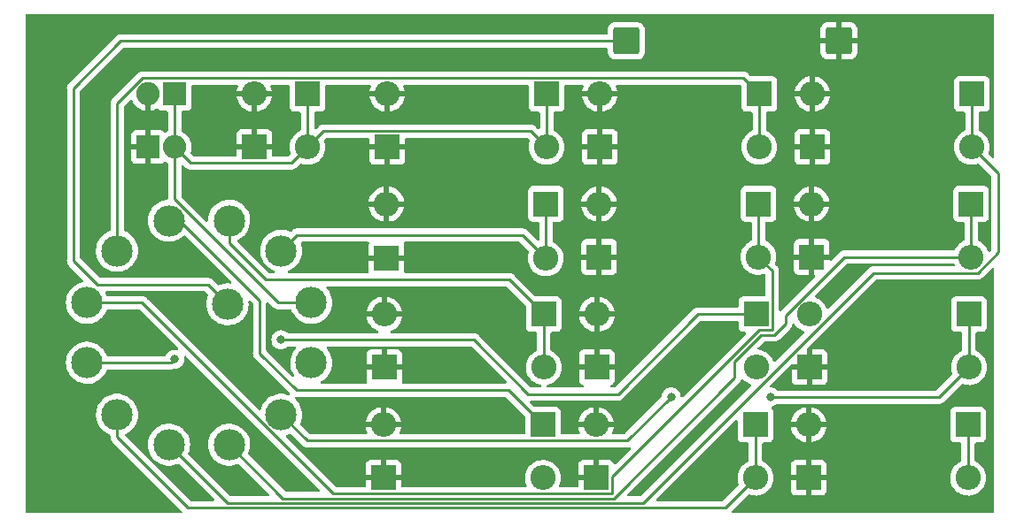
<source format=gtl>
G04 #@! TF.GenerationSoftware,KiCad,Pcbnew,(6.0.5-0)*
G04 #@! TF.CreationDate,2022-06-18T11:44:55-04:00*
G04 #@! TF.ProjectId,Diode Switcher Project,44696f64-6520-4537-9769-746368657220,rev?*
G04 #@! TF.SameCoordinates,Original*
G04 #@! TF.FileFunction,Copper,L1,Top*
G04 #@! TF.FilePolarity,Positive*
%FSLAX46Y46*%
G04 Gerber Fmt 4.6, Leading zero omitted, Abs format (unit mm)*
G04 Created by KiCad (PCBNEW (6.0.5-0)) date 2022-06-18 11:44:55*
%MOMM*%
%LPD*%
G01*
G04 APERTURE LIST*
G04 Aperture macros list*
%AMRoundRect*
0 Rectangle with rounded corners*
0 $1 Rounding radius*
0 $2 $3 $4 $5 $6 $7 $8 $9 X,Y pos of 4 corners*
0 Add a 4 corners polygon primitive as box body*
4,1,4,$2,$3,$4,$5,$6,$7,$8,$9,$2,$3,0*
0 Add four circle primitives for the rounded corners*
1,1,$1+$1,$2,$3*
1,1,$1+$1,$4,$5*
1,1,$1+$1,$6,$7*
1,1,$1+$1,$8,$9*
0 Add four rect primitives between the rounded corners*
20,1,$1+$1,$2,$3,$4,$5,0*
20,1,$1+$1,$4,$5,$6,$7,0*
20,1,$1+$1,$6,$7,$8,$9,0*
20,1,$1+$1,$8,$9,$2,$3,0*%
G04 Aperture macros list end*
G04 #@! TA.AperFunction,ComponentPad*
%ADD10R,2.400000X2.400000*%
G04 #@! TD*
G04 #@! TA.AperFunction,ComponentPad*
%ADD11O,2.400000X2.400000*%
G04 #@! TD*
G04 #@! TA.AperFunction,ComponentPad*
%ADD12R,2.240000X2.240000*%
G04 #@! TD*
G04 #@! TA.AperFunction,ComponentPad*
%ADD13O,2.240000X2.240000*%
G04 #@! TD*
G04 #@! TA.AperFunction,ComponentPad*
%ADD14O,3.000000X3.000000*%
G04 #@! TD*
G04 #@! TA.AperFunction,ComponentPad*
%ADD15RoundRect,0.249999X-1.025001X-1.025001X1.025001X-1.025001X1.025001X1.025001X-1.025001X1.025001X0*%
G04 #@! TD*
G04 #@! TA.AperFunction,ViaPad*
%ADD16C,0.800000*%
G04 #@! TD*
G04 #@! TA.AperFunction,Conductor*
%ADD17C,0.250000*%
G04 #@! TD*
G04 APERTURE END LIST*
D10*
X38100000Y-30480000D03*
D11*
X43180000Y-30480000D03*
D10*
X43180000Y-25400000D03*
D11*
X38100000Y-25400000D03*
D12*
X27940000Y-30480000D03*
D13*
X30480000Y-30480000D03*
X27940000Y-25400000D03*
D12*
X30480000Y-25400000D03*
D14*
X43542015Y-45387109D03*
X40669124Y-40411115D03*
X35693130Y-37538224D03*
X29947348Y-37538224D03*
X24971354Y-40411115D03*
X22098463Y-45387109D03*
X22098463Y-51132891D03*
X24971354Y-56108885D03*
X29947348Y-58981776D03*
X35693130Y-58981776D03*
X40669124Y-56108885D03*
X43542015Y-51132891D03*
X35542600Y-45537639D03*
D15*
X73660000Y-20320000D03*
X93980000Y-20320000D03*
D10*
X91086161Y-62149921D03*
D11*
X106326161Y-62149921D03*
D10*
X106326161Y-57069921D03*
D11*
X91086161Y-57069921D03*
D10*
X91165366Y-51564581D03*
D11*
X106405366Y-51564581D03*
D10*
X106405366Y-46484581D03*
D11*
X91165366Y-46484581D03*
D10*
X91365127Y-41007210D03*
D11*
X106605127Y-41007210D03*
D10*
X106605127Y-35927210D03*
D11*
X91365127Y-35927210D03*
D10*
X91440000Y-30480000D03*
D11*
X106680000Y-30480000D03*
D10*
X106680000Y-25400000D03*
D11*
X91440000Y-25400000D03*
D10*
X70766161Y-62149921D03*
D11*
X86006161Y-62149921D03*
D10*
X86006161Y-57069921D03*
D11*
X70766161Y-57069921D03*
D10*
X70845366Y-51564581D03*
D11*
X86085366Y-51564581D03*
D10*
X86085366Y-46484581D03*
D11*
X70845366Y-46484581D03*
D10*
X71045127Y-41007210D03*
D11*
X86285127Y-41007210D03*
D10*
X86285127Y-35927210D03*
D11*
X71045127Y-35927210D03*
D10*
X71120000Y-30480000D03*
D11*
X86360000Y-30480000D03*
D10*
X86360000Y-25400000D03*
D11*
X71120000Y-25400000D03*
D10*
X50446161Y-62149921D03*
D11*
X65686161Y-62149921D03*
D10*
X65686161Y-57069921D03*
D11*
X50446161Y-57069921D03*
D10*
X50525366Y-51564581D03*
D11*
X65765366Y-51564581D03*
D10*
X65765366Y-46484581D03*
D11*
X50525366Y-46484581D03*
D10*
X50725127Y-41147210D03*
D11*
X65965127Y-41147210D03*
D10*
X65965127Y-35927210D03*
D11*
X50725127Y-35927210D03*
D10*
X50800000Y-30480000D03*
D11*
X66040000Y-30480000D03*
D10*
X66040000Y-25400000D03*
D11*
X50800000Y-25400000D03*
D16*
X87426475Y-54406475D03*
X94089472Y-43510025D03*
X89201652Y-49037373D03*
X82243703Y-61423885D03*
X79818160Y-58330125D03*
X63259441Y-21891720D03*
X32356255Y-63708608D03*
X37285347Y-63024012D03*
X41256005Y-61860198D03*
X46801235Y-60559465D03*
X37833024Y-52755068D03*
X20384637Y-21321772D03*
X22425186Y-34925431D03*
X21745003Y-62472843D03*
X77938695Y-54406475D03*
X40640000Y-48933632D03*
X30480000Y-50800000D03*
D17*
X87426475Y-54406475D02*
X87443087Y-54423087D01*
X87443087Y-54423087D02*
X103546860Y-54423087D01*
X103546860Y-54423087D02*
X106405366Y-51564581D01*
X106326161Y-57069921D02*
X106326161Y-62149921D01*
X88900000Y-47354686D02*
X88900000Y-46593962D01*
X94486752Y-41007210D02*
X106605127Y-41007210D01*
X88900000Y-46593962D02*
X94486752Y-41007210D01*
X86360000Y-25400000D02*
X86360000Y-30480000D01*
X35542600Y-45537639D02*
X33664027Y-43659066D01*
X33664027Y-43659066D02*
X23104486Y-43659066D01*
X20818588Y-24836051D02*
X25334639Y-20320000D01*
X23104486Y-43659066D02*
X20818588Y-41373168D01*
X20818588Y-41373168D02*
X20818588Y-24836051D01*
X25334639Y-20320000D02*
X73660000Y-20320000D01*
X42127056Y-53764519D02*
X62380759Y-53764519D01*
X38598588Y-50236051D02*
X42127056Y-53764519D01*
X30980761Y-37538224D02*
X38598588Y-45156051D01*
X38598588Y-45156051D02*
X38598588Y-50236051D01*
X29947348Y-37538224D02*
X30980761Y-37538224D01*
X86360000Y-25400000D02*
X84835489Y-23875489D01*
X24971354Y-26325798D02*
X24971354Y-40411115D01*
X84835489Y-23875489D02*
X27421663Y-23875489D01*
X27421663Y-23875489D02*
X24971354Y-26325798D01*
X65765366Y-51564581D02*
X65765366Y-46484581D01*
X40669124Y-56108885D02*
X43154671Y-58594432D01*
X43154671Y-58594432D02*
X73750738Y-58594432D01*
X73750738Y-58594432D02*
X77938695Y-54406475D01*
X40640000Y-48933632D02*
X59093632Y-48933632D01*
X59093632Y-48933632D02*
X64282476Y-54122476D01*
X64282476Y-54122476D02*
X72877524Y-54122476D01*
X72877524Y-54122476D02*
X80515419Y-46484581D01*
X80515419Y-46484581D02*
X86085366Y-46484581D01*
X65965127Y-41147210D02*
X65965127Y-35927210D01*
X66040000Y-30480000D02*
X64515489Y-28955489D01*
X64515489Y-28955489D02*
X44704511Y-28955489D01*
X44704511Y-28955489D02*
X43180000Y-30480000D01*
X30480000Y-30480000D02*
X32004511Y-32004511D01*
X32004511Y-32004511D02*
X41655489Y-32004511D01*
X41655489Y-32004511D02*
X43180000Y-30480000D01*
X30480000Y-25400000D02*
X30480000Y-30480000D01*
X66040000Y-25400000D02*
X66040000Y-30480000D01*
X43180000Y-25400000D02*
X43180000Y-30480000D01*
X106405366Y-46484581D02*
X106405366Y-51564581D01*
X86006161Y-57069921D02*
X86006161Y-62149921D01*
X22098463Y-51132891D02*
X30147109Y-51132891D01*
X30480000Y-50800000D02*
X30147109Y-51132891D01*
X62380759Y-53764519D02*
X65686161Y-57069921D01*
X86285127Y-35927210D02*
X86285127Y-41007210D01*
X106605127Y-35927210D02*
X106605127Y-41007210D01*
X106680000Y-25400000D02*
X106680000Y-30480000D01*
X24971354Y-56108885D02*
X24971354Y-58230205D01*
X31764141Y-65022992D02*
X83133090Y-65022992D01*
X24971354Y-58230205D02*
X31764141Y-65022992D01*
X83133090Y-65022992D02*
X86006161Y-62149921D01*
X29947348Y-58981776D02*
X35539044Y-64573472D01*
X35539044Y-64573472D02*
X75232460Y-64573472D01*
X75232460Y-64573472D02*
X97274211Y-42531721D01*
X97274211Y-42531721D02*
X107236601Y-42531721D01*
X107236601Y-42531721D02*
X109204336Y-40563986D01*
X109204336Y-33004336D02*
X106680000Y-30480000D01*
X109204336Y-40563986D02*
X109204336Y-33004336D01*
X35693130Y-58981776D02*
X40835306Y-64123952D01*
X84012405Y-52588416D02*
X84012405Y-50992405D01*
X40835306Y-64123952D02*
X72476869Y-64123952D01*
X84012405Y-50992405D02*
X86546198Y-48458612D01*
X72476869Y-64123952D02*
X84012405Y-52588416D01*
X86546198Y-48458612D02*
X87796074Y-48458612D01*
X87796074Y-48458612D02*
X88900000Y-47354686D01*
X22098463Y-45387109D02*
X27367099Y-45387109D01*
X27367099Y-45387109D02*
X45654422Y-63674432D01*
X45654422Y-63674432D02*
X72290672Y-63674432D01*
X86360000Y-48009092D02*
X87609877Y-48009092D01*
X72290672Y-62078420D02*
X86360000Y-48009092D01*
X72290672Y-63674432D02*
X72290672Y-62078420D01*
X87609877Y-42331960D02*
X86285127Y-41007210D01*
X87609877Y-48009092D02*
X87609877Y-42331960D01*
X35693130Y-37538224D02*
X35693130Y-39659544D01*
X39213586Y-43180000D02*
X62460785Y-43180000D01*
X62460785Y-43180000D02*
X65765366Y-46484581D01*
X35693130Y-39659544D02*
X39213586Y-43180000D01*
X40669124Y-40411115D02*
X42169124Y-38911115D01*
X42169124Y-38911115D02*
X63729032Y-38911115D01*
X63729032Y-38911115D02*
X65965127Y-41147210D01*
X43542015Y-45387109D02*
X40376482Y-45387109D01*
X40376482Y-45387109D02*
X30480000Y-35490627D01*
X30480000Y-35490627D02*
X30480000Y-30480000D01*
G04 #@! TA.AperFunction,Conductor*
G36*
X108738888Y-42029504D02*
G01*
X108795724Y-42072051D01*
X108820535Y-42138571D01*
X108820856Y-42147560D01*
X108820856Y-65411517D01*
X108800854Y-65479638D01*
X108747198Y-65526131D01*
X108694856Y-65537517D01*
X83818659Y-65537517D01*
X83750538Y-65517515D01*
X83704045Y-65463859D01*
X83693941Y-65393585D01*
X83723435Y-65329005D01*
X83729564Y-65322422D01*
X85272889Y-63779097D01*
X85335201Y-63745071D01*
X85403525Y-63749237D01*
X85558312Y-63803291D01*
X85558318Y-63803293D01*
X85562729Y-63804833D01*
X85812211Y-63852199D01*
X85932693Y-63856932D01*
X86061286Y-63861985D01*
X86061291Y-63861985D01*
X86065954Y-63862168D01*
X86164935Y-63851328D01*
X86313730Y-63835033D01*
X86313736Y-63835032D01*
X86318383Y-63834523D01*
X86427841Y-63805705D01*
X86559434Y-63771059D01*
X86563954Y-63769869D01*
X86713441Y-63705645D01*
X86792968Y-63671478D01*
X86792971Y-63671476D01*
X86797271Y-63669629D01*
X86801251Y-63667166D01*
X86801255Y-63667164D01*
X87009225Y-63538468D01*
X87009227Y-63538466D01*
X87013208Y-63536003D01*
X87067015Y-63490452D01*
X87180253Y-63394590D01*
X89378162Y-63394590D01*
X89378532Y-63401411D01*
X89384056Y-63452273D01*
X89387682Y-63467525D01*
X89432837Y-63587975D01*
X89441375Y-63603570D01*
X89517876Y-63705645D01*
X89530437Y-63718206D01*
X89632512Y-63794707D01*
X89648107Y-63803245D01*
X89768555Y-63848399D01*
X89783810Y-63852026D01*
X89834675Y-63857552D01*
X89841489Y-63857921D01*
X90814046Y-63857921D01*
X90829285Y-63853446D01*
X90830490Y-63852056D01*
X90832161Y-63844373D01*
X90832161Y-63839805D01*
X91340161Y-63839805D01*
X91344636Y-63855044D01*
X91346026Y-63856249D01*
X91353709Y-63857920D01*
X92330830Y-63857920D01*
X92337651Y-63857550D01*
X92388513Y-63852026D01*
X92403765Y-63848400D01*
X92524215Y-63803245D01*
X92539810Y-63794707D01*
X92641885Y-63718206D01*
X92654446Y-63705645D01*
X92730947Y-63603570D01*
X92739485Y-63587975D01*
X92784639Y-63467527D01*
X92788266Y-63452272D01*
X92793792Y-63401407D01*
X92794161Y-63394593D01*
X92794161Y-62422036D01*
X92789686Y-62406797D01*
X92788296Y-62405592D01*
X92780613Y-62403921D01*
X91358276Y-62403921D01*
X91343037Y-62408396D01*
X91341832Y-62409786D01*
X91340161Y-62417469D01*
X91340161Y-63839805D01*
X90832161Y-63839805D01*
X90832161Y-62422036D01*
X90827686Y-62406797D01*
X90826296Y-62405592D01*
X90818613Y-62403921D01*
X89396277Y-62403921D01*
X89381038Y-62408396D01*
X89379833Y-62409786D01*
X89378162Y-62417469D01*
X89378162Y-63394590D01*
X87180253Y-63394590D01*
X87203450Y-63374952D01*
X87203452Y-63374950D01*
X87207023Y-63371927D01*
X87374456Y-63181005D01*
X87511830Y-62967433D01*
X87616128Y-62735901D01*
X87685057Y-62491496D01*
X87708920Y-62303919D01*
X87716706Y-62242719D01*
X87716706Y-62242713D01*
X87717104Y-62239588D01*
X87719452Y-62149921D01*
X87716119Y-62105072D01*
X104613457Y-62105072D01*
X104625641Y-62358719D01*
X104635799Y-62409786D01*
X104672563Y-62594610D01*
X104675182Y-62607778D01*
X104676761Y-62612176D01*
X104676763Y-62612183D01*
X104721183Y-62735901D01*
X104760992Y-62846779D01*
X104763205Y-62850897D01*
X104763209Y-62850905D01*
X104865314Y-63040932D01*
X104881186Y-63070472D01*
X104883981Y-63074215D01*
X104883983Y-63074218D01*
X105030332Y-63270203D01*
X105030337Y-63270209D01*
X105033124Y-63273941D01*
X105036433Y-63277221D01*
X105036438Y-63277227D01*
X105161707Y-63401407D01*
X105213468Y-63452718D01*
X105217230Y-63455476D01*
X105217233Y-63455479D01*
X105322925Y-63532975D01*
X105418255Y-63602874D01*
X105422390Y-63605050D01*
X105422394Y-63605052D01*
X105540450Y-63667164D01*
X105642988Y-63721112D01*
X105723526Y-63749237D01*
X105878182Y-63803245D01*
X105882729Y-63804833D01*
X106132211Y-63852199D01*
X106252693Y-63856932D01*
X106381286Y-63861985D01*
X106381291Y-63861985D01*
X106385954Y-63862168D01*
X106484935Y-63851328D01*
X106633730Y-63835033D01*
X106633736Y-63835032D01*
X106638383Y-63834523D01*
X106747841Y-63805705D01*
X106879434Y-63771059D01*
X106883954Y-63769869D01*
X107033441Y-63705645D01*
X107112968Y-63671478D01*
X107112971Y-63671476D01*
X107117271Y-63669629D01*
X107121251Y-63667166D01*
X107121255Y-63667164D01*
X107329225Y-63538468D01*
X107329227Y-63538466D01*
X107333208Y-63536003D01*
X107387015Y-63490452D01*
X107523450Y-63374952D01*
X107523452Y-63374950D01*
X107527023Y-63371927D01*
X107694456Y-63181005D01*
X107831830Y-62967433D01*
X107936128Y-62735901D01*
X108005057Y-62491496D01*
X108028920Y-62303919D01*
X108036706Y-62242719D01*
X108036706Y-62242713D01*
X108037104Y-62239588D01*
X108039452Y-62149921D01*
X108032648Y-62058363D01*
X108020979Y-61901332D01*
X108020978Y-61901328D01*
X108020633Y-61896680D01*
X108019135Y-61890056D01*
X107965620Y-61653560D01*
X107964589Y-61649003D01*
X107962896Y-61644649D01*
X107874245Y-61416683D01*
X107874244Y-61416681D01*
X107872552Y-61412330D01*
X107852027Y-61376419D01*
X107748863Y-61195918D01*
X107748861Y-61195916D01*
X107746544Y-61191861D01*
X107589332Y-60992438D01*
X107459097Y-60869926D01*
X107407771Y-60821643D01*
X107407769Y-60821641D01*
X107404370Y-60818444D01*
X107250740Y-60711867D01*
X107199554Y-60676358D01*
X107199551Y-60676356D01*
X107195722Y-60673700D01*
X107191545Y-60671640D01*
X107191538Y-60671636D01*
X107029932Y-60591941D01*
X106977684Y-60543872D01*
X106959661Y-60478935D01*
X106959661Y-58904421D01*
X106979663Y-58836300D01*
X107033319Y-58789807D01*
X107085661Y-58778421D01*
X107574295Y-58778421D01*
X107636477Y-58771666D01*
X107772866Y-58720536D01*
X107889422Y-58633182D01*
X107976776Y-58516626D01*
X108027906Y-58380237D01*
X108034661Y-58318055D01*
X108034661Y-55821787D01*
X108027906Y-55759605D01*
X107976776Y-55623216D01*
X107889422Y-55506660D01*
X107772866Y-55419306D01*
X107636477Y-55368176D01*
X107574295Y-55361421D01*
X105078027Y-55361421D01*
X105015845Y-55368176D01*
X104879456Y-55419306D01*
X104762900Y-55506660D01*
X104675546Y-55623216D01*
X104624416Y-55759605D01*
X104617661Y-55821787D01*
X104617661Y-58318055D01*
X104624416Y-58380237D01*
X104675546Y-58516626D01*
X104762900Y-58633182D01*
X104879456Y-58720536D01*
X105015845Y-58771666D01*
X105078027Y-58778421D01*
X105566661Y-58778421D01*
X105634782Y-58798423D01*
X105681275Y-58852079D01*
X105692661Y-58904421D01*
X105692661Y-60479911D01*
X105672659Y-60548032D01*
X105619413Y-60594337D01*
X105495541Y-60651443D01*
X105491632Y-60654006D01*
X105287089Y-60788110D01*
X105287084Y-60788114D01*
X105283176Y-60790676D01*
X105236521Y-60832317D01*
X105154808Y-60905249D01*
X105093723Y-60959769D01*
X104931344Y-61155008D01*
X104799608Y-61372103D01*
X104797799Y-61376417D01*
X104797798Y-61376419D01*
X104712005Y-61581013D01*
X104701407Y-61606286D01*
X104700256Y-61610818D01*
X104700255Y-61610821D01*
X104670105Y-61729537D01*
X104638899Y-61852411D01*
X104613457Y-62105072D01*
X87716119Y-62105072D01*
X87712648Y-62058363D01*
X87700979Y-61901332D01*
X87700978Y-61901328D01*
X87700633Y-61896680D01*
X87699135Y-61890056D01*
X87696363Y-61877806D01*
X89378161Y-61877806D01*
X89382636Y-61893045D01*
X89384026Y-61894250D01*
X89391709Y-61895921D01*
X90814046Y-61895921D01*
X90829285Y-61891446D01*
X90830490Y-61890056D01*
X90832161Y-61882373D01*
X90832161Y-61877806D01*
X91340161Y-61877806D01*
X91344636Y-61893045D01*
X91346026Y-61894250D01*
X91353709Y-61895921D01*
X92776045Y-61895921D01*
X92791284Y-61891446D01*
X92792489Y-61890056D01*
X92794160Y-61882373D01*
X92794160Y-60905252D01*
X92793790Y-60898431D01*
X92788266Y-60847569D01*
X92784640Y-60832317D01*
X92739485Y-60711867D01*
X92730947Y-60696272D01*
X92654446Y-60594197D01*
X92641885Y-60581636D01*
X92539810Y-60505135D01*
X92524215Y-60496597D01*
X92403767Y-60451443D01*
X92388512Y-60447816D01*
X92337647Y-60442290D01*
X92330833Y-60441921D01*
X91358276Y-60441921D01*
X91343037Y-60446396D01*
X91341832Y-60447786D01*
X91340161Y-60455469D01*
X91340161Y-61877806D01*
X90832161Y-61877806D01*
X90832161Y-60460037D01*
X90827686Y-60444798D01*
X90826296Y-60443593D01*
X90818613Y-60441922D01*
X89841492Y-60441922D01*
X89834671Y-60442292D01*
X89783809Y-60447816D01*
X89768557Y-60451442D01*
X89648107Y-60496597D01*
X89632512Y-60505135D01*
X89530437Y-60581636D01*
X89517876Y-60594197D01*
X89441375Y-60696272D01*
X89432837Y-60711867D01*
X89387683Y-60832315D01*
X89384056Y-60847570D01*
X89378530Y-60898435D01*
X89378161Y-60905249D01*
X89378161Y-61877806D01*
X87696363Y-61877806D01*
X87645620Y-61653560D01*
X87644589Y-61649003D01*
X87642896Y-61644649D01*
X87554245Y-61416683D01*
X87554244Y-61416681D01*
X87552552Y-61412330D01*
X87532027Y-61376419D01*
X87428863Y-61195918D01*
X87428861Y-61195916D01*
X87426544Y-61191861D01*
X87269332Y-60992438D01*
X87139097Y-60869926D01*
X87087771Y-60821643D01*
X87087769Y-60821641D01*
X87084370Y-60818444D01*
X86930740Y-60711867D01*
X86879554Y-60676358D01*
X86879551Y-60676356D01*
X86875722Y-60673700D01*
X86871545Y-60671640D01*
X86871538Y-60671636D01*
X86709932Y-60591941D01*
X86657684Y-60543872D01*
X86639661Y-60478935D01*
X86639661Y-58904421D01*
X86659663Y-58836300D01*
X86713319Y-58789807D01*
X86765661Y-58778421D01*
X87254295Y-58778421D01*
X87316477Y-58771666D01*
X87452866Y-58720536D01*
X87569422Y-58633182D01*
X87656776Y-58516626D01*
X87707906Y-58380237D01*
X87714661Y-58318055D01*
X87714661Y-57343381D01*
X89399013Y-57343381D01*
X89434754Y-57523064D01*
X89437243Y-57532039D01*
X89519869Y-57762171D01*
X89523666Y-57770699D01*
X89639395Y-57986081D01*
X89644406Y-57993948D01*
X89790711Y-58189874D01*
X89796817Y-58196898D01*
X89970477Y-58369048D01*
X89977559Y-58375097D01*
X90174747Y-58519681D01*
X90182666Y-58524629D01*
X90399038Y-58638468D01*
X90407612Y-58642196D01*
X90638443Y-58722806D01*
X90647452Y-58725220D01*
X90814362Y-58756909D01*
X90827422Y-58755625D01*
X90831667Y-58742281D01*
X91340161Y-58742281D01*
X91344332Y-58756486D01*
X91357094Y-58758541D01*
X91393648Y-58754538D01*
X91402810Y-58752840D01*
X91639268Y-58690586D01*
X91648087Y-58687549D01*
X91872745Y-58591028D01*
X91881017Y-58586721D01*
X92088938Y-58458056D01*
X92096478Y-58452578D01*
X92283104Y-58294589D01*
X92289754Y-58288053D01*
X92450974Y-58104216D01*
X92456581Y-58096775D01*
X92588861Y-57891123D01*
X92593308Y-57882932D01*
X92693733Y-57659997D01*
X92696928Y-57651219D01*
X92763296Y-57415894D01*
X92765154Y-57406765D01*
X92773407Y-57341890D01*
X92771119Y-57327629D01*
X92758099Y-57323921D01*
X91358276Y-57323921D01*
X91343037Y-57328396D01*
X91341832Y-57329786D01*
X91340161Y-57337469D01*
X91340161Y-58742281D01*
X90831667Y-58742281D01*
X90832161Y-58740729D01*
X90832161Y-57342036D01*
X90827686Y-57326797D01*
X90826296Y-57325592D01*
X90818613Y-57323921D01*
X89413257Y-57323921D01*
X89400856Y-57327562D01*
X89399013Y-57343381D01*
X87714661Y-57343381D01*
X87714661Y-56797897D01*
X89396836Y-56797897D01*
X89399596Y-56812624D01*
X89411775Y-56815921D01*
X90814046Y-56815921D01*
X90829285Y-56811446D01*
X90830490Y-56810056D01*
X90832161Y-56802373D01*
X90832161Y-56797806D01*
X91340161Y-56797806D01*
X91344636Y-56813045D01*
X91346026Y-56814250D01*
X91353709Y-56815921D01*
X92761832Y-56815921D01*
X92775363Y-56811948D01*
X92776795Y-56801989D01*
X92725140Y-56573707D01*
X92722416Y-56564796D01*
X92633794Y-56336904D01*
X92629780Y-56328488D01*
X92508447Y-56116202D01*
X92503231Y-56108469D01*
X92351853Y-55916446D01*
X92345560Y-55909578D01*
X92167455Y-55742033D01*
X92160221Y-55736175D01*
X91959302Y-55596793D01*
X91951276Y-55592065D01*
X91731971Y-55483916D01*
X91723338Y-55480428D01*
X91490449Y-55405879D01*
X91481399Y-55403706D01*
X91358041Y-55383617D01*
X91344447Y-55385314D01*
X91340161Y-55399421D01*
X91340161Y-56797806D01*
X90832161Y-56797806D01*
X90832161Y-55398780D01*
X90828143Y-55385096D01*
X90814451Y-55383075D01*
X90734682Y-55393931D01*
X90725564Y-55395869D01*
X90490829Y-55464288D01*
X90482076Y-55467560D01*
X90260030Y-55569925D01*
X90251875Y-55574445D01*
X90047394Y-55708508D01*
X90039989Y-55714191D01*
X89857574Y-55877003D01*
X89851096Y-55883711D01*
X89694745Y-56071702D01*
X89689324Y-56079302D01*
X89562483Y-56288330D01*
X89558245Y-56296647D01*
X89463690Y-56522135D01*
X89460733Y-56530973D01*
X89400543Y-56767969D01*
X89398925Y-56777149D01*
X89396836Y-56797897D01*
X87714661Y-56797897D01*
X87714661Y-55821787D01*
X87707906Y-55759605D01*
X87656776Y-55623216D01*
X87569422Y-55506660D01*
X87564845Y-55503229D01*
X87531603Y-55442354D01*
X87536668Y-55371539D01*
X87579215Y-55314703D01*
X87628527Y-55292324D01*
X87702306Y-55276642D01*
X87702311Y-55276641D01*
X87708763Y-55275269D01*
X87838540Y-55217489D01*
X87877197Y-55200278D01*
X87877199Y-55200277D01*
X87883227Y-55197593D01*
X88037728Y-55085341D01*
X88038369Y-55086224D01*
X88096698Y-55058233D01*
X88116998Y-55056587D01*
X103468093Y-55056587D01*
X103479276Y-55057114D01*
X103486769Y-55058789D01*
X103494695Y-55058540D01*
X103494696Y-55058540D01*
X103554846Y-55056649D01*
X103558805Y-55056587D01*
X103586716Y-55056587D01*
X103590651Y-55056090D01*
X103590716Y-55056082D01*
X103602553Y-55055149D01*
X103634811Y-55054135D01*
X103638830Y-55054009D01*
X103646749Y-55053760D01*
X103666203Y-55048108D01*
X103685560Y-55044100D01*
X103697790Y-55042555D01*
X103697791Y-55042555D01*
X103705657Y-55041561D01*
X103713028Y-55038642D01*
X103713030Y-55038642D01*
X103746772Y-55025283D01*
X103758002Y-55021438D01*
X103792843Y-55011316D01*
X103792844Y-55011316D01*
X103800453Y-55009105D01*
X103807272Y-55005072D01*
X103807277Y-55005070D01*
X103817888Y-54998794D01*
X103835636Y-54990099D01*
X103854477Y-54982639D01*
X103890247Y-54956651D01*
X103900167Y-54950135D01*
X103931395Y-54931667D01*
X103931398Y-54931665D01*
X103938222Y-54927629D01*
X103952543Y-54913308D01*
X103967577Y-54900467D01*
X103977554Y-54893218D01*
X103983967Y-54888559D01*
X104012158Y-54854482D01*
X104020148Y-54845703D01*
X105672094Y-53193757D01*
X105734406Y-53159731D01*
X105802730Y-53163897D01*
X105957517Y-53217951D01*
X105957523Y-53217953D01*
X105961934Y-53219493D01*
X106211416Y-53266859D01*
X106330690Y-53271545D01*
X106460491Y-53276645D01*
X106460496Y-53276645D01*
X106465159Y-53276828D01*
X106564140Y-53265988D01*
X106712935Y-53249693D01*
X106712941Y-53249692D01*
X106717588Y-53249183D01*
X106827046Y-53220365D01*
X106958639Y-53185719D01*
X106963159Y-53184529D01*
X107112646Y-53120305D01*
X107192173Y-53086138D01*
X107192176Y-53086136D01*
X107196476Y-53084289D01*
X107200456Y-53081826D01*
X107200460Y-53081824D01*
X107408430Y-52953128D01*
X107408432Y-52953126D01*
X107412413Y-52950663D01*
X107437458Y-52929461D01*
X107602655Y-52789612D01*
X107602657Y-52789610D01*
X107606228Y-52786587D01*
X107773661Y-52595665D01*
X107778148Y-52588690D01*
X107908507Y-52386023D01*
X107911035Y-52382093D01*
X108015333Y-52150561D01*
X108084262Y-51906156D01*
X108102035Y-51766453D01*
X108115911Y-51657379D01*
X108115911Y-51657373D01*
X108116309Y-51654248D01*
X108118657Y-51564581D01*
X108111922Y-51473955D01*
X108100184Y-51315992D01*
X108100183Y-51315988D01*
X108099838Y-51311340D01*
X108098340Y-51304716D01*
X108044825Y-51068220D01*
X108043794Y-51063663D01*
X108025015Y-51015372D01*
X107953450Y-50831343D01*
X107953448Y-50831339D01*
X107951757Y-50826990D01*
X107931232Y-50791079D01*
X107828068Y-50610578D01*
X107828066Y-50610576D01*
X107825749Y-50606521D01*
X107668537Y-50407098D01*
X107545918Y-50291750D01*
X107486976Y-50236303D01*
X107486974Y-50236301D01*
X107483575Y-50233104D01*
X107322171Y-50121134D01*
X107278759Y-50091018D01*
X107278756Y-50091016D01*
X107274927Y-50088360D01*
X107270750Y-50086300D01*
X107270743Y-50086296D01*
X107109137Y-50006601D01*
X107056889Y-49958532D01*
X107038866Y-49893595D01*
X107038866Y-48319081D01*
X107058868Y-48250960D01*
X107112524Y-48204467D01*
X107164866Y-48193081D01*
X107653500Y-48193081D01*
X107715682Y-48186326D01*
X107852071Y-48135196D01*
X107968627Y-48047842D01*
X108055981Y-47931286D01*
X108107111Y-47794897D01*
X108113866Y-47732715D01*
X108113866Y-45236447D01*
X108107111Y-45174265D01*
X108055981Y-45037876D01*
X107968627Y-44921320D01*
X107852071Y-44833966D01*
X107715682Y-44782836D01*
X107653500Y-44776081D01*
X105157232Y-44776081D01*
X105095050Y-44782836D01*
X104958661Y-44833966D01*
X104842105Y-44921320D01*
X104754751Y-45037876D01*
X104703621Y-45174265D01*
X104696866Y-45236447D01*
X104696866Y-47732715D01*
X104703621Y-47794897D01*
X104754751Y-47931286D01*
X104842105Y-48047842D01*
X104958661Y-48135196D01*
X105095050Y-48186326D01*
X105157232Y-48193081D01*
X105645866Y-48193081D01*
X105713987Y-48213083D01*
X105760480Y-48266739D01*
X105771866Y-48319081D01*
X105771866Y-49894571D01*
X105751864Y-49962692D01*
X105698618Y-50008997D01*
X105574746Y-50066103D01*
X105543947Y-50086296D01*
X105366294Y-50202770D01*
X105366289Y-50202774D01*
X105362381Y-50205336D01*
X105303210Y-50258148D01*
X105234013Y-50319909D01*
X105172928Y-50374429D01*
X105010549Y-50569668D01*
X104878813Y-50786763D01*
X104877004Y-50791077D01*
X104877003Y-50791079D01*
X104801160Y-50971945D01*
X104780612Y-51020946D01*
X104718104Y-51267071D01*
X104692662Y-51519732D01*
X104692886Y-51524398D01*
X104692886Y-51524403D01*
X104696091Y-51591118D01*
X104704846Y-51773379D01*
X104754387Y-52022438D01*
X104755966Y-52026836D01*
X104755968Y-52026843D01*
X104772262Y-52072225D01*
X104804217Y-52161225D01*
X104805913Y-52165950D01*
X104810107Y-52236822D01*
X104776420Y-52297622D01*
X103321360Y-53752682D01*
X103259048Y-53786708D01*
X103232265Y-53789587D01*
X88149631Y-53789587D01*
X88081510Y-53769585D01*
X88055994Y-53747896D01*
X88042149Y-53732519D01*
X88037728Y-53727609D01*
X87883227Y-53615357D01*
X87877199Y-53612673D01*
X87877197Y-53612672D01*
X87714794Y-53540366D01*
X87714793Y-53540366D01*
X87708763Y-53537681D01*
X87615362Y-53517828D01*
X87528419Y-53499347D01*
X87528414Y-53499347D01*
X87521962Y-53497975D01*
X87508051Y-53497975D01*
X87439930Y-53477973D01*
X87393437Y-53424317D01*
X87383333Y-53354043D01*
X87412827Y-53289463D01*
X87418956Y-53282880D01*
X87892586Y-52809250D01*
X89457367Y-52809250D01*
X89457737Y-52816071D01*
X89463261Y-52866933D01*
X89466887Y-52882185D01*
X89512042Y-53002635D01*
X89520580Y-53018230D01*
X89597081Y-53120305D01*
X89609642Y-53132866D01*
X89711717Y-53209367D01*
X89727312Y-53217905D01*
X89847760Y-53263059D01*
X89863015Y-53266686D01*
X89913880Y-53272212D01*
X89920694Y-53272581D01*
X90893251Y-53272581D01*
X90908490Y-53268106D01*
X90909695Y-53266716D01*
X90911366Y-53259033D01*
X90911366Y-53254465D01*
X91419366Y-53254465D01*
X91423841Y-53269704D01*
X91425231Y-53270909D01*
X91432914Y-53272580D01*
X92410035Y-53272580D01*
X92416856Y-53272210D01*
X92467718Y-53266686D01*
X92482970Y-53263060D01*
X92603420Y-53217905D01*
X92619015Y-53209367D01*
X92721090Y-53132866D01*
X92733651Y-53120305D01*
X92810152Y-53018230D01*
X92818690Y-53002635D01*
X92863844Y-52882187D01*
X92867471Y-52866932D01*
X92872997Y-52816067D01*
X92873366Y-52809253D01*
X92873366Y-51836696D01*
X92868891Y-51821457D01*
X92867501Y-51820252D01*
X92859818Y-51818581D01*
X91437481Y-51818581D01*
X91422242Y-51823056D01*
X91421037Y-51824446D01*
X91419366Y-51832129D01*
X91419366Y-53254465D01*
X90911366Y-53254465D01*
X90911366Y-51836696D01*
X90906891Y-51821457D01*
X90905501Y-51820252D01*
X90897818Y-51818581D01*
X89475482Y-51818581D01*
X89460243Y-51823056D01*
X89459038Y-51824446D01*
X89457367Y-51832129D01*
X89457367Y-52809250D01*
X87892586Y-52809250D01*
X89356837Y-51344999D01*
X89419149Y-51310973D01*
X89457366Y-51310973D01*
X89457366Y-51310581D01*
X90893251Y-51310581D01*
X90908490Y-51306106D01*
X90909695Y-51304716D01*
X90911366Y-51297033D01*
X90911366Y-51292466D01*
X91419366Y-51292466D01*
X91423841Y-51307705D01*
X91425231Y-51308910D01*
X91432914Y-51310581D01*
X92855250Y-51310581D01*
X92870489Y-51306106D01*
X92871694Y-51304716D01*
X92873365Y-51297033D01*
X92873365Y-50319912D01*
X92872995Y-50313091D01*
X92867471Y-50262229D01*
X92863845Y-50246977D01*
X92818690Y-50126527D01*
X92810152Y-50110932D01*
X92733651Y-50008857D01*
X92721090Y-49996296D01*
X92619015Y-49919795D01*
X92603420Y-49911257D01*
X92482972Y-49866103D01*
X92467717Y-49862476D01*
X92416852Y-49856950D01*
X92410038Y-49856581D01*
X91437481Y-49856581D01*
X91422242Y-49861056D01*
X91421037Y-49862446D01*
X91419366Y-49870129D01*
X91419366Y-51292466D01*
X90911366Y-51292466D01*
X90911366Y-49856582D01*
X90913310Y-49856582D01*
X90913310Y-49810322D01*
X90945111Y-49756725D01*
X97499710Y-43202126D01*
X97562022Y-43168100D01*
X97588805Y-43165221D01*
X107157834Y-43165221D01*
X107169017Y-43165748D01*
X107176510Y-43167423D01*
X107184436Y-43167174D01*
X107184437Y-43167174D01*
X107244587Y-43165283D01*
X107248546Y-43165221D01*
X107276457Y-43165221D01*
X107280392Y-43164724D01*
X107280457Y-43164716D01*
X107292294Y-43163783D01*
X107324552Y-43162769D01*
X107328571Y-43162643D01*
X107336490Y-43162394D01*
X107355944Y-43156742D01*
X107375301Y-43152734D01*
X107387531Y-43151189D01*
X107387532Y-43151189D01*
X107395398Y-43150195D01*
X107402769Y-43147276D01*
X107402771Y-43147276D01*
X107436513Y-43133917D01*
X107447743Y-43130072D01*
X107482584Y-43119950D01*
X107482585Y-43119950D01*
X107490194Y-43117739D01*
X107497013Y-43113706D01*
X107497018Y-43113704D01*
X107507629Y-43107428D01*
X107525377Y-43098733D01*
X107544218Y-43091273D01*
X107579988Y-43065285D01*
X107589908Y-43058769D01*
X107621136Y-43040301D01*
X107621139Y-43040299D01*
X107627963Y-43036263D01*
X107642284Y-43021942D01*
X107657318Y-43009101D01*
X107667295Y-43001852D01*
X107673708Y-42997193D01*
X107701899Y-42963116D01*
X107709889Y-42954337D01*
X108605761Y-42058465D01*
X108668073Y-42024439D01*
X108738888Y-42029504D01*
G37*
G04 #@! TD.AperFunction*
G04 #@! TA.AperFunction,Conductor*
G36*
X108762977Y-17744553D02*
G01*
X108809470Y-17798209D01*
X108820856Y-17850551D01*
X108820856Y-31420761D01*
X108800854Y-31488882D01*
X108747198Y-31535375D01*
X108676924Y-31545479D01*
X108612344Y-31515985D01*
X108605761Y-31509856D01*
X108311709Y-31215804D01*
X108277683Y-31153492D01*
X108282748Y-31082677D01*
X108285916Y-31074973D01*
X108289967Y-31065980D01*
X108358896Y-30821575D01*
X108390943Y-30569667D01*
X108393291Y-30480000D01*
X108374472Y-30226759D01*
X108372974Y-30220135D01*
X108319459Y-29983639D01*
X108318428Y-29979082D01*
X108226391Y-29742409D01*
X108205866Y-29706498D01*
X108102702Y-29525997D01*
X108102700Y-29525995D01*
X108100383Y-29521940D01*
X107943171Y-29322517D01*
X107772957Y-29162396D01*
X107761610Y-29151722D01*
X107761608Y-29151720D01*
X107758209Y-29148523D01*
X107697418Y-29106351D01*
X107553393Y-29006437D01*
X107553390Y-29006435D01*
X107549561Y-29003779D01*
X107545384Y-29001719D01*
X107545377Y-29001715D01*
X107383771Y-28922020D01*
X107331523Y-28873951D01*
X107313500Y-28809014D01*
X107313500Y-27234500D01*
X107333502Y-27166379D01*
X107387158Y-27119886D01*
X107439500Y-27108500D01*
X107928134Y-27108500D01*
X107990316Y-27101745D01*
X108126705Y-27050615D01*
X108243261Y-26963261D01*
X108330615Y-26846705D01*
X108381745Y-26710316D01*
X108388500Y-26648134D01*
X108388500Y-24151866D01*
X108381745Y-24089684D01*
X108330615Y-23953295D01*
X108243261Y-23836739D01*
X108126705Y-23749385D01*
X107990316Y-23698255D01*
X107928134Y-23691500D01*
X105431866Y-23691500D01*
X105369684Y-23698255D01*
X105233295Y-23749385D01*
X105116739Y-23836739D01*
X105029385Y-23953295D01*
X104978255Y-24089684D01*
X104971500Y-24151866D01*
X104971500Y-26648134D01*
X104978255Y-26710316D01*
X105029385Y-26846705D01*
X105116739Y-26963261D01*
X105233295Y-27050615D01*
X105369684Y-27101745D01*
X105431866Y-27108500D01*
X105920500Y-27108500D01*
X105988621Y-27128502D01*
X106035114Y-27182158D01*
X106046500Y-27234500D01*
X106046500Y-28809990D01*
X106026498Y-28878111D01*
X105973252Y-28924416D01*
X105849380Y-28981522D01*
X105814673Y-29004277D01*
X105640928Y-29118189D01*
X105640923Y-29118193D01*
X105637015Y-29120755D01*
X105590360Y-29162396D01*
X105508647Y-29235328D01*
X105447562Y-29289848D01*
X105285183Y-29485087D01*
X105153447Y-29702182D01*
X105151638Y-29706496D01*
X105151637Y-29706498D01*
X105077255Y-29883880D01*
X105055246Y-29936365D01*
X105054095Y-29940897D01*
X105054094Y-29940900D01*
X105044397Y-29979082D01*
X104992738Y-30182490D01*
X104967296Y-30435151D01*
X104967520Y-30439817D01*
X104967520Y-30439822D01*
X104969299Y-30476851D01*
X104979480Y-30688798D01*
X105029021Y-30937857D01*
X105030600Y-30942255D01*
X105030602Y-30942262D01*
X105083689Y-31090120D01*
X105114831Y-31176858D01*
X105117048Y-31180984D01*
X105219153Y-31371011D01*
X105235025Y-31400551D01*
X105237820Y-31404294D01*
X105237822Y-31404297D01*
X105384171Y-31600282D01*
X105384176Y-31600288D01*
X105386963Y-31604020D01*
X105390272Y-31607300D01*
X105390277Y-31607306D01*
X105508954Y-31724951D01*
X105567307Y-31782797D01*
X105571069Y-31785555D01*
X105571072Y-31785558D01*
X105642668Y-31838054D01*
X105772094Y-31932953D01*
X105776229Y-31935129D01*
X105776233Y-31935131D01*
X105815374Y-31955724D01*
X105996827Y-32051191D01*
X106065524Y-32075181D01*
X106232021Y-32133324D01*
X106236568Y-32134912D01*
X106486050Y-32182278D01*
X106606532Y-32187011D01*
X106735125Y-32192064D01*
X106735130Y-32192064D01*
X106739793Y-32192247D01*
X106838774Y-32181407D01*
X106987569Y-32165112D01*
X106987575Y-32165111D01*
X106992222Y-32164602D01*
X107101680Y-32135784D01*
X107233273Y-32101138D01*
X107237793Y-32099948D01*
X107254761Y-32092658D01*
X107275632Y-32083692D01*
X107346117Y-32075181D01*
X107414462Y-32110366D01*
X108533931Y-33229835D01*
X108567957Y-33292147D01*
X108570836Y-33318930D01*
X108570836Y-40249391D01*
X108550834Y-40317512D01*
X108533931Y-40338487D01*
X108414415Y-40458002D01*
X108352103Y-40492027D01*
X108281287Y-40486961D01*
X108224451Y-40444415D01*
X108207887Y-40414573D01*
X108207654Y-40413972D01*
X108151518Y-40269619D01*
X108130993Y-40233708D01*
X108027829Y-40053207D01*
X108027827Y-40053205D01*
X108025510Y-40049150D01*
X107868298Y-39849727D01*
X107768365Y-39755720D01*
X107686737Y-39678932D01*
X107686735Y-39678930D01*
X107683336Y-39675733D01*
X107547742Y-39581668D01*
X107478520Y-39533647D01*
X107478517Y-39533645D01*
X107474688Y-39530989D01*
X107470511Y-39528929D01*
X107470504Y-39528925D01*
X107308898Y-39449230D01*
X107256650Y-39401161D01*
X107238627Y-39336224D01*
X107238627Y-37761710D01*
X107258629Y-37693589D01*
X107312285Y-37647096D01*
X107364627Y-37635710D01*
X107853261Y-37635710D01*
X107915443Y-37628955D01*
X108051832Y-37577825D01*
X108168388Y-37490471D01*
X108255742Y-37373915D01*
X108306872Y-37237526D01*
X108313627Y-37175344D01*
X108313627Y-34679076D01*
X108306872Y-34616894D01*
X108255742Y-34480505D01*
X108168388Y-34363949D01*
X108051832Y-34276595D01*
X107915443Y-34225465D01*
X107853261Y-34218710D01*
X105356993Y-34218710D01*
X105294811Y-34225465D01*
X105158422Y-34276595D01*
X105041866Y-34363949D01*
X104954512Y-34480505D01*
X104903382Y-34616894D01*
X104896627Y-34679076D01*
X104896627Y-37175344D01*
X104903382Y-37237526D01*
X104954512Y-37373915D01*
X105041866Y-37490471D01*
X105158422Y-37577825D01*
X105294811Y-37628955D01*
X105356993Y-37635710D01*
X105845627Y-37635710D01*
X105913748Y-37655712D01*
X105960241Y-37709368D01*
X105971627Y-37761710D01*
X105971627Y-39337200D01*
X105951625Y-39405321D01*
X105898379Y-39451626D01*
X105774507Y-39508732D01*
X105770598Y-39511295D01*
X105566055Y-39645399D01*
X105566050Y-39645403D01*
X105562142Y-39647965D01*
X105487210Y-39714844D01*
X105377153Y-39813074D01*
X105372689Y-39817058D01*
X105210310Y-40012297D01*
X105078574Y-40229392D01*
X105076765Y-40233706D01*
X105076764Y-40233708D01*
X105050460Y-40296436D01*
X105005671Y-40351522D01*
X104934263Y-40373710D01*
X94565515Y-40373710D01*
X94554331Y-40373183D01*
X94546843Y-40371509D01*
X94538920Y-40371758D01*
X94478785Y-40373648D01*
X94474827Y-40373710D01*
X94446896Y-40373710D01*
X94442981Y-40374205D01*
X94442977Y-40374205D01*
X94442919Y-40374213D01*
X94442890Y-40374216D01*
X94431048Y-40375149D01*
X94386862Y-40376537D01*
X94369496Y-40381582D01*
X94367410Y-40382188D01*
X94348058Y-40386196D01*
X94335820Y-40387742D01*
X94335818Y-40387743D01*
X94327955Y-40388736D01*
X94286838Y-40405016D01*
X94275637Y-40408851D01*
X94233158Y-40421192D01*
X94226339Y-40425225D01*
X94226334Y-40425227D01*
X94215723Y-40431503D01*
X94197973Y-40440200D01*
X94179135Y-40447658D01*
X94172719Y-40452319D01*
X94172718Y-40452320D01*
X94168008Y-40455742D01*
X94144144Y-40473081D01*
X94143377Y-40473638D01*
X94133453Y-40480157D01*
X94102212Y-40498632D01*
X94102207Y-40498636D01*
X94095389Y-40502668D01*
X94081065Y-40516992D01*
X94066033Y-40529831D01*
X94049645Y-40541738D01*
X94021464Y-40575803D01*
X94013474Y-40584583D01*
X93279036Y-41319021D01*
X93216724Y-41353047D01*
X93145909Y-41347982D01*
X93089073Y-41305435D01*
X93069045Y-41265423D01*
X93068652Y-41264086D01*
X93067262Y-41262881D01*
X93059579Y-41261210D01*
X91637242Y-41261210D01*
X91622003Y-41265685D01*
X91620798Y-41267075D01*
X91619127Y-41274758D01*
X91619127Y-42697094D01*
X91623602Y-42712333D01*
X91637624Y-42724483D01*
X91674985Y-42744885D01*
X91709009Y-42807198D01*
X91703943Y-42878014D01*
X91674983Y-42923074D01*
X88507747Y-46090310D01*
X88499461Y-46097850D01*
X88492982Y-46101962D01*
X88487557Y-46107739D01*
X88461228Y-46135777D01*
X88400015Y-46171743D01*
X88329075Y-46168906D01*
X88270931Y-46128166D01*
X88244042Y-46062458D01*
X88243377Y-46049525D01*
X88243377Y-42410723D01*
X88243904Y-42399539D01*
X88245578Y-42392051D01*
X88243439Y-42323992D01*
X88243377Y-42320035D01*
X88243377Y-42292104D01*
X88242871Y-42288098D01*
X88241938Y-42276252D01*
X88241884Y-42274516D01*
X88241173Y-42251879D01*
X89657128Y-42251879D01*
X89657498Y-42258700D01*
X89663022Y-42309562D01*
X89666648Y-42324814D01*
X89711803Y-42445264D01*
X89720341Y-42460859D01*
X89796842Y-42562934D01*
X89809403Y-42575495D01*
X89911478Y-42651996D01*
X89927073Y-42660534D01*
X90047521Y-42705688D01*
X90062776Y-42709315D01*
X90113641Y-42714841D01*
X90120455Y-42715210D01*
X91093012Y-42715210D01*
X91108251Y-42710735D01*
X91109456Y-42709345D01*
X91111127Y-42701662D01*
X91111127Y-41279325D01*
X91106652Y-41264086D01*
X91105262Y-41262881D01*
X91097579Y-41261210D01*
X89675243Y-41261210D01*
X89660004Y-41265685D01*
X89658799Y-41267075D01*
X89657128Y-41274758D01*
X89657128Y-42251879D01*
X88241173Y-42251879D01*
X88240550Y-42232070D01*
X88234899Y-42212618D01*
X88230891Y-42193266D01*
X88229345Y-42181028D01*
X88229344Y-42181026D01*
X88228351Y-42173163D01*
X88212071Y-42132046D01*
X88208236Y-42120845D01*
X88195895Y-42078366D01*
X88191862Y-42071547D01*
X88191860Y-42071542D01*
X88185584Y-42060931D01*
X88176887Y-42043181D01*
X88169429Y-42024343D01*
X88143448Y-41988583D01*
X88136930Y-41978661D01*
X88118455Y-41947420D01*
X88118451Y-41947415D01*
X88114419Y-41940597D01*
X88100095Y-41926273D01*
X88087253Y-41911238D01*
X88075349Y-41894853D01*
X88041283Y-41866671D01*
X88032504Y-41858682D01*
X87916836Y-41743014D01*
X87882810Y-41680702D01*
X87887875Y-41609887D01*
X87891043Y-41602183D01*
X87895094Y-41593190D01*
X87964023Y-41348785D01*
X87975164Y-41261210D01*
X87995672Y-41100008D01*
X87995672Y-41100002D01*
X87996070Y-41096877D01*
X87998418Y-41007210D01*
X87993143Y-40936223D01*
X87979945Y-40758621D01*
X87979944Y-40758617D01*
X87979599Y-40753969D01*
X87978101Y-40747345D01*
X87975329Y-40735095D01*
X89657127Y-40735095D01*
X89661602Y-40750334D01*
X89662992Y-40751539D01*
X89670675Y-40753210D01*
X91093012Y-40753210D01*
X91108251Y-40748735D01*
X91109456Y-40747345D01*
X91111127Y-40739662D01*
X91111127Y-40735095D01*
X91619127Y-40735095D01*
X91623602Y-40750334D01*
X91624992Y-40751539D01*
X91632675Y-40753210D01*
X93055011Y-40753210D01*
X93070250Y-40748735D01*
X93071455Y-40747345D01*
X93073126Y-40739662D01*
X93073126Y-39762541D01*
X93072756Y-39755720D01*
X93067232Y-39704858D01*
X93063606Y-39689606D01*
X93018451Y-39569156D01*
X93009913Y-39553561D01*
X92933412Y-39451486D01*
X92920851Y-39438925D01*
X92818776Y-39362424D01*
X92803181Y-39353886D01*
X92682733Y-39308732D01*
X92667478Y-39305105D01*
X92616613Y-39299579D01*
X92609799Y-39299210D01*
X91637242Y-39299210D01*
X91622003Y-39303685D01*
X91620798Y-39305075D01*
X91619127Y-39312758D01*
X91619127Y-40735095D01*
X91111127Y-40735095D01*
X91111127Y-39317326D01*
X91106652Y-39302087D01*
X91105262Y-39300882D01*
X91097579Y-39299211D01*
X90120458Y-39299211D01*
X90113637Y-39299581D01*
X90062775Y-39305105D01*
X90047523Y-39308731D01*
X89927073Y-39353886D01*
X89911478Y-39362424D01*
X89809403Y-39438925D01*
X89796842Y-39451486D01*
X89720341Y-39553561D01*
X89711803Y-39569156D01*
X89666649Y-39689604D01*
X89663022Y-39704859D01*
X89657496Y-39755724D01*
X89657127Y-39762538D01*
X89657127Y-40735095D01*
X87975329Y-40735095D01*
X87930522Y-40537080D01*
X87923555Y-40506292D01*
X87902938Y-40453276D01*
X87833211Y-40273972D01*
X87833210Y-40273970D01*
X87831518Y-40269619D01*
X87810993Y-40233708D01*
X87707829Y-40053207D01*
X87707827Y-40053205D01*
X87705510Y-40049150D01*
X87548298Y-39849727D01*
X87448365Y-39755720D01*
X87366737Y-39678932D01*
X87366735Y-39678930D01*
X87363336Y-39675733D01*
X87227742Y-39581668D01*
X87158520Y-39533647D01*
X87158517Y-39533645D01*
X87154688Y-39530989D01*
X87150511Y-39528929D01*
X87150504Y-39528925D01*
X86988898Y-39449230D01*
X86936650Y-39401161D01*
X86918627Y-39336224D01*
X86918627Y-37761710D01*
X86938629Y-37693589D01*
X86992285Y-37647096D01*
X87044627Y-37635710D01*
X87533261Y-37635710D01*
X87595443Y-37628955D01*
X87731832Y-37577825D01*
X87848388Y-37490471D01*
X87935742Y-37373915D01*
X87986872Y-37237526D01*
X87993627Y-37175344D01*
X87993627Y-36200670D01*
X89677979Y-36200670D01*
X89713720Y-36380353D01*
X89716209Y-36389328D01*
X89798835Y-36619460D01*
X89802632Y-36627988D01*
X89918361Y-36843370D01*
X89923372Y-36851237D01*
X90069677Y-37047163D01*
X90075783Y-37054187D01*
X90249443Y-37226337D01*
X90256525Y-37232386D01*
X90453713Y-37376970D01*
X90461632Y-37381918D01*
X90678004Y-37495757D01*
X90686578Y-37499485D01*
X90917409Y-37580095D01*
X90926418Y-37582509D01*
X91093328Y-37614198D01*
X91106388Y-37612914D01*
X91110633Y-37599570D01*
X91619127Y-37599570D01*
X91623298Y-37613775D01*
X91636060Y-37615830D01*
X91672614Y-37611827D01*
X91681776Y-37610129D01*
X91918234Y-37547875D01*
X91927053Y-37544838D01*
X92151711Y-37448317D01*
X92159983Y-37444010D01*
X92367904Y-37315345D01*
X92375444Y-37309867D01*
X92562070Y-37151878D01*
X92568720Y-37145342D01*
X92729940Y-36961505D01*
X92735547Y-36954064D01*
X92867827Y-36748412D01*
X92872274Y-36740221D01*
X92972699Y-36517286D01*
X92975894Y-36508508D01*
X93042262Y-36273183D01*
X93044120Y-36264054D01*
X93052373Y-36199179D01*
X93050085Y-36184918D01*
X93037065Y-36181210D01*
X91637242Y-36181210D01*
X91622003Y-36185685D01*
X91620798Y-36187075D01*
X91619127Y-36194758D01*
X91619127Y-37599570D01*
X91110633Y-37599570D01*
X91111127Y-37598018D01*
X91111127Y-36199325D01*
X91106652Y-36184086D01*
X91105262Y-36182881D01*
X91097579Y-36181210D01*
X89692223Y-36181210D01*
X89679822Y-36184851D01*
X89677979Y-36200670D01*
X87993627Y-36200670D01*
X87993627Y-35655186D01*
X89675802Y-35655186D01*
X89678562Y-35669913D01*
X89690741Y-35673210D01*
X91093012Y-35673210D01*
X91108251Y-35668735D01*
X91109456Y-35667345D01*
X91111127Y-35659662D01*
X91111127Y-35655095D01*
X91619127Y-35655095D01*
X91623602Y-35670334D01*
X91624992Y-35671539D01*
X91632675Y-35673210D01*
X93040798Y-35673210D01*
X93054329Y-35669237D01*
X93055761Y-35659278D01*
X93004106Y-35430996D01*
X93001382Y-35422085D01*
X92912760Y-35194193D01*
X92908746Y-35185777D01*
X92787413Y-34973491D01*
X92782197Y-34965758D01*
X92630819Y-34773735D01*
X92624526Y-34766867D01*
X92446421Y-34599322D01*
X92439187Y-34593464D01*
X92238268Y-34454082D01*
X92230242Y-34449354D01*
X92010937Y-34341205D01*
X92002304Y-34337717D01*
X91769415Y-34263168D01*
X91760365Y-34260995D01*
X91637007Y-34240906D01*
X91623413Y-34242603D01*
X91619127Y-34256710D01*
X91619127Y-35655095D01*
X91111127Y-35655095D01*
X91111127Y-34256069D01*
X91107109Y-34242385D01*
X91093417Y-34240364D01*
X91013648Y-34251220D01*
X91004530Y-34253158D01*
X90769795Y-34321577D01*
X90761042Y-34324849D01*
X90538996Y-34427214D01*
X90530841Y-34431734D01*
X90326360Y-34565797D01*
X90318955Y-34571480D01*
X90136540Y-34734292D01*
X90130062Y-34741000D01*
X89973711Y-34928991D01*
X89968290Y-34936591D01*
X89841449Y-35145619D01*
X89837211Y-35153936D01*
X89742656Y-35379424D01*
X89739699Y-35388262D01*
X89679509Y-35625258D01*
X89677891Y-35634438D01*
X89675802Y-35655186D01*
X87993627Y-35655186D01*
X87993627Y-34679076D01*
X87986872Y-34616894D01*
X87935742Y-34480505D01*
X87848388Y-34363949D01*
X87731832Y-34276595D01*
X87595443Y-34225465D01*
X87533261Y-34218710D01*
X85036993Y-34218710D01*
X84974811Y-34225465D01*
X84838422Y-34276595D01*
X84721866Y-34363949D01*
X84634512Y-34480505D01*
X84583382Y-34616894D01*
X84576627Y-34679076D01*
X84576627Y-37175344D01*
X84583382Y-37237526D01*
X84634512Y-37373915D01*
X84721866Y-37490471D01*
X84838422Y-37577825D01*
X84974811Y-37628955D01*
X85036993Y-37635710D01*
X85525627Y-37635710D01*
X85593748Y-37655712D01*
X85640241Y-37709368D01*
X85651627Y-37761710D01*
X85651627Y-39337200D01*
X85631625Y-39405321D01*
X85578379Y-39451626D01*
X85454507Y-39508732D01*
X85450598Y-39511295D01*
X85246055Y-39645399D01*
X85246050Y-39645403D01*
X85242142Y-39647965D01*
X85167210Y-39714844D01*
X85057153Y-39813074D01*
X85052689Y-39817058D01*
X84890310Y-40012297D01*
X84758574Y-40229392D01*
X84756765Y-40233706D01*
X84756764Y-40233708D01*
X84663658Y-40455742D01*
X84660373Y-40463575D01*
X84659222Y-40468107D01*
X84659221Y-40468110D01*
X84638147Y-40551090D01*
X84597865Y-40709700D01*
X84572423Y-40962361D01*
X84572647Y-40967027D01*
X84572647Y-40967032D01*
X84578160Y-41081789D01*
X84584607Y-41216008D01*
X84603915Y-41313077D01*
X84624592Y-41417024D01*
X84634148Y-41465067D01*
X84635727Y-41469465D01*
X84635729Y-41469472D01*
X84689470Y-41619151D01*
X84719958Y-41704068D01*
X84722175Y-41708194D01*
X84835584Y-41919259D01*
X84840152Y-41927761D01*
X84842947Y-41931504D01*
X84842949Y-41931507D01*
X84989298Y-42127492D01*
X84989303Y-42127498D01*
X84992090Y-42131230D01*
X84995399Y-42134510D01*
X84995404Y-42134516D01*
X85162283Y-42299944D01*
X85172434Y-42310007D01*
X85176196Y-42312765D01*
X85176199Y-42312768D01*
X85298671Y-42402568D01*
X85377221Y-42460163D01*
X85381356Y-42462339D01*
X85381360Y-42462341D01*
X85503303Y-42526498D01*
X85601954Y-42578401D01*
X85739634Y-42626481D01*
X85837148Y-42660534D01*
X85841695Y-42662122D01*
X86091177Y-42709488D01*
X86211659Y-42714221D01*
X86340252Y-42719274D01*
X86340257Y-42719274D01*
X86344920Y-42719457D01*
X86443901Y-42708617D01*
X86592696Y-42692322D01*
X86592702Y-42692321D01*
X86597349Y-42691812D01*
X86601873Y-42690621D01*
X86818297Y-42633641D01*
X86889265Y-42635640D01*
X86947887Y-42675691D01*
X86975550Y-42741076D01*
X86976377Y-42755489D01*
X86976377Y-44650081D01*
X86956375Y-44718202D01*
X86902719Y-44764695D01*
X86850377Y-44776081D01*
X84837232Y-44776081D01*
X84775050Y-44782836D01*
X84638661Y-44833966D01*
X84522105Y-44921320D01*
X84434751Y-45037876D01*
X84383621Y-45174265D01*
X84376866Y-45236447D01*
X84376866Y-45725081D01*
X84356864Y-45793202D01*
X84303208Y-45839695D01*
X84250866Y-45851081D01*
X80594187Y-45851081D01*
X80583004Y-45850554D01*
X80575511Y-45848879D01*
X80567585Y-45849128D01*
X80567584Y-45849128D01*
X80507421Y-45851019D01*
X80503463Y-45851081D01*
X80475563Y-45851081D01*
X80471573Y-45851585D01*
X80459739Y-45852517D01*
X80415530Y-45853907D01*
X80407916Y-45856119D01*
X80407911Y-45856120D01*
X80396078Y-45859558D01*
X80376715Y-45863569D01*
X80356622Y-45866107D01*
X80349255Y-45869024D01*
X80349250Y-45869025D01*
X80315511Y-45882383D01*
X80304284Y-45886227D01*
X80261826Y-45898563D01*
X80255000Y-45902600D01*
X80244391Y-45908874D01*
X80226643Y-45917569D01*
X80207802Y-45925029D01*
X80201386Y-45929691D01*
X80201385Y-45929691D01*
X80172032Y-45951017D01*
X80162112Y-45957533D01*
X80130884Y-45976001D01*
X80130881Y-45976003D01*
X80124057Y-45980039D01*
X80109736Y-45994360D01*
X80094703Y-46007200D01*
X80078312Y-46019109D01*
X80053150Y-46049525D01*
X80050121Y-46053186D01*
X80042131Y-46061965D01*
X72652024Y-53452071D01*
X72589712Y-53486097D01*
X72562929Y-53488976D01*
X72255391Y-53488976D01*
X72187270Y-53468974D01*
X72140777Y-53415318D01*
X72130673Y-53345044D01*
X72160167Y-53280464D01*
X72211161Y-53244994D01*
X72283420Y-53217905D01*
X72299015Y-53209367D01*
X72401090Y-53132866D01*
X72413651Y-53120305D01*
X72490152Y-53018230D01*
X72498690Y-53002635D01*
X72543844Y-52882187D01*
X72547471Y-52866932D01*
X72552997Y-52816067D01*
X72553366Y-52809253D01*
X72553366Y-51836696D01*
X72548891Y-51821457D01*
X72547501Y-51820252D01*
X72539818Y-51818581D01*
X69155482Y-51818581D01*
X69140243Y-51823056D01*
X69139038Y-51824446D01*
X69137367Y-51832129D01*
X69137367Y-52809250D01*
X69137737Y-52816071D01*
X69143261Y-52866933D01*
X69146887Y-52882185D01*
X69192042Y-53002635D01*
X69200580Y-53018230D01*
X69277081Y-53120305D01*
X69289642Y-53132866D01*
X69391717Y-53209367D01*
X69407312Y-53217905D01*
X69479571Y-53244994D01*
X69536335Y-53287636D01*
X69561035Y-53354197D01*
X69545827Y-53423546D01*
X69495541Y-53473664D01*
X69435341Y-53488976D01*
X66140263Y-53488976D01*
X66072142Y-53468974D01*
X66025649Y-53415318D01*
X66015545Y-53345044D01*
X66045039Y-53280464D01*
X66108183Y-53241128D01*
X66187045Y-53220365D01*
X66323159Y-53184529D01*
X66472646Y-53120305D01*
X66552173Y-53086138D01*
X66552176Y-53086136D01*
X66556476Y-53084289D01*
X66560456Y-53081826D01*
X66560460Y-53081824D01*
X66768430Y-52953128D01*
X66768432Y-52953126D01*
X66772413Y-52950663D01*
X66797458Y-52929461D01*
X66962655Y-52789612D01*
X66962657Y-52789610D01*
X66966228Y-52786587D01*
X67133661Y-52595665D01*
X67138148Y-52588690D01*
X67268507Y-52386023D01*
X67271035Y-52382093D01*
X67375333Y-52150561D01*
X67444262Y-51906156D01*
X67462035Y-51766453D01*
X67475911Y-51657379D01*
X67475911Y-51657373D01*
X67476309Y-51654248D01*
X67478657Y-51564581D01*
X67471922Y-51473955D01*
X67460184Y-51315992D01*
X67460183Y-51315988D01*
X67459838Y-51311340D01*
X67458340Y-51304716D01*
X67455568Y-51292466D01*
X69137366Y-51292466D01*
X69141841Y-51307705D01*
X69143231Y-51308910D01*
X69150914Y-51310581D01*
X70573251Y-51310581D01*
X70588490Y-51306106D01*
X70589695Y-51304716D01*
X70591366Y-51297033D01*
X70591366Y-51292466D01*
X71099366Y-51292466D01*
X71103841Y-51307705D01*
X71105231Y-51308910D01*
X71112914Y-51310581D01*
X72535250Y-51310581D01*
X72550489Y-51306106D01*
X72551694Y-51304716D01*
X72553365Y-51297033D01*
X72553365Y-50319912D01*
X72552995Y-50313091D01*
X72547471Y-50262229D01*
X72543845Y-50246977D01*
X72498690Y-50126527D01*
X72490152Y-50110932D01*
X72413651Y-50008857D01*
X72401090Y-49996296D01*
X72299015Y-49919795D01*
X72283420Y-49911257D01*
X72162972Y-49866103D01*
X72147717Y-49862476D01*
X72096852Y-49856950D01*
X72090038Y-49856581D01*
X71117481Y-49856581D01*
X71102242Y-49861056D01*
X71101037Y-49862446D01*
X71099366Y-49870129D01*
X71099366Y-51292466D01*
X70591366Y-51292466D01*
X70591366Y-49874697D01*
X70586891Y-49859458D01*
X70585501Y-49858253D01*
X70577818Y-49856582D01*
X69600697Y-49856582D01*
X69593876Y-49856952D01*
X69543014Y-49862476D01*
X69527762Y-49866102D01*
X69407312Y-49911257D01*
X69391717Y-49919795D01*
X69289642Y-49996296D01*
X69277081Y-50008857D01*
X69200580Y-50110932D01*
X69192042Y-50126527D01*
X69146888Y-50246975D01*
X69143261Y-50262230D01*
X69137735Y-50313095D01*
X69137366Y-50319909D01*
X69137366Y-51292466D01*
X67455568Y-51292466D01*
X67404825Y-51068220D01*
X67403794Y-51063663D01*
X67385015Y-51015372D01*
X67313450Y-50831343D01*
X67313448Y-50831339D01*
X67311757Y-50826990D01*
X67291232Y-50791079D01*
X67188068Y-50610578D01*
X67188066Y-50610576D01*
X67185749Y-50606521D01*
X67028537Y-50407098D01*
X66905918Y-50291750D01*
X66846976Y-50236303D01*
X66846974Y-50236301D01*
X66843575Y-50233104D01*
X66682171Y-50121134D01*
X66638759Y-50091018D01*
X66638756Y-50091016D01*
X66634927Y-50088360D01*
X66630750Y-50086300D01*
X66630743Y-50086296D01*
X66469137Y-50006601D01*
X66416889Y-49958532D01*
X66398866Y-49893595D01*
X66398866Y-48319081D01*
X66418868Y-48250960D01*
X66472524Y-48204467D01*
X66524866Y-48193081D01*
X67013500Y-48193081D01*
X67075682Y-48186326D01*
X67212071Y-48135196D01*
X67328627Y-48047842D01*
X67415981Y-47931286D01*
X67467111Y-47794897D01*
X67473866Y-47732715D01*
X67473866Y-46758041D01*
X69158218Y-46758041D01*
X69193959Y-46937724D01*
X69196448Y-46946699D01*
X69279074Y-47176831D01*
X69282871Y-47185359D01*
X69398600Y-47400741D01*
X69403611Y-47408608D01*
X69549916Y-47604534D01*
X69556022Y-47611558D01*
X69729682Y-47783708D01*
X69736764Y-47789757D01*
X69933952Y-47934341D01*
X69941871Y-47939289D01*
X70158243Y-48053128D01*
X70166817Y-48056856D01*
X70397648Y-48137466D01*
X70406657Y-48139880D01*
X70573567Y-48171569D01*
X70586627Y-48170285D01*
X70590872Y-48156941D01*
X71099366Y-48156941D01*
X71103537Y-48171146D01*
X71116299Y-48173201D01*
X71152853Y-48169198D01*
X71162015Y-48167500D01*
X71398473Y-48105246D01*
X71407292Y-48102209D01*
X71631950Y-48005688D01*
X71640222Y-48001381D01*
X71848143Y-47872716D01*
X71855683Y-47867238D01*
X72042309Y-47709249D01*
X72048959Y-47702713D01*
X72210179Y-47518876D01*
X72215786Y-47511435D01*
X72348066Y-47305783D01*
X72352513Y-47297592D01*
X72452938Y-47074657D01*
X72456133Y-47065879D01*
X72522501Y-46830554D01*
X72524359Y-46821425D01*
X72532612Y-46756550D01*
X72530324Y-46742289D01*
X72517304Y-46738581D01*
X71117481Y-46738581D01*
X71102242Y-46743056D01*
X71101037Y-46744446D01*
X71099366Y-46752129D01*
X71099366Y-48156941D01*
X70590872Y-48156941D01*
X70591366Y-48155389D01*
X70591366Y-46756696D01*
X70586891Y-46741457D01*
X70585501Y-46740252D01*
X70577818Y-46738581D01*
X69172462Y-46738581D01*
X69160061Y-46742222D01*
X69158218Y-46758041D01*
X67473866Y-46758041D01*
X67473866Y-46212557D01*
X69156041Y-46212557D01*
X69158801Y-46227284D01*
X69170980Y-46230581D01*
X70573251Y-46230581D01*
X70588490Y-46226106D01*
X70589695Y-46224716D01*
X70591366Y-46217033D01*
X70591366Y-46212466D01*
X71099366Y-46212466D01*
X71103841Y-46227705D01*
X71105231Y-46228910D01*
X71112914Y-46230581D01*
X72521037Y-46230581D01*
X72534568Y-46226608D01*
X72536000Y-46216649D01*
X72484345Y-45988367D01*
X72481621Y-45979456D01*
X72392999Y-45751564D01*
X72388985Y-45743148D01*
X72267652Y-45530862D01*
X72262436Y-45523129D01*
X72111058Y-45331106D01*
X72104765Y-45324238D01*
X71926660Y-45156693D01*
X71919426Y-45150835D01*
X71718507Y-45011453D01*
X71710481Y-45006725D01*
X71491176Y-44898576D01*
X71482543Y-44895088D01*
X71249654Y-44820539D01*
X71240604Y-44818366D01*
X71117246Y-44798277D01*
X71103652Y-44799974D01*
X71099366Y-44814081D01*
X71099366Y-46212466D01*
X70591366Y-46212466D01*
X70591366Y-44813440D01*
X70587348Y-44799756D01*
X70573656Y-44797735D01*
X70493887Y-44808591D01*
X70484769Y-44810529D01*
X70250034Y-44878948D01*
X70241281Y-44882220D01*
X70019235Y-44984585D01*
X70011080Y-44989105D01*
X69806599Y-45123168D01*
X69799194Y-45128851D01*
X69616779Y-45291663D01*
X69610301Y-45298371D01*
X69453950Y-45486362D01*
X69448529Y-45493962D01*
X69321688Y-45702990D01*
X69317450Y-45711307D01*
X69222895Y-45936795D01*
X69219938Y-45945633D01*
X69159748Y-46182629D01*
X69158130Y-46191809D01*
X69156041Y-46212557D01*
X67473866Y-46212557D01*
X67473866Y-45236447D01*
X67467111Y-45174265D01*
X67415981Y-45037876D01*
X67328627Y-44921320D01*
X67212071Y-44833966D01*
X67075682Y-44782836D01*
X67013500Y-44776081D01*
X65004961Y-44776081D01*
X64936840Y-44756079D01*
X64915866Y-44739176D01*
X62964437Y-42787747D01*
X62956897Y-42779461D01*
X62952785Y-42772982D01*
X62903133Y-42726356D01*
X62900292Y-42723602D01*
X62880555Y-42703865D01*
X62877358Y-42701385D01*
X62868336Y-42693680D01*
X62866347Y-42691812D01*
X62836106Y-42663414D01*
X62829160Y-42659595D01*
X62829157Y-42659593D01*
X62818351Y-42653652D01*
X62801832Y-42642801D01*
X62801368Y-42642441D01*
X62785826Y-42630386D01*
X62778557Y-42627241D01*
X62778553Y-42627238D01*
X62745248Y-42612826D01*
X62734598Y-42607609D01*
X62695845Y-42586305D01*
X62676222Y-42581267D01*
X62657519Y-42574863D01*
X62646205Y-42569967D01*
X62646204Y-42569967D01*
X62638930Y-42566819D01*
X62631107Y-42565580D01*
X62631097Y-42565577D01*
X62595261Y-42559901D01*
X62583641Y-42557495D01*
X62548496Y-42548472D01*
X62548495Y-42548472D01*
X62540815Y-42546500D01*
X62520561Y-42546500D01*
X62500850Y-42544949D01*
X62488671Y-42543020D01*
X62480842Y-42541780D01*
X62472950Y-42542526D01*
X62436824Y-42545941D01*
X62424966Y-42546500D01*
X52557131Y-42546500D01*
X52489010Y-42526498D01*
X52442517Y-42472842D01*
X52431868Y-42406896D01*
X52432757Y-42398706D01*
X52433127Y-42391882D01*
X52433127Y-41419325D01*
X52428652Y-41404086D01*
X52427262Y-41402881D01*
X52419579Y-41401210D01*
X49035243Y-41401210D01*
X49020004Y-41405685D01*
X49018799Y-41407075D01*
X49017128Y-41414758D01*
X49017128Y-42391879D01*
X49017497Y-42398688D01*
X49018388Y-42406890D01*
X49005861Y-42476773D01*
X48957541Y-42528789D01*
X48893125Y-42546500D01*
X41395839Y-42546500D01*
X41327718Y-42526498D01*
X41281225Y-42472842D01*
X41271121Y-42402568D01*
X41300615Y-42337988D01*
X41347621Y-42304091D01*
X41386224Y-42288101D01*
X41564260Y-42214356D01*
X41800706Y-42076188D01*
X42016213Y-41907209D01*
X42021974Y-41901265D01*
X42203810Y-41713624D01*
X42206793Y-41710546D01*
X42209326Y-41707098D01*
X42209330Y-41707093D01*
X42366381Y-41493293D01*
X42368919Y-41489838D01*
X42373900Y-41480665D01*
X42497542Y-41252945D01*
X42497543Y-41252943D01*
X42499592Y-41249169D01*
X42571612Y-41058573D01*
X42594875Y-40997010D01*
X42594876Y-40997006D01*
X42596393Y-40992992D01*
X42652335Y-40748735D01*
X42656573Y-40730232D01*
X42656574Y-40730228D01*
X42657531Y-40726048D01*
X42658575Y-40714358D01*
X42681655Y-40455742D01*
X42681655Y-40455740D01*
X42681875Y-40453276D01*
X42681965Y-40444741D01*
X42682291Y-40413599D01*
X42682291Y-40413598D01*
X42682317Y-40411115D01*
X42680880Y-40390033D01*
X42663983Y-40142170D01*
X42663982Y-40142164D01*
X42663691Y-40137893D01*
X42608156Y-39869727D01*
X42590779Y-39820657D01*
X42552541Y-39712675D01*
X42548657Y-39641784D01*
X42583715Y-39580048D01*
X42646586Y-39547065D01*
X42671314Y-39544615D01*
X48951688Y-39544615D01*
X49019809Y-39564617D01*
X49066302Y-39618273D01*
X49076406Y-39688547D01*
X49069670Y-39714844D01*
X49026649Y-39829601D01*
X49023022Y-39844859D01*
X49017496Y-39895724D01*
X49017127Y-39902538D01*
X49017127Y-40875095D01*
X49021602Y-40890334D01*
X49022992Y-40891539D01*
X49030675Y-40893210D01*
X52415011Y-40893210D01*
X52430250Y-40888735D01*
X52431455Y-40887345D01*
X52433126Y-40879662D01*
X52433126Y-39902541D01*
X52432756Y-39895720D01*
X52427232Y-39844858D01*
X52423605Y-39829604D01*
X52380584Y-39714844D01*
X52375401Y-39644037D01*
X52409322Y-39581668D01*
X52471577Y-39547539D01*
X52498566Y-39544615D01*
X63414438Y-39544615D01*
X63482559Y-39564617D01*
X63503533Y-39581520D01*
X64335281Y-40413268D01*
X64369307Y-40475580D01*
X64362383Y-40551087D01*
X64340373Y-40603575D01*
X64277865Y-40849700D01*
X64252423Y-41102361D01*
X64252647Y-41107027D01*
X64252647Y-41107032D01*
X64254426Y-41144061D01*
X64264607Y-41356008D01*
X64285388Y-41460479D01*
X64311786Y-41593190D01*
X64314148Y-41605067D01*
X64315727Y-41609465D01*
X64315729Y-41609472D01*
X64387825Y-41810275D01*
X64399958Y-41844068D01*
X64402175Y-41848194D01*
X64498347Y-42027179D01*
X64520152Y-42067761D01*
X64522947Y-42071504D01*
X64522949Y-42071507D01*
X64669298Y-42267492D01*
X64669303Y-42267498D01*
X64672090Y-42271230D01*
X64675399Y-42274510D01*
X64675404Y-42274516D01*
X64847649Y-42445264D01*
X64852434Y-42450007D01*
X64856196Y-42452765D01*
X64856199Y-42452768D01*
X65016039Y-42569967D01*
X65057221Y-42600163D01*
X65061356Y-42602339D01*
X65061360Y-42602341D01*
X65170179Y-42659593D01*
X65281954Y-42718401D01*
X65357793Y-42744885D01*
X65438251Y-42772982D01*
X65521695Y-42802122D01*
X65771177Y-42849488D01*
X65891659Y-42854221D01*
X66020252Y-42859274D01*
X66020257Y-42859274D01*
X66024920Y-42859457D01*
X66123901Y-42848617D01*
X66272696Y-42832322D01*
X66272702Y-42832321D01*
X66277349Y-42831812D01*
X66386807Y-42802994D01*
X66518400Y-42768348D01*
X66522920Y-42767158D01*
X66657485Y-42709345D01*
X66751934Y-42668767D01*
X66751937Y-42668765D01*
X66756237Y-42666918D01*
X66760217Y-42664455D01*
X66760221Y-42664453D01*
X66968191Y-42535757D01*
X66968193Y-42535755D01*
X66972174Y-42533292D01*
X66980008Y-42526660D01*
X67162416Y-42372241D01*
X67162418Y-42372239D01*
X67165989Y-42369216D01*
X67268890Y-42251879D01*
X69337128Y-42251879D01*
X69337498Y-42258700D01*
X69343022Y-42309562D01*
X69346648Y-42324814D01*
X69391803Y-42445264D01*
X69400341Y-42460859D01*
X69476842Y-42562934D01*
X69489403Y-42575495D01*
X69591478Y-42651996D01*
X69607073Y-42660534D01*
X69727521Y-42705688D01*
X69742776Y-42709315D01*
X69793641Y-42714841D01*
X69800455Y-42715210D01*
X70773012Y-42715210D01*
X70788251Y-42710735D01*
X70789456Y-42709345D01*
X70791127Y-42701662D01*
X70791127Y-42697094D01*
X71299127Y-42697094D01*
X71303602Y-42712333D01*
X71304992Y-42713538D01*
X71312675Y-42715209D01*
X72289796Y-42715209D01*
X72296617Y-42714839D01*
X72347479Y-42709315D01*
X72362731Y-42705689D01*
X72483181Y-42660534D01*
X72498776Y-42651996D01*
X72600851Y-42575495D01*
X72613412Y-42562934D01*
X72689913Y-42460859D01*
X72698451Y-42445264D01*
X72743605Y-42324816D01*
X72747232Y-42309561D01*
X72752758Y-42258696D01*
X72753127Y-42251882D01*
X72753127Y-41279325D01*
X72748652Y-41264086D01*
X72747262Y-41262881D01*
X72739579Y-41261210D01*
X71317242Y-41261210D01*
X71302003Y-41265685D01*
X71300798Y-41267075D01*
X71299127Y-41274758D01*
X71299127Y-42697094D01*
X70791127Y-42697094D01*
X70791127Y-41279325D01*
X70786652Y-41264086D01*
X70785262Y-41262881D01*
X70777579Y-41261210D01*
X69355243Y-41261210D01*
X69340004Y-41265685D01*
X69338799Y-41267075D01*
X69337128Y-41274758D01*
X69337128Y-42251879D01*
X67268890Y-42251879D01*
X67333422Y-42178294D01*
X67336723Y-42173163D01*
X67468268Y-41968652D01*
X67470796Y-41964722D01*
X67575094Y-41733190D01*
X67644023Y-41488785D01*
X67661509Y-41351336D01*
X67675672Y-41240008D01*
X67675672Y-41240002D01*
X67676070Y-41236877D01*
X67676497Y-41220596D01*
X67678335Y-41150370D01*
X67678418Y-41147210D01*
X67674443Y-41093720D01*
X67659945Y-40898621D01*
X67659944Y-40898617D01*
X67659599Y-40893969D01*
X67658101Y-40887345D01*
X67623649Y-40735095D01*
X69337127Y-40735095D01*
X69341602Y-40750334D01*
X69342992Y-40751539D01*
X69350675Y-40753210D01*
X70773012Y-40753210D01*
X70788251Y-40748735D01*
X70789456Y-40747345D01*
X70791127Y-40739662D01*
X70791127Y-40735095D01*
X71299127Y-40735095D01*
X71303602Y-40750334D01*
X71304992Y-40751539D01*
X71312675Y-40753210D01*
X72735011Y-40753210D01*
X72750250Y-40748735D01*
X72751455Y-40747345D01*
X72753126Y-40739662D01*
X72753126Y-39762541D01*
X72752756Y-39755720D01*
X72747232Y-39704858D01*
X72743606Y-39689606D01*
X72698451Y-39569156D01*
X72689913Y-39553561D01*
X72613412Y-39451486D01*
X72600851Y-39438925D01*
X72498776Y-39362424D01*
X72483181Y-39353886D01*
X72362733Y-39308732D01*
X72347478Y-39305105D01*
X72296613Y-39299579D01*
X72289799Y-39299210D01*
X71317242Y-39299210D01*
X71302003Y-39303685D01*
X71300798Y-39305075D01*
X71299127Y-39312758D01*
X71299127Y-40735095D01*
X70791127Y-40735095D01*
X70791127Y-39317326D01*
X70786652Y-39302087D01*
X70785262Y-39300882D01*
X70777579Y-39299211D01*
X69800458Y-39299211D01*
X69793637Y-39299581D01*
X69742775Y-39305105D01*
X69727523Y-39308731D01*
X69607073Y-39353886D01*
X69591478Y-39362424D01*
X69489403Y-39438925D01*
X69476842Y-39451486D01*
X69400341Y-39553561D01*
X69391803Y-39569156D01*
X69346649Y-39689604D01*
X69343022Y-39704859D01*
X69337496Y-39755724D01*
X69337127Y-39762538D01*
X69337127Y-40735095D01*
X67623649Y-40735095D01*
X67604586Y-40650849D01*
X67603555Y-40646292D01*
X67577922Y-40580377D01*
X67513211Y-40413972D01*
X67513210Y-40413970D01*
X67511518Y-40409619D01*
X67509200Y-40405563D01*
X67387829Y-40193207D01*
X67387827Y-40193205D01*
X67385510Y-40189150D01*
X67228298Y-39989727D01*
X67074297Y-39844858D01*
X67046737Y-39818932D01*
X67046735Y-39818930D01*
X67043336Y-39815733D01*
X66956833Y-39755724D01*
X66838520Y-39673647D01*
X66838517Y-39673645D01*
X66834688Y-39670989D01*
X66830511Y-39668929D01*
X66830504Y-39668925D01*
X66668898Y-39589230D01*
X66616650Y-39541161D01*
X66598627Y-39476224D01*
X66598627Y-37761710D01*
X66618629Y-37693589D01*
X66672285Y-37647096D01*
X66724627Y-37635710D01*
X67213261Y-37635710D01*
X67275443Y-37628955D01*
X67411832Y-37577825D01*
X67528388Y-37490471D01*
X67615742Y-37373915D01*
X67666872Y-37237526D01*
X67673627Y-37175344D01*
X67673627Y-36200670D01*
X69357979Y-36200670D01*
X69393720Y-36380353D01*
X69396209Y-36389328D01*
X69478835Y-36619460D01*
X69482632Y-36627988D01*
X69598361Y-36843370D01*
X69603372Y-36851237D01*
X69749677Y-37047163D01*
X69755783Y-37054187D01*
X69929443Y-37226337D01*
X69936525Y-37232386D01*
X70133713Y-37376970D01*
X70141632Y-37381918D01*
X70358004Y-37495757D01*
X70366578Y-37499485D01*
X70597409Y-37580095D01*
X70606418Y-37582509D01*
X70773328Y-37614198D01*
X70786388Y-37612914D01*
X70790633Y-37599570D01*
X71299127Y-37599570D01*
X71303298Y-37613775D01*
X71316060Y-37615830D01*
X71352614Y-37611827D01*
X71361776Y-37610129D01*
X71598234Y-37547875D01*
X71607053Y-37544838D01*
X71831711Y-37448317D01*
X71839983Y-37444010D01*
X72047904Y-37315345D01*
X72055444Y-37309867D01*
X72242070Y-37151878D01*
X72248720Y-37145342D01*
X72409940Y-36961505D01*
X72415547Y-36954064D01*
X72547827Y-36748412D01*
X72552274Y-36740221D01*
X72652699Y-36517286D01*
X72655894Y-36508508D01*
X72722262Y-36273183D01*
X72724120Y-36264054D01*
X72732373Y-36199179D01*
X72730085Y-36184918D01*
X72717065Y-36181210D01*
X71317242Y-36181210D01*
X71302003Y-36185685D01*
X71300798Y-36187075D01*
X71299127Y-36194758D01*
X71299127Y-37599570D01*
X70790633Y-37599570D01*
X70791127Y-37598018D01*
X70791127Y-36199325D01*
X70786652Y-36184086D01*
X70785262Y-36182881D01*
X70777579Y-36181210D01*
X69372223Y-36181210D01*
X69359822Y-36184851D01*
X69357979Y-36200670D01*
X67673627Y-36200670D01*
X67673627Y-35655186D01*
X69355802Y-35655186D01*
X69358562Y-35669913D01*
X69370741Y-35673210D01*
X70773012Y-35673210D01*
X70788251Y-35668735D01*
X70789456Y-35667345D01*
X70791127Y-35659662D01*
X70791127Y-35655095D01*
X71299127Y-35655095D01*
X71303602Y-35670334D01*
X71304992Y-35671539D01*
X71312675Y-35673210D01*
X72720798Y-35673210D01*
X72734329Y-35669237D01*
X72735761Y-35659278D01*
X72684106Y-35430996D01*
X72681382Y-35422085D01*
X72592760Y-35194193D01*
X72588746Y-35185777D01*
X72467413Y-34973491D01*
X72462197Y-34965758D01*
X72310819Y-34773735D01*
X72304526Y-34766867D01*
X72126421Y-34599322D01*
X72119187Y-34593464D01*
X71918268Y-34454082D01*
X71910242Y-34449354D01*
X71690937Y-34341205D01*
X71682304Y-34337717D01*
X71449415Y-34263168D01*
X71440365Y-34260995D01*
X71317007Y-34240906D01*
X71303413Y-34242603D01*
X71299127Y-34256710D01*
X71299127Y-35655095D01*
X70791127Y-35655095D01*
X70791127Y-34256069D01*
X70787109Y-34242385D01*
X70773417Y-34240364D01*
X70693648Y-34251220D01*
X70684530Y-34253158D01*
X70449795Y-34321577D01*
X70441042Y-34324849D01*
X70218996Y-34427214D01*
X70210841Y-34431734D01*
X70006360Y-34565797D01*
X69998955Y-34571480D01*
X69816540Y-34734292D01*
X69810062Y-34741000D01*
X69653711Y-34928991D01*
X69648290Y-34936591D01*
X69521449Y-35145619D01*
X69517211Y-35153936D01*
X69422656Y-35379424D01*
X69419699Y-35388262D01*
X69359509Y-35625258D01*
X69357891Y-35634438D01*
X69355802Y-35655186D01*
X67673627Y-35655186D01*
X67673627Y-34679076D01*
X67666872Y-34616894D01*
X67615742Y-34480505D01*
X67528388Y-34363949D01*
X67411832Y-34276595D01*
X67275443Y-34225465D01*
X67213261Y-34218710D01*
X64716993Y-34218710D01*
X64654811Y-34225465D01*
X64518422Y-34276595D01*
X64401866Y-34363949D01*
X64314512Y-34480505D01*
X64263382Y-34616894D01*
X64256627Y-34679076D01*
X64256627Y-37175344D01*
X64263382Y-37237526D01*
X64314512Y-37373915D01*
X64401866Y-37490471D01*
X64518422Y-37577825D01*
X64654811Y-37628955D01*
X64716993Y-37635710D01*
X65205627Y-37635710D01*
X65273748Y-37655712D01*
X65320241Y-37709368D01*
X65331627Y-37761710D01*
X65331627Y-39313615D01*
X65311625Y-39381736D01*
X65257969Y-39428229D01*
X65187695Y-39438333D01*
X65123115Y-39408839D01*
X65116532Y-39402710D01*
X64232684Y-38518862D01*
X64225144Y-38510576D01*
X64221032Y-38504097D01*
X64171380Y-38457471D01*
X64168539Y-38454717D01*
X64148802Y-38434980D01*
X64145605Y-38432500D01*
X64136583Y-38424795D01*
X64132432Y-38420897D01*
X64104353Y-38394529D01*
X64097407Y-38390710D01*
X64097404Y-38390708D01*
X64086598Y-38384767D01*
X64070079Y-38373916D01*
X64067944Y-38372260D01*
X64054073Y-38361501D01*
X64046804Y-38358356D01*
X64046800Y-38358353D01*
X64013495Y-38343941D01*
X64002845Y-38338724D01*
X63964092Y-38317420D01*
X63944469Y-38312382D01*
X63925766Y-38305978D01*
X63914452Y-38301082D01*
X63914451Y-38301082D01*
X63907177Y-38297934D01*
X63899354Y-38296695D01*
X63899344Y-38296692D01*
X63863508Y-38291016D01*
X63851888Y-38288610D01*
X63816743Y-38279587D01*
X63816742Y-38279587D01*
X63809062Y-38277615D01*
X63788808Y-38277615D01*
X63769097Y-38276064D01*
X63766566Y-38275663D01*
X63749089Y-38272895D01*
X63741197Y-38273641D01*
X63705071Y-38277056D01*
X63693213Y-38277615D01*
X42247887Y-38277615D01*
X42236703Y-38277088D01*
X42229215Y-38275414D01*
X42221292Y-38275663D01*
X42161157Y-38277553D01*
X42157199Y-38277615D01*
X42129268Y-38277615D01*
X42125353Y-38278110D01*
X42125349Y-38278110D01*
X42125291Y-38278118D01*
X42125262Y-38278121D01*
X42113420Y-38279054D01*
X42069234Y-38280442D01*
X42051868Y-38285487D01*
X42049782Y-38286093D01*
X42030430Y-38290101D01*
X42023359Y-38290995D01*
X42010327Y-38292641D01*
X42002958Y-38295558D01*
X42002956Y-38295559D01*
X41969221Y-38308915D01*
X41957993Y-38312760D01*
X41915531Y-38325097D01*
X41908709Y-38329131D01*
X41908703Y-38329134D01*
X41898092Y-38335409D01*
X41880342Y-38344105D01*
X41868880Y-38348643D01*
X41868875Y-38348646D01*
X41861507Y-38351563D01*
X41844094Y-38364214D01*
X41825749Y-38377542D01*
X41815831Y-38384058D01*
X41804587Y-38390708D01*
X41777761Y-38406573D01*
X41763437Y-38420897D01*
X41748405Y-38433736D01*
X41732017Y-38445643D01*
X41703836Y-38479708D01*
X41695846Y-38488488D01*
X41631787Y-38552547D01*
X41569475Y-38586573D01*
X41492046Y-38578825D01*
X41354997Y-38518664D01*
X41354993Y-38518663D01*
X41351069Y-38516940D01*
X41087690Y-38441915D01*
X41083448Y-38441311D01*
X41083442Y-38441310D01*
X40839367Y-38406573D01*
X40816567Y-38403328D01*
X40672713Y-38402575D01*
X40547001Y-38401917D01*
X40546995Y-38401917D01*
X40542715Y-38401895D01*
X40538471Y-38402454D01*
X40538467Y-38402454D01*
X40464599Y-38412179D01*
X40271202Y-38437640D01*
X40267062Y-38438773D01*
X40267060Y-38438773D01*
X40241948Y-38445643D01*
X40007052Y-38509903D01*
X40003104Y-38511587D01*
X39759106Y-38615661D01*
X39759102Y-38615663D01*
X39755154Y-38617347D01*
X39735249Y-38629260D01*
X39523849Y-38755779D01*
X39523845Y-38755782D01*
X39520167Y-38757983D01*
X39306442Y-38929209D01*
X39117932Y-39127857D01*
X38958126Y-39350251D01*
X38829981Y-39592276D01*
X38828509Y-39596299D01*
X38828507Y-39596303D01*
X38743130Y-39829604D01*
X38735867Y-39849452D01*
X38677528Y-40117022D01*
X38656041Y-40390033D01*
X38671806Y-40663435D01*
X38672631Y-40667640D01*
X38672632Y-40667648D01*
X38703041Y-40822641D01*
X38724529Y-40932168D01*
X38725916Y-40936218D01*
X38725917Y-40936223D01*
X38811847Y-41187203D01*
X38813236Y-41191259D01*
X38827991Y-41220596D01*
X38927941Y-41419325D01*
X38936284Y-41435914D01*
X38938710Y-41439443D01*
X38938713Y-41439449D01*
X39030556Y-41573080D01*
X39091398Y-41661605D01*
X39094285Y-41664778D01*
X39094286Y-41664779D01*
X39261180Y-41848194D01*
X39275706Y-41864158D01*
X39279001Y-41866913D01*
X39279002Y-41866914D01*
X39334416Y-41913247D01*
X39485799Y-42039822D01*
X39489440Y-42042106D01*
X39714148Y-42183066D01*
X39714152Y-42183068D01*
X39717788Y-42185349D01*
X39821263Y-42232070D01*
X39963469Y-42296279D01*
X39963473Y-42296281D01*
X39967381Y-42298045D01*
X39971501Y-42299265D01*
X39971500Y-42299265D01*
X39972931Y-42299689D01*
X39973326Y-42299944D01*
X39975512Y-42300757D01*
X39975332Y-42301240D01*
X40032566Y-42338215D01*
X40061905Y-42402866D01*
X40051634Y-42473115D01*
X40005013Y-42526660D01*
X39937145Y-42546500D01*
X39528180Y-42546500D01*
X39460059Y-42526498D01*
X39439085Y-42509595D01*
X36497235Y-39567744D01*
X36463209Y-39505432D01*
X36468274Y-39434616D01*
X36510821Y-39377781D01*
X36538111Y-39362241D01*
X36584294Y-39343111D01*
X36584303Y-39343107D01*
X36588266Y-39341465D01*
X36824712Y-39203297D01*
X37040219Y-39034318D01*
X37081939Y-38991267D01*
X37227816Y-38840733D01*
X37230799Y-38837655D01*
X37233332Y-38834207D01*
X37233336Y-38834202D01*
X37390387Y-38620402D01*
X37392925Y-38616947D01*
X37420284Y-38566558D01*
X37521548Y-38380054D01*
X37521549Y-38380052D01*
X37523598Y-38376278D01*
X37620399Y-38120101D01*
X37681537Y-37853157D01*
X37689699Y-37761710D01*
X37705661Y-37582851D01*
X37705661Y-37582849D01*
X37705881Y-37580385D01*
X37706323Y-37538224D01*
X37704595Y-37512872D01*
X37687989Y-37269279D01*
X37687988Y-37269273D01*
X37687697Y-37265002D01*
X37680943Y-37232386D01*
X37633031Y-37001033D01*
X37632162Y-36996836D01*
X37540747Y-36738689D01*
X37415143Y-36495336D01*
X37405170Y-36481145D01*
X37260138Y-36274786D01*
X37257675Y-36271281D01*
X37192059Y-36200670D01*
X49037979Y-36200670D01*
X49073720Y-36380353D01*
X49076209Y-36389328D01*
X49158835Y-36619460D01*
X49162632Y-36627988D01*
X49278361Y-36843370D01*
X49283372Y-36851237D01*
X49429677Y-37047163D01*
X49435783Y-37054187D01*
X49609443Y-37226337D01*
X49616525Y-37232386D01*
X49813713Y-37376970D01*
X49821632Y-37381918D01*
X50038004Y-37495757D01*
X50046578Y-37499485D01*
X50277409Y-37580095D01*
X50286418Y-37582509D01*
X50453328Y-37614198D01*
X50466388Y-37612914D01*
X50470633Y-37599570D01*
X50979127Y-37599570D01*
X50983298Y-37613775D01*
X50996060Y-37615830D01*
X51032614Y-37611827D01*
X51041776Y-37610129D01*
X51278234Y-37547875D01*
X51287053Y-37544838D01*
X51511711Y-37448317D01*
X51519983Y-37444010D01*
X51727904Y-37315345D01*
X51735444Y-37309867D01*
X51922070Y-37151878D01*
X51928720Y-37145342D01*
X52089940Y-36961505D01*
X52095547Y-36954064D01*
X52227827Y-36748412D01*
X52232274Y-36740221D01*
X52332699Y-36517286D01*
X52335894Y-36508508D01*
X52402262Y-36273183D01*
X52404120Y-36264054D01*
X52412373Y-36199179D01*
X52410085Y-36184918D01*
X52397065Y-36181210D01*
X50997242Y-36181210D01*
X50982003Y-36185685D01*
X50980798Y-36187075D01*
X50979127Y-36194758D01*
X50979127Y-37599570D01*
X50470633Y-37599570D01*
X50471127Y-37598018D01*
X50471127Y-36199325D01*
X50466652Y-36184086D01*
X50465262Y-36182881D01*
X50457579Y-36181210D01*
X49052223Y-36181210D01*
X49039822Y-36184851D01*
X49037979Y-36200670D01*
X37192059Y-36200670D01*
X37177359Y-36184851D01*
X37074176Y-36073812D01*
X37074173Y-36073809D01*
X37071255Y-36070669D01*
X37067940Y-36067955D01*
X37067936Y-36067952D01*
X36862653Y-35899930D01*
X36859335Y-35897214D01*
X36625834Y-35754125D01*
X36621898Y-35752397D01*
X36400446Y-35655186D01*
X49035802Y-35655186D01*
X49038562Y-35669913D01*
X49050741Y-35673210D01*
X50453012Y-35673210D01*
X50468251Y-35668735D01*
X50469456Y-35667345D01*
X50471127Y-35659662D01*
X50471127Y-35655095D01*
X50979127Y-35655095D01*
X50983602Y-35670334D01*
X50984992Y-35671539D01*
X50992675Y-35673210D01*
X52400798Y-35673210D01*
X52414329Y-35669237D01*
X52415761Y-35659278D01*
X52364106Y-35430996D01*
X52361382Y-35422085D01*
X52272760Y-35194193D01*
X52268746Y-35185777D01*
X52147413Y-34973491D01*
X52142197Y-34965758D01*
X51990819Y-34773735D01*
X51984526Y-34766867D01*
X51806421Y-34599322D01*
X51799187Y-34593464D01*
X51598268Y-34454082D01*
X51590242Y-34449354D01*
X51370937Y-34341205D01*
X51362304Y-34337717D01*
X51129415Y-34263168D01*
X51120365Y-34260995D01*
X50997007Y-34240906D01*
X50983413Y-34242603D01*
X50979127Y-34256710D01*
X50979127Y-35655095D01*
X50471127Y-35655095D01*
X50471127Y-34256069D01*
X50467109Y-34242385D01*
X50453417Y-34240364D01*
X50373648Y-34251220D01*
X50364530Y-34253158D01*
X50129795Y-34321577D01*
X50121042Y-34324849D01*
X49898996Y-34427214D01*
X49890841Y-34431734D01*
X49686360Y-34565797D01*
X49678955Y-34571480D01*
X49496540Y-34734292D01*
X49490062Y-34741000D01*
X49333711Y-34928991D01*
X49328290Y-34936591D01*
X49201449Y-35145619D01*
X49197211Y-35153936D01*
X49102656Y-35379424D01*
X49099699Y-35388262D01*
X49039509Y-35625258D01*
X49037891Y-35634438D01*
X49035802Y-35655186D01*
X36400446Y-35655186D01*
X36379003Y-35645773D01*
X36378999Y-35645772D01*
X36375075Y-35644049D01*
X36111696Y-35569024D01*
X36107454Y-35568420D01*
X36107448Y-35568419D01*
X35867104Y-35534213D01*
X35840573Y-35530437D01*
X35696719Y-35529684D01*
X35571007Y-35529026D01*
X35571001Y-35529026D01*
X35566721Y-35529004D01*
X35562477Y-35529563D01*
X35562473Y-35529563D01*
X35443432Y-35545235D01*
X35295208Y-35564749D01*
X35291068Y-35565882D01*
X35291066Y-35565882D01*
X35218138Y-35585833D01*
X35031058Y-35637012D01*
X35027110Y-35638696D01*
X34783112Y-35742770D01*
X34783108Y-35742772D01*
X34779160Y-35744456D01*
X34759255Y-35756369D01*
X34547855Y-35882888D01*
X34547851Y-35882891D01*
X34544173Y-35885092D01*
X34330448Y-36056318D01*
X34141938Y-36254966D01*
X33982132Y-36477360D01*
X33853987Y-36719385D01*
X33852515Y-36723408D01*
X33852513Y-36723412D01*
X33768106Y-36954064D01*
X33759873Y-36976561D01*
X33701534Y-37244131D01*
X33701198Y-37248401D01*
X33681235Y-37502041D01*
X33655949Y-37568383D01*
X33598811Y-37610522D01*
X33527961Y-37615081D01*
X33466528Y-37581250D01*
X31150405Y-35265127D01*
X31116379Y-35202815D01*
X31113500Y-35176032D01*
X31113500Y-32313595D01*
X31133502Y-32245474D01*
X31187158Y-32198981D01*
X31257432Y-32188877D01*
X31322012Y-32218371D01*
X31328595Y-32224500D01*
X31500859Y-32396764D01*
X31508399Y-32405050D01*
X31512511Y-32411529D01*
X31518288Y-32416954D01*
X31562162Y-32458154D01*
X31565004Y-32460909D01*
X31584741Y-32480646D01*
X31587938Y-32483126D01*
X31596958Y-32490829D01*
X31629190Y-32521097D01*
X31636136Y-32524916D01*
X31636139Y-32524918D01*
X31646945Y-32530859D01*
X31663464Y-32541710D01*
X31679470Y-32554125D01*
X31686739Y-32557270D01*
X31686743Y-32557273D01*
X31720048Y-32571685D01*
X31730698Y-32576902D01*
X31769451Y-32598206D01*
X31777126Y-32600177D01*
X31777127Y-32600177D01*
X31789073Y-32603244D01*
X31807778Y-32609648D01*
X31826366Y-32617692D01*
X31834189Y-32618931D01*
X31834199Y-32618934D01*
X31870035Y-32624610D01*
X31881655Y-32627016D01*
X31913470Y-32635184D01*
X31924481Y-32638011D01*
X31944735Y-32638011D01*
X31964445Y-32639562D01*
X31984454Y-32642731D01*
X31992346Y-32641985D01*
X32011091Y-32640213D01*
X32028473Y-32638570D01*
X32040330Y-32638011D01*
X41576722Y-32638011D01*
X41587905Y-32638538D01*
X41595398Y-32640213D01*
X41603324Y-32639964D01*
X41603325Y-32639964D01*
X41663475Y-32638073D01*
X41667434Y-32638011D01*
X41695345Y-32638011D01*
X41699280Y-32637514D01*
X41699345Y-32637506D01*
X41711182Y-32636573D01*
X41743440Y-32635559D01*
X41747459Y-32635433D01*
X41755378Y-32635184D01*
X41774832Y-32629532D01*
X41794189Y-32625524D01*
X41806419Y-32623979D01*
X41806420Y-32623979D01*
X41814286Y-32622985D01*
X41821657Y-32620066D01*
X41821659Y-32620066D01*
X41855401Y-32606707D01*
X41866631Y-32602862D01*
X41901472Y-32592740D01*
X41901473Y-32592740D01*
X41909082Y-32590529D01*
X41915901Y-32586496D01*
X41915906Y-32586494D01*
X41926517Y-32580218D01*
X41944265Y-32571523D01*
X41963106Y-32564063D01*
X41998876Y-32538075D01*
X42008796Y-32531559D01*
X42040024Y-32513091D01*
X42040027Y-32513089D01*
X42046851Y-32509053D01*
X42061172Y-32494732D01*
X42076206Y-32481891D01*
X42086183Y-32474642D01*
X42092596Y-32469983D01*
X42120787Y-32435906D01*
X42128777Y-32427127D01*
X42446728Y-32109176D01*
X42509040Y-32075150D01*
X42577364Y-32079316D01*
X42732151Y-32133370D01*
X42732157Y-32133372D01*
X42736568Y-32134912D01*
X42986050Y-32182278D01*
X43106532Y-32187011D01*
X43235125Y-32192064D01*
X43235130Y-32192064D01*
X43239793Y-32192247D01*
X43338774Y-32181407D01*
X43487569Y-32165112D01*
X43487575Y-32165111D01*
X43492222Y-32164602D01*
X43601680Y-32135784D01*
X43733273Y-32101138D01*
X43737793Y-32099948D01*
X43887280Y-32035724D01*
X43966807Y-32001557D01*
X43966810Y-32001555D01*
X43971110Y-31999708D01*
X43975090Y-31997245D01*
X43975094Y-31997243D01*
X44183064Y-31868547D01*
X44183066Y-31868545D01*
X44187047Y-31866082D01*
X44199052Y-31855919D01*
X44354092Y-31724669D01*
X49092001Y-31724669D01*
X49092371Y-31731490D01*
X49097895Y-31782352D01*
X49101521Y-31797604D01*
X49146676Y-31918054D01*
X49155214Y-31933649D01*
X49231715Y-32035724D01*
X49244276Y-32048285D01*
X49346351Y-32124786D01*
X49361946Y-32133324D01*
X49482394Y-32178478D01*
X49497649Y-32182105D01*
X49548514Y-32187631D01*
X49555328Y-32188000D01*
X50527885Y-32188000D01*
X50543124Y-32183525D01*
X50544329Y-32182135D01*
X50546000Y-32174452D01*
X50546000Y-32169884D01*
X51054000Y-32169884D01*
X51058475Y-32185123D01*
X51059865Y-32186328D01*
X51067548Y-32187999D01*
X52044669Y-32187999D01*
X52051490Y-32187629D01*
X52102352Y-32182105D01*
X52117604Y-32178479D01*
X52238054Y-32133324D01*
X52253649Y-32124786D01*
X52355724Y-32048285D01*
X52368285Y-32035724D01*
X52444786Y-31933649D01*
X52453324Y-31918054D01*
X52498478Y-31797606D01*
X52502105Y-31782351D01*
X52507631Y-31731486D01*
X52508000Y-31724672D01*
X52508000Y-30752115D01*
X52503525Y-30736876D01*
X52502135Y-30735671D01*
X52494452Y-30734000D01*
X51072115Y-30734000D01*
X51056876Y-30738475D01*
X51055671Y-30739865D01*
X51054000Y-30747548D01*
X51054000Y-32169884D01*
X50546000Y-32169884D01*
X50546000Y-30752115D01*
X50541525Y-30736876D01*
X50540135Y-30735671D01*
X50532452Y-30734000D01*
X49110116Y-30734000D01*
X49094877Y-30738475D01*
X49093672Y-30739865D01*
X49092001Y-30747548D01*
X49092001Y-31724669D01*
X44354092Y-31724669D01*
X44377289Y-31705031D01*
X44377291Y-31705029D01*
X44380862Y-31702006D01*
X44548295Y-31511084D01*
X44685669Y-31297512D01*
X44789967Y-31065980D01*
X44858896Y-30821575D01*
X44890943Y-30569667D01*
X44893291Y-30480000D01*
X44874472Y-30226759D01*
X44872974Y-30220135D01*
X44819459Y-29983639D01*
X44818428Y-29979082D01*
X44780578Y-29881751D01*
X44774531Y-29811013D01*
X44808916Y-29746989D01*
X44930011Y-29625894D01*
X44992323Y-29591868D01*
X45019106Y-29588989D01*
X48966000Y-29588989D01*
X49034121Y-29608991D01*
X49080614Y-29662647D01*
X49092000Y-29714989D01*
X49092000Y-30207885D01*
X49096475Y-30223124D01*
X49097865Y-30224329D01*
X49105548Y-30226000D01*
X52489884Y-30226000D01*
X52505123Y-30221525D01*
X52506328Y-30220135D01*
X52507999Y-30212452D01*
X52507999Y-29714989D01*
X52528001Y-29646868D01*
X52581657Y-29600375D01*
X52633999Y-29588989D01*
X64200895Y-29588989D01*
X64269016Y-29608991D01*
X64289990Y-29625894D01*
X64410154Y-29746058D01*
X64444180Y-29808370D01*
X64437256Y-29883877D01*
X64415246Y-29936365D01*
X64414095Y-29940897D01*
X64414094Y-29940900D01*
X64404397Y-29979082D01*
X64352738Y-30182490D01*
X64327296Y-30435151D01*
X64327520Y-30439817D01*
X64327520Y-30439822D01*
X64329299Y-30476851D01*
X64339480Y-30688798D01*
X64389021Y-30937857D01*
X64390600Y-30942255D01*
X64390602Y-30942262D01*
X64443689Y-31090120D01*
X64474831Y-31176858D01*
X64477048Y-31180984D01*
X64579153Y-31371011D01*
X64595025Y-31400551D01*
X64597820Y-31404294D01*
X64597822Y-31404297D01*
X64744171Y-31600282D01*
X64744176Y-31600288D01*
X64746963Y-31604020D01*
X64750272Y-31607300D01*
X64750277Y-31607306D01*
X64868954Y-31724951D01*
X64927307Y-31782797D01*
X64931069Y-31785555D01*
X64931072Y-31785558D01*
X65002668Y-31838054D01*
X65132094Y-31932953D01*
X65136229Y-31935129D01*
X65136233Y-31935131D01*
X65175374Y-31955724D01*
X65356827Y-32051191D01*
X65425524Y-32075181D01*
X65592021Y-32133324D01*
X65596568Y-32134912D01*
X65846050Y-32182278D01*
X65966532Y-32187011D01*
X66095125Y-32192064D01*
X66095130Y-32192064D01*
X66099793Y-32192247D01*
X66198774Y-32181407D01*
X66347569Y-32165112D01*
X66347575Y-32165111D01*
X66352222Y-32164602D01*
X66461680Y-32135784D01*
X66593273Y-32101138D01*
X66597793Y-32099948D01*
X66747280Y-32035724D01*
X66826807Y-32001557D01*
X66826810Y-32001555D01*
X66831110Y-31999708D01*
X66835090Y-31997245D01*
X66835094Y-31997243D01*
X67043064Y-31868547D01*
X67043066Y-31868545D01*
X67047047Y-31866082D01*
X67059052Y-31855919D01*
X67214092Y-31724669D01*
X69412001Y-31724669D01*
X69412371Y-31731490D01*
X69417895Y-31782352D01*
X69421521Y-31797604D01*
X69466676Y-31918054D01*
X69475214Y-31933649D01*
X69551715Y-32035724D01*
X69564276Y-32048285D01*
X69666351Y-32124786D01*
X69681946Y-32133324D01*
X69802394Y-32178478D01*
X69817649Y-32182105D01*
X69868514Y-32187631D01*
X69875328Y-32188000D01*
X70847885Y-32188000D01*
X70863124Y-32183525D01*
X70864329Y-32182135D01*
X70866000Y-32174452D01*
X70866000Y-32169884D01*
X71374000Y-32169884D01*
X71378475Y-32185123D01*
X71379865Y-32186328D01*
X71387548Y-32187999D01*
X72364669Y-32187999D01*
X72371490Y-32187629D01*
X72422352Y-32182105D01*
X72437604Y-32178479D01*
X72558054Y-32133324D01*
X72573649Y-32124786D01*
X72675724Y-32048285D01*
X72688285Y-32035724D01*
X72764786Y-31933649D01*
X72773324Y-31918054D01*
X72818478Y-31797606D01*
X72822105Y-31782351D01*
X72827631Y-31731486D01*
X72828000Y-31724672D01*
X72828000Y-30752115D01*
X72823525Y-30736876D01*
X72822135Y-30735671D01*
X72814452Y-30734000D01*
X71392115Y-30734000D01*
X71376876Y-30738475D01*
X71375671Y-30739865D01*
X71374000Y-30747548D01*
X71374000Y-32169884D01*
X70866000Y-32169884D01*
X70866000Y-30752115D01*
X70861525Y-30736876D01*
X70860135Y-30735671D01*
X70852452Y-30734000D01*
X69430116Y-30734000D01*
X69414877Y-30738475D01*
X69413672Y-30739865D01*
X69412001Y-30747548D01*
X69412001Y-31724669D01*
X67214092Y-31724669D01*
X67237289Y-31705031D01*
X67237291Y-31705029D01*
X67240862Y-31702006D01*
X67408295Y-31511084D01*
X67545669Y-31297512D01*
X67649967Y-31065980D01*
X67718896Y-30821575D01*
X67750943Y-30569667D01*
X67753291Y-30480000D01*
X67734472Y-30226759D01*
X67732974Y-30220135D01*
X67730202Y-30207885D01*
X69412000Y-30207885D01*
X69416475Y-30223124D01*
X69417865Y-30224329D01*
X69425548Y-30226000D01*
X70847885Y-30226000D01*
X70863124Y-30221525D01*
X70864329Y-30220135D01*
X70866000Y-30212452D01*
X70866000Y-30207885D01*
X71374000Y-30207885D01*
X71378475Y-30223124D01*
X71379865Y-30224329D01*
X71387548Y-30226000D01*
X72809884Y-30226000D01*
X72825123Y-30221525D01*
X72826328Y-30220135D01*
X72827999Y-30212452D01*
X72827999Y-29235331D01*
X72827629Y-29228510D01*
X72822105Y-29177648D01*
X72818479Y-29162396D01*
X72773324Y-29041946D01*
X72764786Y-29026351D01*
X72688285Y-28924276D01*
X72675724Y-28911715D01*
X72573649Y-28835214D01*
X72558054Y-28826676D01*
X72437606Y-28781522D01*
X72422351Y-28777895D01*
X72371486Y-28772369D01*
X72364672Y-28772000D01*
X71392115Y-28772000D01*
X71376876Y-28776475D01*
X71375671Y-28777865D01*
X71374000Y-28785548D01*
X71374000Y-30207885D01*
X70866000Y-30207885D01*
X70866000Y-28790116D01*
X70861525Y-28774877D01*
X70860135Y-28773672D01*
X70852452Y-28772001D01*
X69875331Y-28772001D01*
X69868510Y-28772371D01*
X69817648Y-28777895D01*
X69802396Y-28781521D01*
X69681946Y-28826676D01*
X69666351Y-28835214D01*
X69564276Y-28911715D01*
X69551715Y-28924276D01*
X69475214Y-29026351D01*
X69466676Y-29041946D01*
X69421522Y-29162394D01*
X69417895Y-29177649D01*
X69412369Y-29228514D01*
X69412000Y-29235328D01*
X69412000Y-30207885D01*
X67730202Y-30207885D01*
X67679459Y-29983639D01*
X67678428Y-29979082D01*
X67586391Y-29742409D01*
X67565866Y-29706498D01*
X67462702Y-29525997D01*
X67462700Y-29525995D01*
X67460383Y-29521940D01*
X67303171Y-29322517D01*
X67132957Y-29162396D01*
X67121610Y-29151722D01*
X67121608Y-29151720D01*
X67118209Y-29148523D01*
X67057418Y-29106351D01*
X66913393Y-29006437D01*
X66913390Y-29006435D01*
X66909561Y-29003779D01*
X66905384Y-29001719D01*
X66905377Y-29001715D01*
X66743771Y-28922020D01*
X66691523Y-28873951D01*
X66673500Y-28809014D01*
X66673500Y-27234500D01*
X66693502Y-27166379D01*
X66747158Y-27119886D01*
X66799500Y-27108500D01*
X67288134Y-27108500D01*
X67350316Y-27101745D01*
X67486705Y-27050615D01*
X67603261Y-26963261D01*
X67690615Y-26846705D01*
X67741745Y-26710316D01*
X67748500Y-26648134D01*
X67748500Y-25673460D01*
X69432852Y-25673460D01*
X69468593Y-25853143D01*
X69471082Y-25862118D01*
X69553708Y-26092250D01*
X69557505Y-26100778D01*
X69673234Y-26316160D01*
X69678245Y-26324027D01*
X69824550Y-26519953D01*
X69830656Y-26526977D01*
X70004316Y-26699127D01*
X70011398Y-26705176D01*
X70208586Y-26849760D01*
X70216505Y-26854708D01*
X70432877Y-26968547D01*
X70441451Y-26972275D01*
X70672282Y-27052885D01*
X70681291Y-27055299D01*
X70848201Y-27086988D01*
X70861261Y-27085704D01*
X70865506Y-27072360D01*
X71374000Y-27072360D01*
X71378171Y-27086565D01*
X71390933Y-27088620D01*
X71427487Y-27084617D01*
X71436649Y-27082919D01*
X71673107Y-27020665D01*
X71681926Y-27017628D01*
X71906584Y-26921107D01*
X71914856Y-26916800D01*
X72122777Y-26788135D01*
X72130317Y-26782657D01*
X72316943Y-26624668D01*
X72323593Y-26618132D01*
X72484813Y-26434295D01*
X72490420Y-26426854D01*
X72622700Y-26221202D01*
X72627147Y-26213011D01*
X72727572Y-25990076D01*
X72730767Y-25981298D01*
X72797135Y-25745973D01*
X72798993Y-25736844D01*
X72807246Y-25671969D01*
X72804958Y-25657708D01*
X72791938Y-25654000D01*
X71392115Y-25654000D01*
X71376876Y-25658475D01*
X71375671Y-25659865D01*
X71374000Y-25667548D01*
X71374000Y-27072360D01*
X70865506Y-27072360D01*
X70866000Y-27070808D01*
X70866000Y-25672115D01*
X70861525Y-25656876D01*
X70860135Y-25655671D01*
X70852452Y-25654000D01*
X69447096Y-25654000D01*
X69434695Y-25657641D01*
X69432852Y-25673460D01*
X67748500Y-25673460D01*
X67748500Y-24634989D01*
X67768502Y-24566868D01*
X67822158Y-24520375D01*
X67874500Y-24508989D01*
X69451990Y-24508989D01*
X69520111Y-24528991D01*
X69566604Y-24582647D01*
X69576708Y-24652921D01*
X69568187Y-24683715D01*
X69497529Y-24852214D01*
X69494572Y-24861052D01*
X69434382Y-25098048D01*
X69432764Y-25107228D01*
X69430675Y-25127976D01*
X69433435Y-25142703D01*
X69445614Y-25146000D01*
X72795671Y-25146000D01*
X72809202Y-25142027D01*
X72810634Y-25132068D01*
X72758979Y-24903786D01*
X72756255Y-24894875D01*
X72672950Y-24680656D01*
X72666903Y-24609917D01*
X72700059Y-24547139D01*
X72761893Y-24512252D01*
X72790383Y-24508989D01*
X84520895Y-24508989D01*
X84589016Y-24528991D01*
X84609990Y-24545894D01*
X84614595Y-24550499D01*
X84648621Y-24612811D01*
X84651500Y-24639594D01*
X84651500Y-26648134D01*
X84658255Y-26710316D01*
X84709385Y-26846705D01*
X84796739Y-26963261D01*
X84913295Y-27050615D01*
X85049684Y-27101745D01*
X85111866Y-27108500D01*
X85600500Y-27108500D01*
X85668621Y-27128502D01*
X85715114Y-27182158D01*
X85726500Y-27234500D01*
X85726500Y-28809990D01*
X85706498Y-28878111D01*
X85653252Y-28924416D01*
X85529380Y-28981522D01*
X85494673Y-29004277D01*
X85320928Y-29118189D01*
X85320923Y-29118193D01*
X85317015Y-29120755D01*
X85270360Y-29162396D01*
X85188647Y-29235328D01*
X85127562Y-29289848D01*
X84965183Y-29485087D01*
X84833447Y-29702182D01*
X84831638Y-29706496D01*
X84831637Y-29706498D01*
X84757255Y-29883880D01*
X84735246Y-29936365D01*
X84734095Y-29940897D01*
X84734094Y-29940900D01*
X84724397Y-29979082D01*
X84672738Y-30182490D01*
X84647296Y-30435151D01*
X84647520Y-30439817D01*
X84647520Y-30439822D01*
X84649299Y-30476851D01*
X84659480Y-30688798D01*
X84709021Y-30937857D01*
X84710600Y-30942255D01*
X84710602Y-30942262D01*
X84763689Y-31090120D01*
X84794831Y-31176858D01*
X84797048Y-31180984D01*
X84899153Y-31371011D01*
X84915025Y-31400551D01*
X84917820Y-31404294D01*
X84917822Y-31404297D01*
X85064171Y-31600282D01*
X85064176Y-31600288D01*
X85066963Y-31604020D01*
X85070272Y-31607300D01*
X85070277Y-31607306D01*
X85188954Y-31724951D01*
X85247307Y-31782797D01*
X85251069Y-31785555D01*
X85251072Y-31785558D01*
X85322668Y-31838054D01*
X85452094Y-31932953D01*
X85456229Y-31935129D01*
X85456233Y-31935131D01*
X85495374Y-31955724D01*
X85676827Y-32051191D01*
X85745524Y-32075181D01*
X85912021Y-32133324D01*
X85916568Y-32134912D01*
X86166050Y-32182278D01*
X86286532Y-32187011D01*
X86415125Y-32192064D01*
X86415130Y-32192064D01*
X86419793Y-32192247D01*
X86518774Y-32181407D01*
X86667569Y-32165112D01*
X86667575Y-32165111D01*
X86672222Y-32164602D01*
X86781680Y-32135784D01*
X86913273Y-32101138D01*
X86917793Y-32099948D01*
X87067280Y-32035724D01*
X87146807Y-32001557D01*
X87146810Y-32001555D01*
X87151110Y-31999708D01*
X87155090Y-31997245D01*
X87155094Y-31997243D01*
X87363064Y-31868547D01*
X87363066Y-31868545D01*
X87367047Y-31866082D01*
X87379052Y-31855919D01*
X87534092Y-31724669D01*
X89732001Y-31724669D01*
X89732371Y-31731490D01*
X89737895Y-31782352D01*
X89741521Y-31797604D01*
X89786676Y-31918054D01*
X89795214Y-31933649D01*
X89871715Y-32035724D01*
X89884276Y-32048285D01*
X89986351Y-32124786D01*
X90001946Y-32133324D01*
X90122394Y-32178478D01*
X90137649Y-32182105D01*
X90188514Y-32187631D01*
X90195328Y-32188000D01*
X91167885Y-32188000D01*
X91183124Y-32183525D01*
X91184329Y-32182135D01*
X91186000Y-32174452D01*
X91186000Y-32169884D01*
X91694000Y-32169884D01*
X91698475Y-32185123D01*
X91699865Y-32186328D01*
X91707548Y-32187999D01*
X92684669Y-32187999D01*
X92691490Y-32187629D01*
X92742352Y-32182105D01*
X92757604Y-32178479D01*
X92878054Y-32133324D01*
X92893649Y-32124786D01*
X92995724Y-32048285D01*
X93008285Y-32035724D01*
X93084786Y-31933649D01*
X93093324Y-31918054D01*
X93138478Y-31797606D01*
X93142105Y-31782351D01*
X93147631Y-31731486D01*
X93148000Y-31724672D01*
X93148000Y-30752115D01*
X93143525Y-30736876D01*
X93142135Y-30735671D01*
X93134452Y-30734000D01*
X91712115Y-30734000D01*
X91696876Y-30738475D01*
X91695671Y-30739865D01*
X91694000Y-30747548D01*
X91694000Y-32169884D01*
X91186000Y-32169884D01*
X91186000Y-30752115D01*
X91181525Y-30736876D01*
X91180135Y-30735671D01*
X91172452Y-30734000D01*
X89750116Y-30734000D01*
X89734877Y-30738475D01*
X89733672Y-30739865D01*
X89732001Y-30747548D01*
X89732001Y-31724669D01*
X87534092Y-31724669D01*
X87557289Y-31705031D01*
X87557291Y-31705029D01*
X87560862Y-31702006D01*
X87728295Y-31511084D01*
X87865669Y-31297512D01*
X87969967Y-31065980D01*
X88038896Y-30821575D01*
X88070943Y-30569667D01*
X88073291Y-30480000D01*
X88054472Y-30226759D01*
X88052974Y-30220135D01*
X88050202Y-30207885D01*
X89732000Y-30207885D01*
X89736475Y-30223124D01*
X89737865Y-30224329D01*
X89745548Y-30226000D01*
X91167885Y-30226000D01*
X91183124Y-30221525D01*
X91184329Y-30220135D01*
X91186000Y-30212452D01*
X91186000Y-30207885D01*
X91694000Y-30207885D01*
X91698475Y-30223124D01*
X91699865Y-30224329D01*
X91707548Y-30226000D01*
X93129884Y-30226000D01*
X93145123Y-30221525D01*
X93146328Y-30220135D01*
X93147999Y-30212452D01*
X93147999Y-29235331D01*
X93147629Y-29228510D01*
X93142105Y-29177648D01*
X93138479Y-29162396D01*
X93093324Y-29041946D01*
X93084786Y-29026351D01*
X93008285Y-28924276D01*
X92995724Y-28911715D01*
X92893649Y-28835214D01*
X92878054Y-28826676D01*
X92757606Y-28781522D01*
X92742351Y-28777895D01*
X92691486Y-28772369D01*
X92684672Y-28772000D01*
X91712115Y-28772000D01*
X91696876Y-28776475D01*
X91695671Y-28777865D01*
X91694000Y-28785548D01*
X91694000Y-30207885D01*
X91186000Y-30207885D01*
X91186000Y-28790116D01*
X91181525Y-28774877D01*
X91180135Y-28773672D01*
X91172452Y-28772001D01*
X90195331Y-28772001D01*
X90188510Y-28772371D01*
X90137648Y-28777895D01*
X90122396Y-28781521D01*
X90001946Y-28826676D01*
X89986351Y-28835214D01*
X89884276Y-28911715D01*
X89871715Y-28924276D01*
X89795214Y-29026351D01*
X89786676Y-29041946D01*
X89741522Y-29162394D01*
X89737895Y-29177649D01*
X89732369Y-29228514D01*
X89732000Y-29235328D01*
X89732000Y-30207885D01*
X88050202Y-30207885D01*
X87999459Y-29983639D01*
X87998428Y-29979082D01*
X87906391Y-29742409D01*
X87885866Y-29706498D01*
X87782702Y-29525997D01*
X87782700Y-29525995D01*
X87780383Y-29521940D01*
X87623171Y-29322517D01*
X87452957Y-29162396D01*
X87441610Y-29151722D01*
X87441608Y-29151720D01*
X87438209Y-29148523D01*
X87377418Y-29106351D01*
X87233393Y-29006437D01*
X87233390Y-29006435D01*
X87229561Y-29003779D01*
X87225384Y-29001719D01*
X87225377Y-29001715D01*
X87063771Y-28922020D01*
X87011523Y-28873951D01*
X86993500Y-28809014D01*
X86993500Y-27234500D01*
X87013502Y-27166379D01*
X87067158Y-27119886D01*
X87119500Y-27108500D01*
X87608134Y-27108500D01*
X87670316Y-27101745D01*
X87806705Y-27050615D01*
X87923261Y-26963261D01*
X88010615Y-26846705D01*
X88061745Y-26710316D01*
X88068500Y-26648134D01*
X88068500Y-25673460D01*
X89752852Y-25673460D01*
X89788593Y-25853143D01*
X89791082Y-25862118D01*
X89873708Y-26092250D01*
X89877505Y-26100778D01*
X89993234Y-26316160D01*
X89998245Y-26324027D01*
X90144550Y-26519953D01*
X90150656Y-26526977D01*
X90324316Y-26699127D01*
X90331398Y-26705176D01*
X90528586Y-26849760D01*
X90536505Y-26854708D01*
X90752877Y-26968547D01*
X90761451Y-26972275D01*
X90992282Y-27052885D01*
X91001291Y-27055299D01*
X91168201Y-27086988D01*
X91181261Y-27085704D01*
X91185506Y-27072360D01*
X91694000Y-27072360D01*
X91698171Y-27086565D01*
X91710933Y-27088620D01*
X91747487Y-27084617D01*
X91756649Y-27082919D01*
X91993107Y-27020665D01*
X92001926Y-27017628D01*
X92226584Y-26921107D01*
X92234856Y-26916800D01*
X92442777Y-26788135D01*
X92450317Y-26782657D01*
X92636943Y-26624668D01*
X92643593Y-26618132D01*
X92804813Y-26434295D01*
X92810420Y-26426854D01*
X92942700Y-26221202D01*
X92947147Y-26213011D01*
X93047572Y-25990076D01*
X93050767Y-25981298D01*
X93117135Y-25745973D01*
X93118993Y-25736844D01*
X93127246Y-25671969D01*
X93124958Y-25657708D01*
X93111938Y-25654000D01*
X91712115Y-25654000D01*
X91696876Y-25658475D01*
X91695671Y-25659865D01*
X91694000Y-25667548D01*
X91694000Y-27072360D01*
X91185506Y-27072360D01*
X91186000Y-27070808D01*
X91186000Y-25672115D01*
X91181525Y-25656876D01*
X91180135Y-25655671D01*
X91172452Y-25654000D01*
X89767096Y-25654000D01*
X89754695Y-25657641D01*
X89752852Y-25673460D01*
X88068500Y-25673460D01*
X88068500Y-25127976D01*
X89750675Y-25127976D01*
X89753435Y-25142703D01*
X89765614Y-25146000D01*
X91167885Y-25146000D01*
X91183124Y-25141525D01*
X91184329Y-25140135D01*
X91186000Y-25132452D01*
X91186000Y-25127885D01*
X91694000Y-25127885D01*
X91698475Y-25143124D01*
X91699865Y-25144329D01*
X91707548Y-25146000D01*
X93115671Y-25146000D01*
X93129202Y-25142027D01*
X93130634Y-25132068D01*
X93078979Y-24903786D01*
X93076255Y-24894875D01*
X92987633Y-24666983D01*
X92983619Y-24658567D01*
X92862286Y-24446281D01*
X92857070Y-24438548D01*
X92705692Y-24246525D01*
X92699399Y-24239657D01*
X92521294Y-24072112D01*
X92514060Y-24066254D01*
X92313141Y-23926872D01*
X92305115Y-23922144D01*
X92085810Y-23813995D01*
X92077177Y-23810507D01*
X91844288Y-23735958D01*
X91835238Y-23733785D01*
X91711880Y-23713696D01*
X91698286Y-23715393D01*
X91694000Y-23729500D01*
X91694000Y-25127885D01*
X91186000Y-25127885D01*
X91186000Y-23728859D01*
X91181982Y-23715175D01*
X91168290Y-23713154D01*
X91088521Y-23724010D01*
X91079403Y-23725948D01*
X90844668Y-23794367D01*
X90835915Y-23797639D01*
X90613869Y-23900004D01*
X90605714Y-23904524D01*
X90401233Y-24038587D01*
X90393828Y-24044270D01*
X90211413Y-24207082D01*
X90204935Y-24213790D01*
X90048584Y-24401781D01*
X90043163Y-24409381D01*
X89916322Y-24618409D01*
X89912084Y-24626726D01*
X89817529Y-24852214D01*
X89814572Y-24861052D01*
X89754382Y-25098048D01*
X89752764Y-25107228D01*
X89750675Y-25127976D01*
X88068500Y-25127976D01*
X88068500Y-24151866D01*
X88061745Y-24089684D01*
X88010615Y-23953295D01*
X87923261Y-23836739D01*
X87806705Y-23749385D01*
X87670316Y-23698255D01*
X87608134Y-23691500D01*
X85599595Y-23691500D01*
X85531474Y-23671498D01*
X85510500Y-23654595D01*
X85339141Y-23483236D01*
X85331601Y-23474950D01*
X85327489Y-23468471D01*
X85277837Y-23421845D01*
X85274996Y-23419091D01*
X85255259Y-23399354D01*
X85252062Y-23396874D01*
X85243040Y-23389169D01*
X85229605Y-23376553D01*
X85210810Y-23358903D01*
X85203864Y-23355084D01*
X85203861Y-23355082D01*
X85193055Y-23349141D01*
X85176536Y-23338290D01*
X85176072Y-23337930D01*
X85160530Y-23325875D01*
X85153261Y-23322730D01*
X85153257Y-23322727D01*
X85119952Y-23308315D01*
X85109302Y-23303098D01*
X85070549Y-23281794D01*
X85050926Y-23276756D01*
X85032223Y-23270352D01*
X85020909Y-23265456D01*
X85020908Y-23265456D01*
X85013634Y-23262308D01*
X85005811Y-23261069D01*
X85005801Y-23261066D01*
X84969965Y-23255390D01*
X84958345Y-23252984D01*
X84923200Y-23243961D01*
X84923199Y-23243961D01*
X84915519Y-23241989D01*
X84895265Y-23241989D01*
X84875554Y-23240438D01*
X84863375Y-23238509D01*
X84855546Y-23237269D01*
X84826275Y-23240036D01*
X84811528Y-23241430D01*
X84799670Y-23241989D01*
X27500430Y-23241989D01*
X27489247Y-23241462D01*
X27481754Y-23239787D01*
X27473828Y-23240036D01*
X27473827Y-23240036D01*
X27413677Y-23241927D01*
X27409718Y-23241989D01*
X27381807Y-23241989D01*
X27377873Y-23242486D01*
X27377872Y-23242486D01*
X27377807Y-23242494D01*
X27365970Y-23243427D01*
X27334153Y-23244427D01*
X27329692Y-23244567D01*
X27321773Y-23244816D01*
X27304117Y-23249945D01*
X27302321Y-23250467D01*
X27282969Y-23254475D01*
X27275898Y-23255369D01*
X27262866Y-23257015D01*
X27255497Y-23259932D01*
X27255495Y-23259933D01*
X27221760Y-23273289D01*
X27210532Y-23277134D01*
X27168070Y-23289471D01*
X27161248Y-23293505D01*
X27161242Y-23293508D01*
X27150631Y-23299783D01*
X27132881Y-23308479D01*
X27121419Y-23313017D01*
X27121414Y-23313020D01*
X27114046Y-23315937D01*
X27096633Y-23328588D01*
X27078288Y-23341916D01*
X27068370Y-23348432D01*
X27057126Y-23355082D01*
X27030300Y-23370947D01*
X27015976Y-23385271D01*
X27000944Y-23398110D01*
X26984556Y-23410017D01*
X26956375Y-23444082D01*
X26948385Y-23452862D01*
X24579101Y-25822146D01*
X24570815Y-25829686D01*
X24564336Y-25833798D01*
X24558911Y-25839575D01*
X24517711Y-25883449D01*
X24514956Y-25886291D01*
X24495219Y-25906028D01*
X24492739Y-25909225D01*
X24485036Y-25918245D01*
X24454768Y-25950477D01*
X24450949Y-25957423D01*
X24450947Y-25957426D01*
X24445006Y-25968232D01*
X24434155Y-25984751D01*
X24421740Y-26000757D01*
X24418595Y-26008026D01*
X24418592Y-26008030D01*
X24404180Y-26041335D01*
X24398963Y-26051985D01*
X24377659Y-26090738D01*
X24375688Y-26098413D01*
X24375688Y-26098414D01*
X24372621Y-26110360D01*
X24366217Y-26129064D01*
X24358173Y-26147653D01*
X24356934Y-26155476D01*
X24356931Y-26155486D01*
X24351255Y-26191322D01*
X24348849Y-26202942D01*
X24337854Y-26245768D01*
X24337854Y-26266022D01*
X24336303Y-26285732D01*
X24333134Y-26305741D01*
X24333880Y-26313633D01*
X24337295Y-26349759D01*
X24337854Y-26361617D01*
X24337854Y-38414477D01*
X24317852Y-38482598D01*
X24261289Y-38530374D01*
X24061336Y-38615661D01*
X24061332Y-38615663D01*
X24057384Y-38617347D01*
X24037479Y-38629260D01*
X23826079Y-38755779D01*
X23826075Y-38755782D01*
X23822397Y-38757983D01*
X23608672Y-38929209D01*
X23420162Y-39127857D01*
X23260356Y-39350251D01*
X23132211Y-39592276D01*
X23130739Y-39596299D01*
X23130737Y-39596303D01*
X23045360Y-39829604D01*
X23038097Y-39849452D01*
X22979758Y-40117022D01*
X22958271Y-40390033D01*
X22974036Y-40663435D01*
X22974861Y-40667640D01*
X22974862Y-40667648D01*
X23005271Y-40822641D01*
X23026759Y-40932168D01*
X23028146Y-40936218D01*
X23028147Y-40936223D01*
X23114077Y-41187203D01*
X23115466Y-41191259D01*
X23130221Y-41220596D01*
X23230171Y-41419325D01*
X23238514Y-41435914D01*
X23240940Y-41439443D01*
X23240943Y-41439449D01*
X23332786Y-41573080D01*
X23393628Y-41661605D01*
X23396515Y-41664778D01*
X23396516Y-41664779D01*
X23563410Y-41848194D01*
X23577936Y-41864158D01*
X23581231Y-41866913D01*
X23581232Y-41866914D01*
X23636646Y-41913247D01*
X23788029Y-42039822D01*
X23791670Y-42042106D01*
X24016378Y-42183066D01*
X24016382Y-42183068D01*
X24020018Y-42185349D01*
X24123493Y-42232070D01*
X24265699Y-42296279D01*
X24265703Y-42296281D01*
X24269611Y-42298045D01*
X24273731Y-42299265D01*
X24273730Y-42299265D01*
X24528077Y-42374606D01*
X24528081Y-42374607D01*
X24532190Y-42375824D01*
X24536424Y-42376472D01*
X24536429Y-42376473D01*
X24798652Y-42416598D01*
X24798654Y-42416598D01*
X24802894Y-42417247D01*
X24942266Y-42419437D01*
X25072425Y-42421482D01*
X25072431Y-42421482D01*
X25076716Y-42421549D01*
X25348589Y-42388649D01*
X25613481Y-42319156D01*
X25617441Y-42317516D01*
X25617446Y-42317514D01*
X25775894Y-42251882D01*
X25866490Y-42214356D01*
X26102936Y-42076188D01*
X26318443Y-41907209D01*
X26324204Y-41901265D01*
X26506040Y-41713624D01*
X26509023Y-41710546D01*
X26511556Y-41707098D01*
X26511560Y-41707093D01*
X26668611Y-41493293D01*
X26671149Y-41489838D01*
X26676130Y-41480665D01*
X26799772Y-41252945D01*
X26799773Y-41252943D01*
X26801822Y-41249169D01*
X26873842Y-41058573D01*
X26897105Y-40997010D01*
X26897106Y-40997006D01*
X26898623Y-40992992D01*
X26954565Y-40748735D01*
X26958803Y-40730232D01*
X26958804Y-40730228D01*
X26959761Y-40726048D01*
X26960805Y-40714358D01*
X26983885Y-40455742D01*
X26983885Y-40455740D01*
X26984105Y-40453276D01*
X26984195Y-40444741D01*
X26984521Y-40413599D01*
X26984521Y-40413598D01*
X26984547Y-40411115D01*
X26983110Y-40390033D01*
X26966213Y-40142170D01*
X26966212Y-40142164D01*
X26965921Y-40137893D01*
X26910386Y-39869727D01*
X26818971Y-39611580D01*
X26749108Y-39476224D01*
X26695332Y-39372034D01*
X26695332Y-39372033D01*
X26693367Y-39368227D01*
X26683394Y-39354036D01*
X26578973Y-39205461D01*
X26535899Y-39144172D01*
X26436280Y-39036969D01*
X26352400Y-38946703D01*
X26352397Y-38946700D01*
X26349479Y-38943560D01*
X26346164Y-38940846D01*
X26346160Y-38940843D01*
X26215423Y-38833836D01*
X26137559Y-38770105D01*
X25904058Y-38627016D01*
X25888991Y-38620402D01*
X25680208Y-38528752D01*
X25625873Y-38483056D01*
X25604854Y-38413379D01*
X25604854Y-31644669D01*
X26312001Y-31644669D01*
X26312371Y-31651490D01*
X26317895Y-31702352D01*
X26321521Y-31717604D01*
X26366676Y-31838054D01*
X26375214Y-31853649D01*
X26451715Y-31955724D01*
X26464276Y-31968285D01*
X26566351Y-32044786D01*
X26581946Y-32053324D01*
X26702394Y-32098478D01*
X26717649Y-32102105D01*
X26768514Y-32107631D01*
X26775328Y-32108000D01*
X27667885Y-32108000D01*
X27683124Y-32103525D01*
X27684329Y-32102135D01*
X27686000Y-32094452D01*
X27686000Y-30752115D01*
X27681525Y-30736876D01*
X27680135Y-30735671D01*
X27672452Y-30734000D01*
X26330116Y-30734000D01*
X26314877Y-30738475D01*
X26313672Y-30739865D01*
X26312001Y-30747548D01*
X26312001Y-31644669D01*
X25604854Y-31644669D01*
X25604854Y-30207885D01*
X26312000Y-30207885D01*
X26316475Y-30223124D01*
X26317865Y-30224329D01*
X26325548Y-30226000D01*
X27667885Y-30226000D01*
X27683124Y-30221525D01*
X27684329Y-30220135D01*
X27686000Y-30212452D01*
X27686000Y-28870116D01*
X27681525Y-28854877D01*
X27680135Y-28853672D01*
X27672452Y-28852001D01*
X26775331Y-28852001D01*
X26768510Y-28852371D01*
X26717648Y-28857895D01*
X26702396Y-28861521D01*
X26581946Y-28906676D01*
X26566351Y-28915214D01*
X26464276Y-28991715D01*
X26451715Y-29004276D01*
X26375214Y-29106351D01*
X26366676Y-29121946D01*
X26321522Y-29242394D01*
X26317895Y-29257649D01*
X26312369Y-29308514D01*
X26312000Y-29315328D01*
X26312000Y-30207885D01*
X25604854Y-30207885D01*
X25604854Y-26640392D01*
X25624856Y-26572271D01*
X25641759Y-26551297D01*
X26224710Y-25968346D01*
X26287022Y-25934320D01*
X26357837Y-25939385D01*
X26414673Y-25981932D01*
X26430214Y-26009223D01*
X26483061Y-26136808D01*
X26487542Y-26145602D01*
X26616266Y-26355659D01*
X26622059Y-26363632D01*
X26782063Y-26550973D01*
X26789027Y-26557937D01*
X26976368Y-26717941D01*
X26984341Y-26723734D01*
X27194398Y-26852458D01*
X27203192Y-26856939D01*
X27430792Y-26951214D01*
X27440177Y-26954263D01*
X27673892Y-27010373D01*
X27683032Y-27008452D01*
X27686000Y-26996994D01*
X27686000Y-25272000D01*
X27706002Y-25203879D01*
X27759658Y-25157386D01*
X27812000Y-25146000D01*
X28068000Y-25146000D01*
X28136121Y-25166002D01*
X28182614Y-25219658D01*
X28194000Y-25272000D01*
X28194000Y-26994929D01*
X28198345Y-27009726D01*
X28204369Y-27010791D01*
X28439823Y-26954263D01*
X28449208Y-26951214D01*
X28676808Y-26856939D01*
X28685602Y-26852458D01*
X28785155Y-26791452D01*
X28853689Y-26772914D01*
X28921366Y-26794370D01*
X28951815Y-26823319D01*
X28996739Y-26883261D01*
X29113295Y-26970615D01*
X29249684Y-27021745D01*
X29311866Y-27028500D01*
X29720500Y-27028500D01*
X29788621Y-27048502D01*
X29835114Y-27102158D01*
X29846500Y-27154500D01*
X29846500Y-28895538D01*
X29826498Y-28963659D01*
X29768717Y-29011947D01*
X29742968Y-29022612D01*
X29742961Y-29022616D01*
X29738390Y-29024509D01*
X29734170Y-29027095D01*
X29634116Y-29088408D01*
X29565582Y-29106946D01*
X29497905Y-29085490D01*
X29467455Y-29056540D01*
X29428286Y-29004277D01*
X29415724Y-28991715D01*
X29313649Y-28915214D01*
X29298054Y-28906676D01*
X29177606Y-28861522D01*
X29162351Y-28857895D01*
X29111486Y-28852369D01*
X29104672Y-28852000D01*
X28212115Y-28852000D01*
X28196876Y-28856475D01*
X28195671Y-28857865D01*
X28194000Y-28865548D01*
X28194000Y-32089884D01*
X28198475Y-32105123D01*
X28199865Y-32106328D01*
X28207548Y-32107999D01*
X29104669Y-32107999D01*
X29111490Y-32107629D01*
X29162352Y-32102105D01*
X29177604Y-32098479D01*
X29298054Y-32053324D01*
X29313649Y-32044786D01*
X29415724Y-31968285D01*
X29428286Y-31955723D01*
X29467455Y-31903460D01*
X29524314Y-31860945D01*
X29595133Y-31855919D01*
X29634116Y-31871592D01*
X29729736Y-31930188D01*
X29738390Y-31935491D01*
X29742961Y-31937384D01*
X29742968Y-31937388D01*
X29768717Y-31948053D01*
X29823998Y-31992601D01*
X29846500Y-32064462D01*
X29846500Y-35411860D01*
X29845973Y-35423043D01*
X29844383Y-35430158D01*
X29819301Y-35492977D01*
X29761507Y-35534213D01*
X29736632Y-35540103D01*
X29687158Y-35546616D01*
X29549426Y-35564749D01*
X29545286Y-35565882D01*
X29545284Y-35565882D01*
X29472356Y-35585833D01*
X29285276Y-35637012D01*
X29281328Y-35638696D01*
X29037330Y-35742770D01*
X29037326Y-35742772D01*
X29033378Y-35744456D01*
X29013473Y-35756369D01*
X28802073Y-35882888D01*
X28802069Y-35882891D01*
X28798391Y-35885092D01*
X28584666Y-36056318D01*
X28396156Y-36254966D01*
X28236350Y-36477360D01*
X28108205Y-36719385D01*
X28106733Y-36723408D01*
X28106731Y-36723412D01*
X28022324Y-36954064D01*
X28014091Y-36976561D01*
X27955752Y-37244131D01*
X27955416Y-37248401D01*
X27935454Y-37502041D01*
X27934265Y-37517142D01*
X27950030Y-37790544D01*
X27950855Y-37794749D01*
X27950856Y-37794757D01*
X27954909Y-37815413D01*
X28002753Y-38059277D01*
X28004140Y-38063327D01*
X28004141Y-38063332D01*
X28089540Y-38312760D01*
X28091460Y-38318368D01*
X28135822Y-38406573D01*
X28197272Y-38528752D01*
X28214508Y-38563023D01*
X28216934Y-38566552D01*
X28216937Y-38566558D01*
X28346986Y-38755779D01*
X28369622Y-38788714D01*
X28553930Y-38991267D01*
X28764023Y-39166931D01*
X28767664Y-39169215D01*
X28992372Y-39310175D01*
X28992376Y-39310177D01*
X28996012Y-39312458D01*
X29119526Y-39368227D01*
X29241693Y-39423388D01*
X29241697Y-39423390D01*
X29245605Y-39425154D01*
X29290097Y-39438333D01*
X29504071Y-39501715D01*
X29504075Y-39501716D01*
X29508184Y-39502933D01*
X29512418Y-39503581D01*
X29512423Y-39503582D01*
X29774646Y-39543707D01*
X29774648Y-39543707D01*
X29778888Y-39544356D01*
X29918260Y-39546546D01*
X30048419Y-39548591D01*
X30048425Y-39548591D01*
X30052710Y-39548658D01*
X30324583Y-39515758D01*
X30589475Y-39446265D01*
X30593435Y-39444625D01*
X30593440Y-39444623D01*
X30745261Y-39381736D01*
X30842484Y-39341465D01*
X31078930Y-39203297D01*
X31294437Y-39034318D01*
X31336157Y-38991267D01*
X31346372Y-38980726D01*
X31408142Y-38945727D01*
X31479029Y-38949680D01*
X31525950Y-38979317D01*
X35873558Y-43326925D01*
X35907584Y-43389237D01*
X35902519Y-43460052D01*
X35859972Y-43516888D01*
X35793452Y-43541699D01*
X35766710Y-43540763D01*
X35694295Y-43530457D01*
X35694293Y-43530457D01*
X35690043Y-43529852D01*
X35546189Y-43529099D01*
X35420477Y-43528441D01*
X35420471Y-43528441D01*
X35416191Y-43528419D01*
X35411947Y-43528978D01*
X35411943Y-43528978D01*
X35322428Y-43540763D01*
X35144678Y-43564164D01*
X34880528Y-43636427D01*
X34876580Y-43638111D01*
X34718242Y-43705648D01*
X34647735Y-43713977D01*
X34579712Y-43678846D01*
X34167679Y-43266813D01*
X34160139Y-43258527D01*
X34156027Y-43252048D01*
X34106375Y-43205422D01*
X34103534Y-43202668D01*
X34083797Y-43182931D01*
X34080600Y-43180451D01*
X34071578Y-43172746D01*
X34039348Y-43142480D01*
X34032402Y-43138661D01*
X34032399Y-43138659D01*
X34021593Y-43132718D01*
X34005074Y-43121867D01*
X33999752Y-43117739D01*
X33989068Y-43109452D01*
X33981799Y-43106307D01*
X33981795Y-43106304D01*
X33948490Y-43091892D01*
X33937840Y-43086675D01*
X33899087Y-43065371D01*
X33879464Y-43060333D01*
X33860761Y-43053929D01*
X33849447Y-43049033D01*
X33849446Y-43049033D01*
X33842172Y-43045885D01*
X33834349Y-43044646D01*
X33834339Y-43044643D01*
X33798503Y-43038967D01*
X33786883Y-43036561D01*
X33751738Y-43027538D01*
X33751737Y-43027538D01*
X33744057Y-43025566D01*
X33723803Y-43025566D01*
X33704092Y-43024015D01*
X33691913Y-43022086D01*
X33684084Y-43020846D01*
X33676192Y-43021592D01*
X33640066Y-43025007D01*
X33628208Y-43025566D01*
X23419080Y-43025566D01*
X23350959Y-43005564D01*
X23329985Y-42988661D01*
X21488993Y-41147668D01*
X21454967Y-41085356D01*
X21452088Y-41058573D01*
X21452088Y-25150645D01*
X21472090Y-25082524D01*
X21488993Y-25061550D01*
X25560138Y-20990405D01*
X25622450Y-20956379D01*
X25649233Y-20953500D01*
X71750501Y-20953500D01*
X71818622Y-20973502D01*
X71865115Y-21027158D01*
X71876501Y-21079500D01*
X71876501Y-21395400D01*
X71887474Y-21501167D01*
X71889658Y-21507713D01*
X71940730Y-21660792D01*
X71943450Y-21668946D01*
X72036521Y-21819349D01*
X72161697Y-21944306D01*
X72167927Y-21948146D01*
X72305287Y-22032816D01*
X72312261Y-22037115D01*
X72392004Y-22063564D01*
X72473610Y-22090632D01*
X72473612Y-22090632D01*
X72480138Y-22092797D01*
X72486974Y-22093497D01*
X72486977Y-22093498D01*
X72530030Y-22097909D01*
X72584599Y-22103500D01*
X73651707Y-22103500D01*
X74735400Y-22103499D01*
X74841167Y-22092526D01*
X75000347Y-22039419D01*
X75002002Y-22038867D01*
X75002004Y-22038866D01*
X75008946Y-22036550D01*
X75159349Y-21943479D01*
X75284306Y-21818303D01*
X75372535Y-21675169D01*
X75373275Y-21673969D01*
X75373276Y-21673967D01*
X75377115Y-21667739D01*
X75432797Y-21499862D01*
X75443500Y-21395401D01*
X75443500Y-21392098D01*
X92197000Y-21392098D01*
X92197337Y-21398613D01*
X92207256Y-21494205D01*
X92210150Y-21507604D01*
X92261588Y-21661785D01*
X92267762Y-21674964D01*
X92353063Y-21812810D01*
X92362099Y-21824209D01*
X92476828Y-21938738D01*
X92488239Y-21947750D01*
X92626242Y-22032816D01*
X92639423Y-22038963D01*
X92793709Y-22090138D01*
X92807085Y-22093005D01*
X92901437Y-22102672D01*
X92907853Y-22103000D01*
X93707885Y-22103000D01*
X93723124Y-22098525D01*
X93724329Y-22097135D01*
X93726000Y-22089452D01*
X93726000Y-22084885D01*
X94234000Y-22084885D01*
X94238475Y-22100124D01*
X94239865Y-22101329D01*
X94247548Y-22103000D01*
X95052098Y-22103000D01*
X95058613Y-22102663D01*
X95154205Y-22092744D01*
X95167604Y-22089850D01*
X95321785Y-22038412D01*
X95334964Y-22032238D01*
X95472810Y-21946937D01*
X95484209Y-21937901D01*
X95598738Y-21823172D01*
X95607750Y-21811761D01*
X95692816Y-21673758D01*
X95698963Y-21660577D01*
X95750138Y-21506291D01*
X95753005Y-21492915D01*
X95762672Y-21398563D01*
X95763000Y-21392147D01*
X95763000Y-20592115D01*
X95758525Y-20576876D01*
X95757135Y-20575671D01*
X95749452Y-20574000D01*
X94252115Y-20574000D01*
X94236876Y-20578475D01*
X94235671Y-20579865D01*
X94234000Y-20587548D01*
X94234000Y-22084885D01*
X93726000Y-22084885D01*
X93726000Y-20592115D01*
X93721525Y-20576876D01*
X93720135Y-20575671D01*
X93712452Y-20574000D01*
X92215115Y-20574000D01*
X92199876Y-20578475D01*
X92198671Y-20579865D01*
X92197000Y-20587548D01*
X92197000Y-21392098D01*
X75443500Y-21392098D01*
X75443499Y-20047885D01*
X92197000Y-20047885D01*
X92201475Y-20063124D01*
X92202865Y-20064329D01*
X92210548Y-20066000D01*
X93707885Y-20066000D01*
X93723124Y-20061525D01*
X93724329Y-20060135D01*
X93726000Y-20052452D01*
X93726000Y-20047885D01*
X94234000Y-20047885D01*
X94238475Y-20063124D01*
X94239865Y-20064329D01*
X94247548Y-20066000D01*
X95744885Y-20066000D01*
X95760124Y-20061525D01*
X95761329Y-20060135D01*
X95763000Y-20052452D01*
X95763000Y-19247902D01*
X95762663Y-19241387D01*
X95752744Y-19145795D01*
X95749850Y-19132396D01*
X95698412Y-18978215D01*
X95692238Y-18965036D01*
X95606937Y-18827190D01*
X95597901Y-18815791D01*
X95483172Y-18701262D01*
X95471761Y-18692250D01*
X95333758Y-18607184D01*
X95320577Y-18601037D01*
X95166291Y-18549862D01*
X95152915Y-18546995D01*
X95058563Y-18537328D01*
X95052146Y-18537000D01*
X94252115Y-18537000D01*
X94236876Y-18541475D01*
X94235671Y-18542865D01*
X94234000Y-18550548D01*
X94234000Y-20047885D01*
X93726000Y-20047885D01*
X93726000Y-18555115D01*
X93721525Y-18539876D01*
X93720135Y-18538671D01*
X93712452Y-18537000D01*
X92907902Y-18537000D01*
X92901387Y-18537337D01*
X92805795Y-18547256D01*
X92792396Y-18550150D01*
X92638215Y-18601588D01*
X92625036Y-18607762D01*
X92487190Y-18693063D01*
X92475791Y-18702099D01*
X92361262Y-18816828D01*
X92352250Y-18828239D01*
X92267184Y-18966242D01*
X92261037Y-18979423D01*
X92209862Y-19133709D01*
X92206995Y-19147085D01*
X92197328Y-19241437D01*
X92197000Y-19247854D01*
X92197000Y-20047885D01*
X75443499Y-20047885D01*
X75443499Y-19244600D01*
X75432526Y-19138833D01*
X75379342Y-18979423D01*
X75378867Y-18977998D01*
X75378866Y-18977996D01*
X75376550Y-18971054D01*
X75283479Y-18820651D01*
X75158303Y-18695694D01*
X75014903Y-18607301D01*
X75013969Y-18606725D01*
X75013967Y-18606724D01*
X75007739Y-18602885D01*
X74927996Y-18576436D01*
X74846390Y-18549368D01*
X74846388Y-18549368D01*
X74839862Y-18547203D01*
X74833026Y-18546503D01*
X74833023Y-18546502D01*
X74789970Y-18542091D01*
X74735401Y-18536500D01*
X73668293Y-18536500D01*
X72584600Y-18536501D01*
X72478833Y-18547474D01*
X72470812Y-18550150D01*
X72317998Y-18601133D01*
X72317996Y-18601134D01*
X72311054Y-18603450D01*
X72160651Y-18696521D01*
X72035694Y-18821697D01*
X71989289Y-18896979D01*
X71947339Y-18965036D01*
X71942885Y-18972261D01*
X71887203Y-19140138D01*
X71876500Y-19244599D01*
X71876500Y-19560500D01*
X71856498Y-19628621D01*
X71802842Y-19675114D01*
X71750500Y-19686500D01*
X25413407Y-19686500D01*
X25402224Y-19685973D01*
X25394731Y-19684298D01*
X25386805Y-19684547D01*
X25386804Y-19684547D01*
X25326641Y-19686438D01*
X25322683Y-19686500D01*
X25294783Y-19686500D01*
X25290793Y-19687004D01*
X25278959Y-19687936D01*
X25234750Y-19689326D01*
X25227134Y-19691539D01*
X25227132Y-19691539D01*
X25215291Y-19694979D01*
X25195932Y-19698988D01*
X25194622Y-19699154D01*
X25175842Y-19701526D01*
X25168476Y-19704442D01*
X25168470Y-19704444D01*
X25134737Y-19717800D01*
X25123507Y-19721645D01*
X25088656Y-19731770D01*
X25081046Y-19733981D01*
X25074223Y-19738016D01*
X25063605Y-19744295D01*
X25045852Y-19752992D01*
X25038207Y-19756019D01*
X25027022Y-19760448D01*
X25020607Y-19765109D01*
X24991251Y-19786437D01*
X24981334Y-19792951D01*
X24943277Y-19815458D01*
X24928956Y-19829779D01*
X24913923Y-19842619D01*
X24897532Y-19854528D01*
X24892481Y-19860634D01*
X24869341Y-19888605D01*
X24861351Y-19897384D01*
X20426335Y-24332399D01*
X20418049Y-24339939D01*
X20411570Y-24344051D01*
X20406145Y-24349828D01*
X20364945Y-24393702D01*
X20362190Y-24396544D01*
X20342453Y-24416281D01*
X20339973Y-24419478D01*
X20332270Y-24428498D01*
X20302002Y-24460730D01*
X20298183Y-24467676D01*
X20298181Y-24467679D01*
X20292240Y-24478485D01*
X20281389Y-24495004D01*
X20268974Y-24511010D01*
X20265829Y-24518279D01*
X20265826Y-24518283D01*
X20251414Y-24551588D01*
X20246197Y-24562238D01*
X20224893Y-24600991D01*
X20222922Y-24608666D01*
X20222922Y-24608667D01*
X20219855Y-24620613D01*
X20213451Y-24639317D01*
X20205407Y-24657906D01*
X20204168Y-24665729D01*
X20204165Y-24665739D01*
X20198489Y-24701575D01*
X20196083Y-24713195D01*
X20185088Y-24756021D01*
X20185088Y-24776275D01*
X20183537Y-24795985D01*
X20180368Y-24815994D01*
X20181114Y-24823886D01*
X20184529Y-24860012D01*
X20185088Y-24871870D01*
X20185088Y-41294401D01*
X20184561Y-41305584D01*
X20182886Y-41313077D01*
X20183135Y-41321003D01*
X20183135Y-41321004D01*
X20185026Y-41381154D01*
X20185088Y-41385113D01*
X20185088Y-41413024D01*
X20185585Y-41416958D01*
X20185585Y-41416959D01*
X20185593Y-41417024D01*
X20186526Y-41428861D01*
X20187915Y-41473057D01*
X20193566Y-41492507D01*
X20197575Y-41511868D01*
X20200114Y-41531965D01*
X20203033Y-41539336D01*
X20203033Y-41539338D01*
X20216392Y-41573080D01*
X20220237Y-41584310D01*
X20225423Y-41602161D01*
X20232570Y-41626761D01*
X20236603Y-41633580D01*
X20236605Y-41633585D01*
X20242881Y-41644196D01*
X20251576Y-41661944D01*
X20259036Y-41680785D01*
X20263698Y-41687201D01*
X20263698Y-41687202D01*
X20285024Y-41716555D01*
X20291540Y-41726475D01*
X20314046Y-41764530D01*
X20328367Y-41778851D01*
X20341207Y-41793884D01*
X20353116Y-41810275D01*
X20359222Y-41815326D01*
X20387193Y-41838466D01*
X20395972Y-41846456D01*
X21753352Y-43203836D01*
X21787378Y-43266148D01*
X21782313Y-43336963D01*
X21739766Y-43393799D01*
X21697507Y-43414464D01*
X21436391Y-43485897D01*
X21432443Y-43487581D01*
X21188445Y-43591655D01*
X21188441Y-43591657D01*
X21184493Y-43593341D01*
X21065877Y-43664331D01*
X20953188Y-43731773D01*
X20953184Y-43731776D01*
X20949506Y-43733977D01*
X20735781Y-43905203D01*
X20547271Y-44103851D01*
X20387465Y-44326245D01*
X20259320Y-44568270D01*
X20257848Y-44572293D01*
X20257846Y-44572297D01*
X20169365Y-44814081D01*
X20165206Y-44825446D01*
X20106867Y-45093016D01*
X20085380Y-45366027D01*
X20101145Y-45639429D01*
X20101970Y-45643634D01*
X20101971Y-45643642D01*
X20112590Y-45697766D01*
X20153868Y-45908162D01*
X20155255Y-45912212D01*
X20155256Y-45912217D01*
X20229192Y-46128166D01*
X20242575Y-46167253D01*
X20365623Y-46411908D01*
X20368049Y-46415437D01*
X20368052Y-46415443D01*
X20518306Y-46634062D01*
X20520737Y-46637599D01*
X20523624Y-46640772D01*
X20523625Y-46640773D01*
X20699099Y-46833617D01*
X20705045Y-46840152D01*
X20915138Y-47015816D01*
X20918779Y-47018100D01*
X21143487Y-47159060D01*
X21143491Y-47159062D01*
X21147127Y-47161343D01*
X21215007Y-47191992D01*
X21392808Y-47272273D01*
X21392812Y-47272275D01*
X21396720Y-47274039D01*
X21400840Y-47275259D01*
X21400839Y-47275259D01*
X21655186Y-47350600D01*
X21655190Y-47350601D01*
X21659299Y-47351818D01*
X21663533Y-47352466D01*
X21663538Y-47352467D01*
X21925761Y-47392592D01*
X21925763Y-47392592D01*
X21930003Y-47393241D01*
X22069375Y-47395431D01*
X22199534Y-47397476D01*
X22199540Y-47397476D01*
X22203825Y-47397543D01*
X22475698Y-47364643D01*
X22740590Y-47295150D01*
X22744550Y-47293510D01*
X22744555Y-47293508D01*
X22958530Y-47204876D01*
X22993599Y-47190350D01*
X23191584Y-47074657D01*
X23226342Y-47054346D01*
X23226343Y-47054345D01*
X23230045Y-47052182D01*
X23445552Y-46883203D01*
X23487272Y-46840152D01*
X23633149Y-46689618D01*
X23636132Y-46686540D01*
X23638665Y-46683092D01*
X23638669Y-46683087D01*
X23795720Y-46469287D01*
X23798258Y-46465832D01*
X23825617Y-46415443D01*
X23926881Y-46228939D01*
X23926882Y-46228937D01*
X23928931Y-46225163D01*
X23975443Y-46102072D01*
X24018232Y-46045419D01*
X24084858Y-46020893D01*
X24093309Y-46020609D01*
X27052505Y-46020609D01*
X27120626Y-46040611D01*
X27141600Y-46057514D01*
X30782805Y-49698719D01*
X30816831Y-49761031D01*
X30811766Y-49831846D01*
X30769219Y-49888682D01*
X30702699Y-49913493D01*
X30667514Y-49911061D01*
X30646237Y-49906538D01*
X30581944Y-49892872D01*
X30581939Y-49892872D01*
X30575487Y-49891500D01*
X30384513Y-49891500D01*
X30378061Y-49892872D01*
X30378056Y-49892872D01*
X30292486Y-49911061D01*
X30197712Y-49931206D01*
X30191682Y-49933891D01*
X30191681Y-49933891D01*
X30029278Y-50006197D01*
X30029276Y-50006198D01*
X30023248Y-50008882D01*
X29868747Y-50121134D01*
X29864326Y-50126044D01*
X29864325Y-50126045D01*
X29755438Y-50246977D01*
X29740960Y-50263056D01*
X29713706Y-50310262D01*
X29648776Y-50422722D01*
X29648774Y-50422727D01*
X29647136Y-50425564D01*
X29647135Y-50425565D01*
X29645473Y-50428444D01*
X29644947Y-50428140D01*
X29601945Y-50478734D01*
X29532816Y-50499391D01*
X24093924Y-50499391D01*
X24025803Y-50479389D01*
X23979310Y-50425733D01*
X23975151Y-50415450D01*
X23947513Y-50337401D01*
X23947510Y-50337393D01*
X23946080Y-50333356D01*
X23855202Y-50157284D01*
X23822441Y-50093810D01*
X23822441Y-50093809D01*
X23820476Y-50090003D01*
X23810503Y-50075812D01*
X23707908Y-49929834D01*
X23663008Y-49865948D01*
X23531799Y-49724750D01*
X23479509Y-49668479D01*
X23479506Y-49668476D01*
X23476588Y-49665336D01*
X23473273Y-49662622D01*
X23473269Y-49662619D01*
X23267986Y-49494597D01*
X23264668Y-49491881D01*
X23031167Y-49348792D01*
X23027231Y-49347064D01*
X22784336Y-49240440D01*
X22784332Y-49240439D01*
X22780408Y-49238716D01*
X22517029Y-49163691D01*
X22512787Y-49163087D01*
X22512781Y-49163086D01*
X22279168Y-49129838D01*
X22245906Y-49125104D01*
X22102052Y-49124351D01*
X21976340Y-49123693D01*
X21976334Y-49123693D01*
X21972054Y-49123671D01*
X21967810Y-49124230D01*
X21967806Y-49124230D01*
X21848765Y-49139902D01*
X21700541Y-49159416D01*
X21696401Y-49160549D01*
X21696399Y-49160549D01*
X21623471Y-49180500D01*
X21436391Y-49231679D01*
X21432443Y-49233363D01*
X21188445Y-49337437D01*
X21188441Y-49337439D01*
X21184493Y-49339123D01*
X21164588Y-49351036D01*
X20953188Y-49477555D01*
X20953184Y-49477558D01*
X20949506Y-49479759D01*
X20735781Y-49650985D01*
X20547271Y-49849633D01*
X20387465Y-50072027D01*
X20259320Y-50314052D01*
X20257848Y-50318075D01*
X20257846Y-50318079D01*
X20173965Y-50547294D01*
X20165206Y-50571228D01*
X20106867Y-50838798D01*
X20085380Y-51111809D01*
X20101145Y-51385211D01*
X20101970Y-51389416D01*
X20101971Y-51389424D01*
X20112590Y-51443548D01*
X20153868Y-51653944D01*
X20155255Y-51657994D01*
X20155256Y-51657999D01*
X20241186Y-51908979D01*
X20242575Y-51913035D01*
X20244502Y-51916866D01*
X20362038Y-52150561D01*
X20365623Y-52157690D01*
X20368049Y-52161219D01*
X20368052Y-52161225D01*
X20499127Y-52351939D01*
X20520737Y-52383381D01*
X20705045Y-52585934D01*
X20915138Y-52761598D01*
X20918779Y-52763882D01*
X21143487Y-52904842D01*
X21143491Y-52904844D01*
X21147127Y-52907125D01*
X21243553Y-52950663D01*
X21392808Y-53018055D01*
X21392812Y-53018057D01*
X21396720Y-53019821D01*
X21400840Y-53021041D01*
X21400839Y-53021041D01*
X21655186Y-53096382D01*
X21655190Y-53096383D01*
X21659299Y-53097600D01*
X21663533Y-53098248D01*
X21663538Y-53098249D01*
X21925761Y-53138374D01*
X21925763Y-53138374D01*
X21930003Y-53139023D01*
X22069375Y-53141213D01*
X22199534Y-53143258D01*
X22199540Y-53143258D01*
X22203825Y-53143325D01*
X22475698Y-53110425D01*
X22740590Y-53040932D01*
X22744550Y-53039292D01*
X22744555Y-53039290D01*
X22870583Y-52987087D01*
X22993599Y-52936132D01*
X23174502Y-52830421D01*
X23226342Y-52800128D01*
X23226343Y-52800127D01*
X23230045Y-52797964D01*
X23445552Y-52628985D01*
X23477842Y-52595665D01*
X23588948Y-52481012D01*
X23636132Y-52432322D01*
X23638665Y-52428874D01*
X23638669Y-52428869D01*
X23795720Y-52215069D01*
X23798258Y-52211614D01*
X23825617Y-52161225D01*
X23926881Y-51974721D01*
X23926882Y-51974719D01*
X23928931Y-51970945D01*
X23975443Y-51847854D01*
X24018232Y-51791201D01*
X24084858Y-51766675D01*
X24093309Y-51766391D01*
X30068342Y-51766391D01*
X30079525Y-51766918D01*
X30087018Y-51768593D01*
X30094944Y-51768344D01*
X30094945Y-51768344D01*
X30155095Y-51766453D01*
X30159054Y-51766391D01*
X30186965Y-51766391D01*
X30190900Y-51765894D01*
X30190965Y-51765886D01*
X30202802Y-51764953D01*
X30235060Y-51763939D01*
X30239079Y-51763813D01*
X30246998Y-51763564D01*
X30266452Y-51757912D01*
X30285809Y-51753904D01*
X30298039Y-51752359D01*
X30298040Y-51752359D01*
X30305906Y-51751365D01*
X30313277Y-51748446D01*
X30313279Y-51748446D01*
X30347021Y-51735087D01*
X30358251Y-51731242D01*
X30393088Y-51721121D01*
X30400702Y-51718909D01*
X30402114Y-51718074D01*
X30448347Y-51708500D01*
X30575487Y-51708500D01*
X30581939Y-51707128D01*
X30581944Y-51707128D01*
X30668888Y-51688647D01*
X30762288Y-51668794D01*
X30805091Y-51649737D01*
X30930722Y-51593803D01*
X30930724Y-51593802D01*
X30936752Y-51591118D01*
X31091253Y-51478866D01*
X31119203Y-51447824D01*
X31214621Y-51341852D01*
X31214622Y-51341851D01*
X31219040Y-51336944D01*
X31314527Y-51171556D01*
X31373542Y-50989928D01*
X31393504Y-50800000D01*
X31373542Y-50610072D01*
X31375165Y-50609901D01*
X31379943Y-50547294D01*
X31422761Y-50490663D01*
X31489399Y-50466170D01*
X31558701Y-50481594D01*
X31586882Y-50502796D01*
X44359443Y-63275357D01*
X44393469Y-63337669D01*
X44388404Y-63408484D01*
X44345857Y-63465320D01*
X44279337Y-63490131D01*
X44270348Y-63490452D01*
X41149900Y-63490452D01*
X41081779Y-63470450D01*
X41060805Y-63453547D01*
X37554660Y-59947401D01*
X37520634Y-59885089D01*
X37525889Y-59813768D01*
X37618881Y-59567671D01*
X37618882Y-59567667D01*
X37620399Y-59563653D01*
X37681537Y-59296709D01*
X37687198Y-59233287D01*
X37705661Y-59026403D01*
X37705661Y-59026401D01*
X37705881Y-59023937D01*
X37706323Y-58981776D01*
X37701050Y-58904421D01*
X37687989Y-58712831D01*
X37687988Y-58712825D01*
X37687697Y-58708554D01*
X37673203Y-58638563D01*
X37646209Y-58508218D01*
X37632162Y-58440388D01*
X37540747Y-58182241D01*
X37455421Y-58016926D01*
X37417108Y-57942695D01*
X37417108Y-57942694D01*
X37415143Y-57938888D01*
X37405170Y-57924697D01*
X37329479Y-57817000D01*
X37257675Y-57714833D01*
X37158056Y-57607630D01*
X37074176Y-57517364D01*
X37074173Y-57517361D01*
X37071255Y-57514221D01*
X37067940Y-57511507D01*
X37067936Y-57511504D01*
X36937199Y-57404497D01*
X36859335Y-57340766D01*
X36625834Y-57197677D01*
X36610767Y-57191063D01*
X36379003Y-57089325D01*
X36378999Y-57089324D01*
X36375075Y-57087601D01*
X36111696Y-57012576D01*
X36107454Y-57011972D01*
X36107448Y-57011971D01*
X35906964Y-56983438D01*
X35840573Y-56973989D01*
X35696719Y-56973236D01*
X35571007Y-56972578D01*
X35571001Y-56972578D01*
X35566721Y-56972556D01*
X35562477Y-56973115D01*
X35562473Y-56973115D01*
X35443432Y-56988787D01*
X35295208Y-57008301D01*
X35291068Y-57009434D01*
X35291066Y-57009434D01*
X35218138Y-57029385D01*
X35031058Y-57080564D01*
X35027110Y-57082248D01*
X34783112Y-57186322D01*
X34783108Y-57186324D01*
X34779160Y-57188008D01*
X34759255Y-57199921D01*
X34547855Y-57326440D01*
X34547851Y-57326443D01*
X34544173Y-57328644D01*
X34330448Y-57499870D01*
X34141938Y-57698518D01*
X33982132Y-57920912D01*
X33853987Y-58162937D01*
X33852515Y-58166960D01*
X33852513Y-58166964D01*
X33776347Y-58375097D01*
X33759873Y-58420113D01*
X33701534Y-58687683D01*
X33680047Y-58960694D01*
X33695812Y-59234096D01*
X33696637Y-59238301D01*
X33696638Y-59238309D01*
X33708096Y-59296709D01*
X33748535Y-59502829D01*
X33749922Y-59506879D01*
X33749923Y-59506884D01*
X33770735Y-59567671D01*
X33837242Y-59761920D01*
X33960290Y-60006575D01*
X33962716Y-60010104D01*
X33962719Y-60010110D01*
X34112973Y-60228729D01*
X34115404Y-60232266D01*
X34299712Y-60434819D01*
X34303007Y-60437574D01*
X34303008Y-60437575D01*
X34345902Y-60473440D01*
X34509805Y-60610483D01*
X34513446Y-60612767D01*
X34738154Y-60753727D01*
X34738158Y-60753729D01*
X34741794Y-60756010D01*
X34825474Y-60793793D01*
X34987475Y-60866940D01*
X34987479Y-60866942D01*
X34991387Y-60868706D01*
X34995507Y-60869926D01*
X34995506Y-60869926D01*
X35249853Y-60945267D01*
X35249857Y-60945268D01*
X35253966Y-60946485D01*
X35258200Y-60947133D01*
X35258205Y-60947134D01*
X35520428Y-60987259D01*
X35520430Y-60987259D01*
X35524670Y-60987908D01*
X35664042Y-60990098D01*
X35794201Y-60992143D01*
X35794207Y-60992143D01*
X35798492Y-60992210D01*
X36070365Y-60959310D01*
X36335257Y-60889817D01*
X36519114Y-60813661D01*
X36589701Y-60806072D01*
X36656425Y-60840975D01*
X39540326Y-63724877D01*
X39574352Y-63787189D01*
X39569287Y-63858005D01*
X39526740Y-63914840D01*
X39460220Y-63939651D01*
X39451231Y-63939972D01*
X35853639Y-63939972D01*
X35785518Y-63919970D01*
X35764544Y-63903067D01*
X31808878Y-59947401D01*
X31774852Y-59885089D01*
X31780107Y-59813768D01*
X31873099Y-59567671D01*
X31873100Y-59567667D01*
X31874617Y-59563653D01*
X31935755Y-59296709D01*
X31941416Y-59233287D01*
X31959879Y-59026403D01*
X31959879Y-59026401D01*
X31960099Y-59023937D01*
X31960541Y-58981776D01*
X31955268Y-58904421D01*
X31942207Y-58712831D01*
X31942206Y-58712825D01*
X31941915Y-58708554D01*
X31927421Y-58638563D01*
X31900427Y-58508218D01*
X31886380Y-58440388D01*
X31794965Y-58182241D01*
X31709639Y-58016926D01*
X31671326Y-57942695D01*
X31671326Y-57942694D01*
X31669361Y-57938888D01*
X31659388Y-57924697D01*
X31583697Y-57817000D01*
X31511893Y-57714833D01*
X31412274Y-57607630D01*
X31328394Y-57517364D01*
X31328391Y-57517361D01*
X31325473Y-57514221D01*
X31322158Y-57511507D01*
X31322154Y-57511504D01*
X31191417Y-57404497D01*
X31113553Y-57340766D01*
X30880052Y-57197677D01*
X30864985Y-57191063D01*
X30633221Y-57089325D01*
X30633217Y-57089324D01*
X30629293Y-57087601D01*
X30365914Y-57012576D01*
X30361672Y-57011972D01*
X30361666Y-57011971D01*
X30161182Y-56983438D01*
X30094791Y-56973989D01*
X29950937Y-56973236D01*
X29825225Y-56972578D01*
X29825219Y-56972578D01*
X29820939Y-56972556D01*
X29816695Y-56973115D01*
X29816691Y-56973115D01*
X29697650Y-56988787D01*
X29549426Y-57008301D01*
X29545286Y-57009434D01*
X29545284Y-57009434D01*
X29472356Y-57029385D01*
X29285276Y-57080564D01*
X29281328Y-57082248D01*
X29037330Y-57186322D01*
X29037326Y-57186324D01*
X29033378Y-57188008D01*
X29013473Y-57199921D01*
X28802073Y-57326440D01*
X28802069Y-57326443D01*
X28798391Y-57328644D01*
X28584666Y-57499870D01*
X28396156Y-57698518D01*
X28236350Y-57920912D01*
X28108205Y-58162937D01*
X28106733Y-58166960D01*
X28106731Y-58166964D01*
X28030565Y-58375097D01*
X28014091Y-58420113D01*
X27955752Y-58687683D01*
X27934265Y-58960694D01*
X27950030Y-59234096D01*
X27950855Y-59238301D01*
X27950856Y-59238309D01*
X27962314Y-59296709D01*
X28002753Y-59502829D01*
X28004140Y-59506879D01*
X28004141Y-59506884D01*
X28024953Y-59567671D01*
X28091460Y-59761920D01*
X28214508Y-60006575D01*
X28216934Y-60010104D01*
X28216937Y-60010110D01*
X28367191Y-60228729D01*
X28369622Y-60232266D01*
X28553930Y-60434819D01*
X28557225Y-60437574D01*
X28557226Y-60437575D01*
X28600120Y-60473440D01*
X28764023Y-60610483D01*
X28767664Y-60612767D01*
X28992372Y-60753727D01*
X28992376Y-60753729D01*
X28996012Y-60756010D01*
X29079692Y-60793793D01*
X29241693Y-60866940D01*
X29241697Y-60866942D01*
X29245605Y-60868706D01*
X29249725Y-60869926D01*
X29249724Y-60869926D01*
X29504071Y-60945267D01*
X29504075Y-60945268D01*
X29508184Y-60946485D01*
X29512418Y-60947133D01*
X29512423Y-60947134D01*
X29774646Y-60987259D01*
X29774648Y-60987259D01*
X29778888Y-60987908D01*
X29918260Y-60990098D01*
X30048419Y-60992143D01*
X30048425Y-60992143D01*
X30052710Y-60992210D01*
X30324583Y-60959310D01*
X30589475Y-60889817D01*
X30773332Y-60813661D01*
X30843919Y-60806072D01*
X30910643Y-60840975D01*
X34244065Y-64174397D01*
X34278091Y-64236709D01*
X34273026Y-64307524D01*
X34230479Y-64364360D01*
X34163959Y-64389171D01*
X34154970Y-64389492D01*
X32078735Y-64389492D01*
X32010614Y-64369490D01*
X31989640Y-64352587D01*
X25775459Y-58138405D01*
X25741433Y-58076093D01*
X25746498Y-58005278D01*
X25789045Y-57948442D01*
X25816335Y-57932902D01*
X25862518Y-57913772D01*
X25862527Y-57913768D01*
X25866490Y-57912126D01*
X26102936Y-57773958D01*
X26318443Y-57604979D01*
X26360163Y-57561928D01*
X26506040Y-57411394D01*
X26509023Y-57408316D01*
X26511556Y-57404868D01*
X26511560Y-57404863D01*
X26668611Y-57191063D01*
X26671149Y-57187608D01*
X26698508Y-57137219D01*
X26799772Y-56950715D01*
X26799773Y-56950713D01*
X26801822Y-56946939D01*
X26869449Y-56767969D01*
X26897105Y-56694780D01*
X26897106Y-56694776D01*
X26898623Y-56690762D01*
X26959761Y-56423818D01*
X26972353Y-56282732D01*
X26983885Y-56153512D01*
X26983885Y-56153510D01*
X26984105Y-56151046D01*
X26984547Y-56108885D01*
X26969197Y-55883711D01*
X26966213Y-55839940D01*
X26966212Y-55839934D01*
X26965921Y-55835663D01*
X26963048Y-55821787D01*
X26911255Y-55571694D01*
X26910386Y-55567497D01*
X26818971Y-55309350D01*
X26693367Y-55065997D01*
X26687911Y-55058233D01*
X26586056Y-54913308D01*
X26535899Y-54841942D01*
X26369050Y-54662391D01*
X26352400Y-54644473D01*
X26352397Y-54644470D01*
X26349479Y-54641330D01*
X26346161Y-54638614D01*
X26346160Y-54638613D01*
X26140877Y-54470591D01*
X26137559Y-54467875D01*
X25904058Y-54324786D01*
X25900122Y-54323058D01*
X25657227Y-54216434D01*
X25657223Y-54216433D01*
X25653299Y-54214710D01*
X25389920Y-54139685D01*
X25385678Y-54139081D01*
X25385672Y-54139080D01*
X25185188Y-54110547D01*
X25118797Y-54101098D01*
X24974943Y-54100345D01*
X24849231Y-54099687D01*
X24849225Y-54099687D01*
X24844945Y-54099665D01*
X24840701Y-54100224D01*
X24840697Y-54100224D01*
X24721656Y-54115896D01*
X24573432Y-54135410D01*
X24569292Y-54136543D01*
X24569290Y-54136543D01*
X24534827Y-54145971D01*
X24309282Y-54207673D01*
X24305334Y-54209357D01*
X24061336Y-54313431D01*
X24061332Y-54313433D01*
X24057384Y-54315117D01*
X23970037Y-54367393D01*
X23826079Y-54453549D01*
X23826075Y-54453552D01*
X23822397Y-54455753D01*
X23608672Y-54626979D01*
X23549359Y-54689482D01*
X23486200Y-54756038D01*
X23420162Y-54825627D01*
X23260356Y-55048021D01*
X23132211Y-55290046D01*
X23130739Y-55294069D01*
X23130737Y-55294073D01*
X23068447Y-55464288D01*
X23038097Y-55547222D01*
X22979758Y-55814792D01*
X22958271Y-56087803D01*
X22974036Y-56361205D01*
X22974861Y-56365410D01*
X22974862Y-56365418D01*
X22982466Y-56404175D01*
X23026759Y-56629938D01*
X23028146Y-56633988D01*
X23028147Y-56633993D01*
X23089863Y-56814250D01*
X23115466Y-56889029D01*
X23175172Y-57007741D01*
X23212645Y-57082248D01*
X23238514Y-57133684D01*
X23240940Y-57137213D01*
X23240943Y-57137219D01*
X23382705Y-57343482D01*
X23393628Y-57359375D01*
X23577936Y-57561928D01*
X23788029Y-57737592D01*
X23791670Y-57739876D01*
X24016378Y-57880836D01*
X24016382Y-57880838D01*
X24020018Y-57883119D01*
X24263706Y-57993149D01*
X24317559Y-58039411D01*
X24337854Y-58107985D01*
X24337854Y-58151438D01*
X24337327Y-58162621D01*
X24335652Y-58170114D01*
X24335901Y-58178040D01*
X24335901Y-58178041D01*
X24337792Y-58238191D01*
X24337854Y-58242150D01*
X24337854Y-58270061D01*
X24338351Y-58273995D01*
X24338351Y-58273996D01*
X24338359Y-58274061D01*
X24339292Y-58285898D01*
X24340681Y-58330094D01*
X24346332Y-58349544D01*
X24350341Y-58368905D01*
X24352880Y-58389002D01*
X24355799Y-58396373D01*
X24355799Y-58396375D01*
X24369158Y-58430117D01*
X24373003Y-58441347D01*
X24385336Y-58483798D01*
X24389369Y-58490617D01*
X24389371Y-58490622D01*
X24395647Y-58501233D01*
X24404342Y-58518981D01*
X24411802Y-58537822D01*
X24416464Y-58544238D01*
X24416464Y-58544239D01*
X24437790Y-58573592D01*
X24444306Y-58583512D01*
X24466812Y-58621567D01*
X24481133Y-58635888D01*
X24493973Y-58650921D01*
X24505882Y-58667312D01*
X24511988Y-58672363D01*
X24539959Y-58695503D01*
X24548738Y-58703493D01*
X31167667Y-65322422D01*
X31201693Y-65384734D01*
X31196628Y-65455549D01*
X31154081Y-65512385D01*
X31087561Y-65537196D01*
X31078572Y-65537517D01*
X16373088Y-65537517D01*
X16304967Y-65517515D01*
X16258474Y-65463859D01*
X16247088Y-65411517D01*
X16247088Y-17850551D01*
X16267090Y-17782430D01*
X16320746Y-17735937D01*
X16373088Y-17724551D01*
X108694856Y-17724551D01*
X108762977Y-17744553D01*
G37*
G04 #@! TD.AperFunction*
G04 #@! TA.AperFunction,Conductor*
G36*
X84215693Y-56590309D02*
G01*
X84272529Y-56632856D01*
X84297340Y-56699376D01*
X84297661Y-56708365D01*
X84297661Y-58318055D01*
X84304416Y-58380237D01*
X84355546Y-58516626D01*
X84442900Y-58633182D01*
X84559456Y-58720536D01*
X84695845Y-58771666D01*
X84758027Y-58778421D01*
X85246661Y-58778421D01*
X85314782Y-58798423D01*
X85361275Y-58852079D01*
X85372661Y-58904421D01*
X85372661Y-60479911D01*
X85352659Y-60548032D01*
X85299413Y-60594337D01*
X85175541Y-60651443D01*
X85171632Y-60654006D01*
X84967089Y-60788110D01*
X84967084Y-60788114D01*
X84963176Y-60790676D01*
X84916521Y-60832317D01*
X84834808Y-60905249D01*
X84773723Y-60959769D01*
X84611344Y-61155008D01*
X84479608Y-61372103D01*
X84477799Y-61376417D01*
X84477798Y-61376419D01*
X84392005Y-61581013D01*
X84381407Y-61606286D01*
X84380256Y-61610818D01*
X84380255Y-61610821D01*
X84350105Y-61729537D01*
X84318899Y-61852411D01*
X84293457Y-62105072D01*
X84305641Y-62358719D01*
X84315799Y-62409786D01*
X84352563Y-62594610D01*
X84355182Y-62607778D01*
X84356761Y-62612176D01*
X84356763Y-62612183D01*
X84406708Y-62751290D01*
X84410902Y-62822162D01*
X84377215Y-62882962D01*
X82907590Y-64352587D01*
X82845278Y-64386613D01*
X82818495Y-64389492D01*
X76616534Y-64389492D01*
X76548413Y-64369490D01*
X76501920Y-64315834D01*
X76491816Y-64245560D01*
X76521310Y-64180980D01*
X76527439Y-64174397D01*
X84082566Y-56619270D01*
X84144878Y-56585244D01*
X84215693Y-56590309D01*
G37*
G04 #@! TD.AperFunction*
G04 #@! TA.AperFunction,Conductor*
G36*
X84793525Y-52700876D02*
G01*
X84830210Y-52726153D01*
X84951689Y-52846576D01*
X84972673Y-52867378D01*
X84976435Y-52870136D01*
X84976438Y-52870139D01*
X85157140Y-53002635D01*
X85177460Y-53017534D01*
X85181595Y-53019710D01*
X85181599Y-53019712D01*
X85296979Y-53080416D01*
X85402193Y-53135772D01*
X85422344Y-53142809D01*
X85488509Y-53165915D01*
X85546226Y-53207258D01*
X85572429Y-53273242D01*
X85558799Y-53342918D01*
X85536062Y-53373965D01*
X75006960Y-63903067D01*
X74944648Y-63937093D01*
X74917865Y-63939972D01*
X73860943Y-63939972D01*
X73792822Y-63919970D01*
X73746329Y-63866314D01*
X73736225Y-63796040D01*
X73765719Y-63731460D01*
X73771848Y-63724877D01*
X84404652Y-53092073D01*
X84412942Y-53084529D01*
X84419423Y-53080416D01*
X84466064Y-53030748D01*
X84468818Y-53027907D01*
X84488539Y-53008186D01*
X84491017Y-53004991D01*
X84498723Y-52995969D01*
X84523563Y-52969517D01*
X84528991Y-52963737D01*
X84535760Y-52951425D01*
X84538751Y-52945984D01*
X84549604Y-52929461D01*
X84557158Y-52919722D01*
X84562018Y-52913457D01*
X84579581Y-52872873D01*
X84584788Y-52862243D01*
X84606100Y-52823476D01*
X84608071Y-52815799D01*
X84608073Y-52815794D01*
X84611137Y-52803858D01*
X84617543Y-52785146D01*
X84619762Y-52780020D01*
X84625586Y-52766561D01*
X84625587Y-52766559D01*
X84628573Y-52767851D01*
X84658725Y-52720643D01*
X84723223Y-52690969D01*
X84793525Y-52700876D01*
G37*
G04 #@! TD.AperFunction*
G04 #@! TA.AperFunction,Conductor*
G36*
X41632419Y-57968084D02*
G01*
X42651014Y-58986679D01*
X42658558Y-58994969D01*
X42662671Y-59001450D01*
X42668448Y-59006875D01*
X42712338Y-59048090D01*
X42715180Y-59050845D01*
X42734901Y-59070566D01*
X42738096Y-59073044D01*
X42747118Y-59080750D01*
X42779350Y-59111018D01*
X42786299Y-59114838D01*
X42797103Y-59120778D01*
X42813627Y-59131631D01*
X42829630Y-59144045D01*
X42870214Y-59161608D01*
X42880844Y-59166815D01*
X42919611Y-59188127D01*
X42927288Y-59190098D01*
X42927293Y-59190100D01*
X42939229Y-59193164D01*
X42957937Y-59199569D01*
X42976526Y-59207613D01*
X42984354Y-59208853D01*
X42984361Y-59208855D01*
X43020195Y-59214531D01*
X43031815Y-59216937D01*
X43063630Y-59225105D01*
X43074641Y-59227932D01*
X43094895Y-59227932D01*
X43114605Y-59229483D01*
X43134614Y-59232652D01*
X43142506Y-59231906D01*
X43161251Y-59230134D01*
X43178633Y-59228491D01*
X43190490Y-59227932D01*
X73671971Y-59227932D01*
X73683154Y-59228459D01*
X73690647Y-59230134D01*
X73698573Y-59229885D01*
X73698574Y-59229885D01*
X73758724Y-59227994D01*
X73762683Y-59227932D01*
X73790594Y-59227932D01*
X73794529Y-59227435D01*
X73794594Y-59227427D01*
X73806431Y-59226494D01*
X73838689Y-59225480D01*
X73842708Y-59225354D01*
X73850627Y-59225105D01*
X73870081Y-59219453D01*
X73889438Y-59215445D01*
X73901668Y-59213900D01*
X73901669Y-59213900D01*
X73909535Y-59212906D01*
X73916905Y-59209988D01*
X73924467Y-59206994D01*
X73995168Y-59200515D01*
X74058148Y-59233287D01*
X74093411Y-59294907D01*
X74089763Y-59365810D01*
X74059946Y-59413241D01*
X72651073Y-60822114D01*
X72588761Y-60856140D01*
X72517946Y-60851075D01*
X72461110Y-60808528D01*
X72443996Y-60777249D01*
X72419485Y-60711867D01*
X72410947Y-60696272D01*
X72334446Y-60594197D01*
X72321885Y-60581636D01*
X72219810Y-60505135D01*
X72204215Y-60496597D01*
X72083767Y-60451443D01*
X72068512Y-60447816D01*
X72017647Y-60442290D01*
X72010833Y-60441921D01*
X71038276Y-60441921D01*
X71023037Y-60446396D01*
X71021832Y-60447786D01*
X71020161Y-60455469D01*
X71020161Y-62277921D01*
X71000159Y-62346042D01*
X70946503Y-62392535D01*
X70894161Y-62403921D01*
X69076277Y-62403921D01*
X69061038Y-62408396D01*
X69059833Y-62409786D01*
X69058162Y-62417469D01*
X69058162Y-62914932D01*
X69038160Y-62983053D01*
X68984504Y-63029546D01*
X68932162Y-63040932D01*
X67353674Y-63040932D01*
X67285553Y-63020930D01*
X67239060Y-62967274D01*
X67228956Y-62897000D01*
X67238792Y-62863181D01*
X67257270Y-62822162D01*
X67296128Y-62735901D01*
X67365057Y-62491496D01*
X67388920Y-62303919D01*
X67396706Y-62242719D01*
X67396706Y-62242713D01*
X67397104Y-62239588D01*
X67399452Y-62149921D01*
X67392648Y-62058363D01*
X67380979Y-61901332D01*
X67380978Y-61901328D01*
X67380633Y-61896680D01*
X67379135Y-61890056D01*
X67376363Y-61877806D01*
X69058161Y-61877806D01*
X69062636Y-61893045D01*
X69064026Y-61894250D01*
X69071709Y-61895921D01*
X70494046Y-61895921D01*
X70509285Y-61891446D01*
X70510490Y-61890056D01*
X70512161Y-61882373D01*
X70512161Y-60460037D01*
X70507686Y-60444798D01*
X70506296Y-60443593D01*
X70498613Y-60441922D01*
X69521492Y-60441922D01*
X69514671Y-60442292D01*
X69463809Y-60447816D01*
X69448557Y-60451442D01*
X69328107Y-60496597D01*
X69312512Y-60505135D01*
X69210437Y-60581636D01*
X69197876Y-60594197D01*
X69121375Y-60696272D01*
X69112837Y-60711867D01*
X69067683Y-60832315D01*
X69064056Y-60847570D01*
X69058530Y-60898435D01*
X69058161Y-60905249D01*
X69058161Y-61877806D01*
X67376363Y-61877806D01*
X67325620Y-61653560D01*
X67324589Y-61649003D01*
X67322896Y-61644649D01*
X67234245Y-61416683D01*
X67234244Y-61416681D01*
X67232552Y-61412330D01*
X67212027Y-61376419D01*
X67108863Y-61195918D01*
X67108861Y-61195916D01*
X67106544Y-61191861D01*
X66949332Y-60992438D01*
X66819097Y-60869926D01*
X66767771Y-60821643D01*
X66767769Y-60821641D01*
X66764370Y-60818444D01*
X66610740Y-60711867D01*
X66559554Y-60676358D01*
X66559551Y-60676356D01*
X66555722Y-60673700D01*
X66551545Y-60671640D01*
X66551538Y-60671636D01*
X66332157Y-60563449D01*
X66332153Y-60563448D01*
X66327971Y-60561385D01*
X66086121Y-60483968D01*
X66055217Y-60478935D01*
X65840096Y-60443901D01*
X65840095Y-60443901D01*
X65835484Y-60443150D01*
X65708525Y-60441488D01*
X65586244Y-60439887D01*
X65586241Y-60439887D01*
X65581567Y-60439826D01*
X65329948Y-60474070D01*
X65325462Y-60475378D01*
X65325460Y-60475378D01*
X65309908Y-60479911D01*
X65086154Y-60545129D01*
X64855541Y-60651443D01*
X64851632Y-60654006D01*
X64647089Y-60788110D01*
X64647084Y-60788114D01*
X64643176Y-60790676D01*
X64596521Y-60832317D01*
X64514808Y-60905249D01*
X64453723Y-60959769D01*
X64291344Y-61155008D01*
X64159608Y-61372103D01*
X64157799Y-61376417D01*
X64157798Y-61376419D01*
X64072005Y-61581013D01*
X64061407Y-61606286D01*
X64060256Y-61610818D01*
X64060255Y-61610821D01*
X64030105Y-61729537D01*
X63998899Y-61852411D01*
X63973457Y-62105072D01*
X63985641Y-62358719D01*
X63995799Y-62409786D01*
X64032563Y-62594610D01*
X64035182Y-62607778D01*
X64036761Y-62612176D01*
X64036763Y-62612183D01*
X64081183Y-62735901D01*
X64120992Y-62846779D01*
X64125569Y-62855298D01*
X64140190Y-62924771D01*
X64114930Y-62991122D01*
X64057807Y-63033283D01*
X64014575Y-63040932D01*
X52280161Y-63040932D01*
X52212040Y-63020930D01*
X52165547Y-62967274D01*
X52154161Y-62914932D01*
X52154161Y-62422036D01*
X52149686Y-62406797D01*
X52148296Y-62405592D01*
X52140613Y-62403921D01*
X48756277Y-62403921D01*
X48741038Y-62408396D01*
X48739833Y-62409786D01*
X48738162Y-62417469D01*
X48738162Y-62914932D01*
X48718160Y-62983053D01*
X48664504Y-63029546D01*
X48612162Y-63040932D01*
X45969017Y-63040932D01*
X45900896Y-63020930D01*
X45879922Y-63004027D01*
X44753701Y-61877806D01*
X48738161Y-61877806D01*
X48742636Y-61893045D01*
X48744026Y-61894250D01*
X48751709Y-61895921D01*
X50174046Y-61895921D01*
X50189285Y-61891446D01*
X50190490Y-61890056D01*
X50192161Y-61882373D01*
X50192161Y-61877806D01*
X50700161Y-61877806D01*
X50704636Y-61893045D01*
X50706026Y-61894250D01*
X50713709Y-61895921D01*
X52136045Y-61895921D01*
X52151284Y-61891446D01*
X52152489Y-61890056D01*
X52154160Y-61882373D01*
X52154160Y-60905252D01*
X52153790Y-60898431D01*
X52148266Y-60847569D01*
X52144640Y-60832317D01*
X52099485Y-60711867D01*
X52090947Y-60696272D01*
X52014446Y-60594197D01*
X52001885Y-60581636D01*
X51899810Y-60505135D01*
X51884215Y-60496597D01*
X51763767Y-60451443D01*
X51748512Y-60447816D01*
X51697647Y-60442290D01*
X51690833Y-60441921D01*
X50718276Y-60441921D01*
X50703037Y-60446396D01*
X50701832Y-60447786D01*
X50700161Y-60455469D01*
X50700161Y-61877806D01*
X50192161Y-61877806D01*
X50192161Y-60460037D01*
X50187686Y-60444798D01*
X50186296Y-60443593D01*
X50178613Y-60441922D01*
X49201492Y-60441922D01*
X49194671Y-60442292D01*
X49143809Y-60447816D01*
X49128557Y-60451442D01*
X49008107Y-60496597D01*
X48992512Y-60505135D01*
X48890437Y-60581636D01*
X48877876Y-60594197D01*
X48801375Y-60696272D01*
X48792837Y-60711867D01*
X48747683Y-60832315D01*
X48744056Y-60847570D01*
X48738530Y-60898435D01*
X48738161Y-60905249D01*
X48738161Y-61877806D01*
X44753701Y-61877806D01*
X41135036Y-58259141D01*
X41101010Y-58196829D01*
X41106075Y-58126014D01*
X41148622Y-58069178D01*
X41192157Y-58048170D01*
X41262628Y-58029682D01*
X41311251Y-58016926D01*
X41495108Y-57940770D01*
X41565695Y-57933181D01*
X41632419Y-57968084D01*
G37*
G04 #@! TD.AperFunction*
G04 #@! TA.AperFunction,Conductor*
G36*
X84318987Y-47138083D02*
G01*
X84365480Y-47191739D01*
X84376866Y-47244081D01*
X84376866Y-47732715D01*
X84383621Y-47794897D01*
X84434751Y-47931286D01*
X84522105Y-48047842D01*
X84638661Y-48135196D01*
X84775050Y-48186326D01*
X84837232Y-48193081D01*
X84975916Y-48193081D01*
X85044037Y-48213083D01*
X85090530Y-48266739D01*
X85100634Y-48337013D01*
X85071140Y-48401593D01*
X85065011Y-48408176D01*
X79059393Y-54413794D01*
X78997081Y-54447820D01*
X78926266Y-54442755D01*
X78869430Y-54400208D01*
X78844988Y-54337869D01*
X78843432Y-54323058D01*
X78832237Y-54216547D01*
X78773222Y-54034919D01*
X78677735Y-53869531D01*
X78568215Y-53747896D01*
X78554370Y-53732520D01*
X78554369Y-53732519D01*
X78549948Y-53727609D01*
X78395447Y-53615357D01*
X78389419Y-53612673D01*
X78389417Y-53612672D01*
X78227014Y-53540366D01*
X78227013Y-53540366D01*
X78220983Y-53537681D01*
X78127582Y-53517828D01*
X78040639Y-53499347D01*
X78040634Y-53499347D01*
X78034182Y-53497975D01*
X77843208Y-53497975D01*
X77836756Y-53499347D01*
X77836751Y-53499347D01*
X77749807Y-53517828D01*
X77656407Y-53537681D01*
X77650377Y-53540366D01*
X77650376Y-53540366D01*
X77487973Y-53612672D01*
X77487971Y-53612673D01*
X77481943Y-53615357D01*
X77327442Y-53727609D01*
X77323021Y-53732519D01*
X77323020Y-53732520D01*
X77309176Y-53747896D01*
X77199655Y-53869531D01*
X77104168Y-54034919D01*
X77045153Y-54216547D01*
X77028216Y-54377700D01*
X77027788Y-54381768D01*
X77000775Y-54447425D01*
X76991573Y-54457693D01*
X73525238Y-57924027D01*
X73462926Y-57958053D01*
X73436143Y-57960932D01*
X72433125Y-57960932D01*
X72365004Y-57940930D01*
X72318511Y-57887274D01*
X72308407Y-57817000D01*
X72318243Y-57783181D01*
X72373733Y-57659997D01*
X72376928Y-57651219D01*
X72443296Y-57415894D01*
X72445154Y-57406765D01*
X72453407Y-57341890D01*
X72451119Y-57327629D01*
X72438099Y-57323921D01*
X69093257Y-57323921D01*
X69080856Y-57327562D01*
X69079013Y-57343381D01*
X69114754Y-57523064D01*
X69117243Y-57532039D01*
X69199869Y-57762171D01*
X69203663Y-57770692D01*
X69206135Y-57775293D01*
X69220759Y-57844767D01*
X69195500Y-57911118D01*
X69138380Y-57953281D01*
X69095143Y-57960932D01*
X67520661Y-57960932D01*
X67452540Y-57940930D01*
X67406047Y-57887274D01*
X67394661Y-57834932D01*
X67394661Y-56797897D01*
X69076836Y-56797897D01*
X69079596Y-56812624D01*
X69091775Y-56815921D01*
X70494046Y-56815921D01*
X70509285Y-56811446D01*
X70510490Y-56810056D01*
X70512161Y-56802373D01*
X70512161Y-56797806D01*
X71020161Y-56797806D01*
X71024636Y-56813045D01*
X71026026Y-56814250D01*
X71033709Y-56815921D01*
X72441832Y-56815921D01*
X72455363Y-56811948D01*
X72456795Y-56801989D01*
X72405140Y-56573707D01*
X72402416Y-56564796D01*
X72313794Y-56336904D01*
X72309780Y-56328488D01*
X72188447Y-56116202D01*
X72183231Y-56108469D01*
X72031853Y-55916446D01*
X72025560Y-55909578D01*
X71847455Y-55742033D01*
X71840221Y-55736175D01*
X71639302Y-55596793D01*
X71631276Y-55592065D01*
X71411971Y-55483916D01*
X71403338Y-55480428D01*
X71170449Y-55405879D01*
X71161399Y-55403706D01*
X71038041Y-55383617D01*
X71024447Y-55385314D01*
X71020161Y-55399421D01*
X71020161Y-56797806D01*
X70512161Y-56797806D01*
X70512161Y-55398780D01*
X70508143Y-55385096D01*
X70494451Y-55383075D01*
X70414682Y-55393931D01*
X70405564Y-55395869D01*
X70170829Y-55464288D01*
X70162076Y-55467560D01*
X69940030Y-55569925D01*
X69931875Y-55574445D01*
X69727394Y-55708508D01*
X69719989Y-55714191D01*
X69537574Y-55877003D01*
X69531096Y-55883711D01*
X69374745Y-56071702D01*
X69369324Y-56079302D01*
X69242483Y-56288330D01*
X69238245Y-56296647D01*
X69143690Y-56522135D01*
X69140733Y-56530973D01*
X69080543Y-56767969D01*
X69078925Y-56777149D01*
X69076836Y-56797897D01*
X67394661Y-56797897D01*
X67394661Y-55821787D01*
X67387906Y-55759605D01*
X67336776Y-55623216D01*
X67249422Y-55506660D01*
X67132866Y-55419306D01*
X66996477Y-55368176D01*
X66934295Y-55361421D01*
X64925756Y-55361421D01*
X64857635Y-55341419D01*
X64836661Y-55324516D01*
X64483216Y-54971071D01*
X64449190Y-54908759D01*
X64454255Y-54837944D01*
X64496802Y-54781108D01*
X64563322Y-54756297D01*
X64572311Y-54755976D01*
X72798757Y-54755976D01*
X72809940Y-54756503D01*
X72817433Y-54758178D01*
X72825359Y-54757929D01*
X72825360Y-54757929D01*
X72885510Y-54756038D01*
X72889469Y-54755976D01*
X72917380Y-54755976D01*
X72921315Y-54755479D01*
X72921380Y-54755471D01*
X72933217Y-54754538D01*
X72965475Y-54753524D01*
X72969494Y-54753398D01*
X72977413Y-54753149D01*
X72996867Y-54747497D01*
X73016224Y-54743489D01*
X73028454Y-54741944D01*
X73028455Y-54741944D01*
X73036321Y-54740950D01*
X73043692Y-54738031D01*
X73043694Y-54738031D01*
X73077436Y-54724672D01*
X73088666Y-54720827D01*
X73123507Y-54710705D01*
X73123508Y-54710705D01*
X73131117Y-54708494D01*
X73137936Y-54704461D01*
X73137941Y-54704459D01*
X73148552Y-54698183D01*
X73166300Y-54689488D01*
X73185141Y-54682028D01*
X73212170Y-54662391D01*
X73220911Y-54656040D01*
X73230831Y-54649524D01*
X73262059Y-54631056D01*
X73262062Y-54631054D01*
X73268886Y-54627018D01*
X73283207Y-54612697D01*
X73298241Y-54599856D01*
X73314631Y-54587948D01*
X73342822Y-54553871D01*
X73350812Y-54545092D01*
X80740918Y-47154986D01*
X80803230Y-47120960D01*
X80830013Y-47118081D01*
X84250866Y-47118081D01*
X84318987Y-47138083D01*
G37*
G04 #@! TD.AperFunction*
G04 #@! TA.AperFunction,Conductor*
G36*
X62134286Y-54418021D02*
G01*
X62155260Y-54434924D01*
X63940756Y-56220420D01*
X63974782Y-56282732D01*
X63977661Y-56309515D01*
X63977661Y-57834932D01*
X63957659Y-57903053D01*
X63904003Y-57949546D01*
X63851661Y-57960932D01*
X52113125Y-57960932D01*
X52045004Y-57940930D01*
X51998511Y-57887274D01*
X51988407Y-57817000D01*
X51998243Y-57783181D01*
X52053733Y-57659997D01*
X52056928Y-57651219D01*
X52123296Y-57415894D01*
X52125154Y-57406765D01*
X52133407Y-57341890D01*
X52131119Y-57327629D01*
X52118099Y-57323921D01*
X48773257Y-57323921D01*
X48760856Y-57327562D01*
X48759013Y-57343381D01*
X48794754Y-57523064D01*
X48797243Y-57532039D01*
X48879869Y-57762171D01*
X48883663Y-57770692D01*
X48886135Y-57775293D01*
X48900759Y-57844767D01*
X48875500Y-57911118D01*
X48818380Y-57953281D01*
X48775143Y-57960932D01*
X43469266Y-57960932D01*
X43401145Y-57940930D01*
X43380171Y-57924027D01*
X42530654Y-57074510D01*
X42496628Y-57012198D01*
X42501883Y-56940877D01*
X42555910Y-56797897D01*
X48756836Y-56797897D01*
X48759596Y-56812624D01*
X48771775Y-56815921D01*
X50174046Y-56815921D01*
X50189285Y-56811446D01*
X50190490Y-56810056D01*
X50192161Y-56802373D01*
X50192161Y-56797806D01*
X50700161Y-56797806D01*
X50704636Y-56813045D01*
X50706026Y-56814250D01*
X50713709Y-56815921D01*
X52121832Y-56815921D01*
X52135363Y-56811948D01*
X52136795Y-56801989D01*
X52085140Y-56573707D01*
X52082416Y-56564796D01*
X51993794Y-56336904D01*
X51989780Y-56328488D01*
X51868447Y-56116202D01*
X51863231Y-56108469D01*
X51711853Y-55916446D01*
X51705560Y-55909578D01*
X51527455Y-55742033D01*
X51520221Y-55736175D01*
X51319302Y-55596793D01*
X51311276Y-55592065D01*
X51091971Y-55483916D01*
X51083338Y-55480428D01*
X50850449Y-55405879D01*
X50841399Y-55403706D01*
X50718041Y-55383617D01*
X50704447Y-55385314D01*
X50700161Y-55399421D01*
X50700161Y-56797806D01*
X50192161Y-56797806D01*
X50192161Y-55398780D01*
X50188143Y-55385096D01*
X50174451Y-55383075D01*
X50094682Y-55393931D01*
X50085564Y-55395869D01*
X49850829Y-55464288D01*
X49842076Y-55467560D01*
X49620030Y-55569925D01*
X49611875Y-55574445D01*
X49407394Y-55708508D01*
X49399989Y-55714191D01*
X49217574Y-55877003D01*
X49211096Y-55883711D01*
X49054745Y-56071702D01*
X49049324Y-56079302D01*
X48922483Y-56288330D01*
X48918245Y-56296647D01*
X48823690Y-56522135D01*
X48820733Y-56530973D01*
X48760543Y-56767969D01*
X48758925Y-56777149D01*
X48756836Y-56797897D01*
X42555910Y-56797897D01*
X42594875Y-56694780D01*
X42594876Y-56694776D01*
X42596393Y-56690762D01*
X42657531Y-56423818D01*
X42670123Y-56282732D01*
X42681655Y-56153512D01*
X42681655Y-56153510D01*
X42681875Y-56151046D01*
X42682317Y-56108885D01*
X42666967Y-55883711D01*
X42663983Y-55839940D01*
X42663982Y-55839934D01*
X42663691Y-55835663D01*
X42660818Y-55821787D01*
X42609025Y-55571694D01*
X42608156Y-55567497D01*
X42516741Y-55309350D01*
X42391137Y-55065997D01*
X42385681Y-55058233D01*
X42283826Y-54913308D01*
X42233669Y-54841942D01*
X42066820Y-54662391D01*
X42050170Y-54644473D01*
X42050167Y-54644470D01*
X42047249Y-54641330D01*
X42027697Y-54625327D01*
X41987652Y-54566703D01*
X41985658Y-54495734D01*
X42022349Y-54434953D01*
X42086076Y-54403658D01*
X42104623Y-54402363D01*
X42106999Y-54402739D01*
X42114891Y-54401993D01*
X42114892Y-54401993D01*
X42151017Y-54398578D01*
X42162875Y-54398019D01*
X62066165Y-54398019D01*
X62134286Y-54418021D01*
G37*
G04 #@! TD.AperFunction*
G04 #@! TA.AperFunction,Conductor*
G36*
X33417554Y-44312568D02*
G01*
X33438528Y-44329471D01*
X33680768Y-44571711D01*
X33714794Y-44634023D01*
X33709729Y-44704838D01*
X33706778Y-44712059D01*
X33705466Y-44715006D01*
X33703457Y-44718800D01*
X33609343Y-44975976D01*
X33551004Y-45243546D01*
X33529517Y-45516557D01*
X33545282Y-45789959D01*
X33546107Y-45794164D01*
X33546108Y-45794172D01*
X33572696Y-45929691D01*
X33598005Y-46058692D01*
X33599392Y-46062742D01*
X33599393Y-46062747D01*
X33685323Y-46313727D01*
X33686712Y-46317783D01*
X33809760Y-46562438D01*
X33812186Y-46565967D01*
X33812189Y-46565973D01*
X33944195Y-46758041D01*
X33964874Y-46788129D01*
X33967761Y-46791302D01*
X33967762Y-46791303D01*
X34048578Y-46880119D01*
X34149182Y-46990682D01*
X34359275Y-47166346D01*
X34362916Y-47168630D01*
X34587624Y-47309590D01*
X34587628Y-47309592D01*
X34591264Y-47311873D01*
X34705724Y-47363554D01*
X34836945Y-47422803D01*
X34836949Y-47422805D01*
X34840857Y-47424569D01*
X34844977Y-47425789D01*
X34844976Y-47425789D01*
X35099323Y-47501130D01*
X35099327Y-47501131D01*
X35103436Y-47502348D01*
X35107670Y-47502996D01*
X35107675Y-47502997D01*
X35369898Y-47543122D01*
X35369900Y-47543122D01*
X35374140Y-47543771D01*
X35513512Y-47545961D01*
X35643671Y-47548006D01*
X35643677Y-47548006D01*
X35647962Y-47548073D01*
X35919835Y-47515173D01*
X36184727Y-47445680D01*
X36188687Y-47444040D01*
X36188692Y-47444038D01*
X36316381Y-47391147D01*
X36437736Y-47340880D01*
X36555959Y-47271796D01*
X36670479Y-47204876D01*
X36670480Y-47204875D01*
X36674182Y-47202712D01*
X36889689Y-47033733D01*
X36904839Y-47018100D01*
X37035563Y-46883203D01*
X37080269Y-46837070D01*
X37082802Y-46833622D01*
X37082806Y-46833617D01*
X37239857Y-46619817D01*
X37242395Y-46616362D01*
X37269754Y-46565973D01*
X37371018Y-46379469D01*
X37371019Y-46379467D01*
X37373068Y-46375693D01*
X37432413Y-46218641D01*
X37468351Y-46123534D01*
X37468352Y-46123530D01*
X37469869Y-46119516D01*
X37499906Y-45988367D01*
X37530049Y-45856756D01*
X37530050Y-45856752D01*
X37531007Y-45852572D01*
X37531943Y-45842093D01*
X37555131Y-45582266D01*
X37555131Y-45582264D01*
X37555351Y-45579800D01*
X37555793Y-45537639D01*
X37554065Y-45512287D01*
X37539990Y-45305825D01*
X37555312Y-45236501D01*
X37605682Y-45186467D01*
X37675106Y-45171607D01*
X37741543Y-45196639D01*
X37754793Y-45208160D01*
X37928183Y-45381550D01*
X37962209Y-45443862D01*
X37965088Y-45470645D01*
X37965088Y-50157284D01*
X37964561Y-50168467D01*
X37962886Y-50175960D01*
X37963135Y-50183886D01*
X37963135Y-50183887D01*
X37965026Y-50244037D01*
X37965088Y-50247996D01*
X37965088Y-50275907D01*
X37965585Y-50279841D01*
X37965585Y-50279842D01*
X37965593Y-50279907D01*
X37966526Y-50291744D01*
X37967915Y-50335940D01*
X37973566Y-50355390D01*
X37977575Y-50374751D01*
X37980114Y-50394848D01*
X37983033Y-50402219D01*
X37983033Y-50402221D01*
X37996392Y-50435963D01*
X38000237Y-50447193D01*
X38012570Y-50489644D01*
X38016603Y-50496463D01*
X38016605Y-50496468D01*
X38022881Y-50507079D01*
X38031576Y-50524827D01*
X38039036Y-50543668D01*
X38043698Y-50550084D01*
X38043698Y-50550085D01*
X38065024Y-50579438D01*
X38071540Y-50589358D01*
X38084090Y-50610578D01*
X38094046Y-50627413D01*
X38108367Y-50641734D01*
X38121207Y-50656767D01*
X38133116Y-50673158D01*
X38139222Y-50678209D01*
X38167193Y-50701349D01*
X38175972Y-50709339D01*
X41469629Y-54002996D01*
X41503655Y-54065308D01*
X41498590Y-54136123D01*
X41456043Y-54192959D01*
X41389523Y-54217770D01*
X41346019Y-54213271D01*
X41087690Y-54139685D01*
X41083448Y-54139081D01*
X41083442Y-54139080D01*
X40882958Y-54110547D01*
X40816567Y-54101098D01*
X40672713Y-54100345D01*
X40547001Y-54099687D01*
X40546995Y-54099687D01*
X40542715Y-54099665D01*
X40538471Y-54100224D01*
X40538467Y-54100224D01*
X40419426Y-54115896D01*
X40271202Y-54135410D01*
X40267062Y-54136543D01*
X40267060Y-54136543D01*
X40232597Y-54145971D01*
X40007052Y-54207673D01*
X40003104Y-54209357D01*
X39759106Y-54313431D01*
X39759102Y-54313433D01*
X39755154Y-54315117D01*
X39667807Y-54367393D01*
X39523849Y-54453549D01*
X39523845Y-54453552D01*
X39520167Y-54455753D01*
X39306442Y-54626979D01*
X39247129Y-54689482D01*
X39183970Y-54756038D01*
X39117932Y-54825627D01*
X38958126Y-55048021D01*
X38829981Y-55290046D01*
X38828509Y-55294069D01*
X38828507Y-55294073D01*
X38791964Y-55393931D01*
X38735867Y-55547222D01*
X38734955Y-55551405D01*
X38734950Y-55551423D01*
X38729011Y-55578662D01*
X38694956Y-55640958D01*
X38632627Y-55674953D01*
X38561814Y-55669853D01*
X38516809Y-55640914D01*
X27870751Y-44994856D01*
X27863211Y-44986570D01*
X27859099Y-44980091D01*
X27809447Y-44933465D01*
X27806606Y-44930711D01*
X27786869Y-44910974D01*
X27783672Y-44908494D01*
X27774650Y-44900789D01*
X27742420Y-44870523D01*
X27735474Y-44866704D01*
X27735471Y-44866702D01*
X27724665Y-44860761D01*
X27708146Y-44849910D01*
X27702745Y-44845721D01*
X27692140Y-44837495D01*
X27684871Y-44834350D01*
X27684867Y-44834347D01*
X27651562Y-44819935D01*
X27640912Y-44814718D01*
X27602159Y-44793414D01*
X27582536Y-44788376D01*
X27563833Y-44781972D01*
X27552519Y-44777076D01*
X27552518Y-44777076D01*
X27545244Y-44773928D01*
X27537421Y-44772689D01*
X27537411Y-44772686D01*
X27501575Y-44767010D01*
X27489955Y-44764604D01*
X27454810Y-44755581D01*
X27454809Y-44755581D01*
X27447129Y-44753609D01*
X27426875Y-44753609D01*
X27407164Y-44752058D01*
X27394985Y-44750129D01*
X27387156Y-44748889D01*
X27379264Y-44749635D01*
X27343138Y-44753050D01*
X27331280Y-44753609D01*
X24093924Y-44753609D01*
X24025803Y-44733607D01*
X23979310Y-44679951D01*
X23975151Y-44669668D01*
X23947513Y-44591619D01*
X23947510Y-44591611D01*
X23946080Y-44587574D01*
X23888676Y-44476356D01*
X23875207Y-44406649D01*
X23901562Y-44340725D01*
X23959375Y-44299516D01*
X24000642Y-44292566D01*
X33349433Y-44292566D01*
X33417554Y-44312568D01*
G37*
G04 #@! TD.AperFunction*
G04 #@! TA.AperFunction,Conductor*
G36*
X62214312Y-43833502D02*
G01*
X62235286Y-43850405D01*
X64019961Y-45635080D01*
X64053987Y-45697392D01*
X64056866Y-45724175D01*
X64056866Y-47732715D01*
X64063621Y-47794897D01*
X64114751Y-47931286D01*
X64202105Y-48047842D01*
X64318661Y-48135196D01*
X64455050Y-48186326D01*
X64517232Y-48193081D01*
X65005866Y-48193081D01*
X65073987Y-48213083D01*
X65120480Y-48266739D01*
X65131866Y-48319081D01*
X65131866Y-49894571D01*
X65111864Y-49962692D01*
X65058618Y-50008997D01*
X64934746Y-50066103D01*
X64903947Y-50086296D01*
X64726294Y-50202770D01*
X64726289Y-50202774D01*
X64722381Y-50205336D01*
X64663210Y-50258148D01*
X64594013Y-50319909D01*
X64532928Y-50374429D01*
X64370549Y-50569668D01*
X64238813Y-50786763D01*
X64237004Y-50791077D01*
X64237003Y-50791079D01*
X64161160Y-50971945D01*
X64140612Y-51020946D01*
X64078104Y-51267071D01*
X64052662Y-51519732D01*
X64052886Y-51524398D01*
X64052886Y-51524403D01*
X64056091Y-51591118D01*
X64064846Y-51773379D01*
X64114387Y-52022438D01*
X64115966Y-52026836D01*
X64115968Y-52026843D01*
X64165913Y-52165950D01*
X64200197Y-52261439D01*
X64202414Y-52265565D01*
X64311603Y-52468776D01*
X64320391Y-52485132D01*
X64323186Y-52488875D01*
X64323188Y-52488878D01*
X64469537Y-52684863D01*
X64469542Y-52684869D01*
X64472329Y-52688601D01*
X64475638Y-52691881D01*
X64475643Y-52691887D01*
X64647479Y-52862229D01*
X64652673Y-52867378D01*
X64656435Y-52870136D01*
X64656438Y-52870139D01*
X64837140Y-53002635D01*
X64857460Y-53017534D01*
X64861595Y-53019710D01*
X64861599Y-53019712D01*
X64976979Y-53080416D01*
X65082193Y-53135772D01*
X65162731Y-53163897D01*
X65317387Y-53217905D01*
X65321934Y-53219493D01*
X65326527Y-53220365D01*
X65425664Y-53239187D01*
X65488859Y-53271545D01*
X65524527Y-53332931D01*
X65521346Y-53403856D01*
X65480325Y-53461802D01*
X65414487Y-53488372D01*
X65402162Y-53488976D01*
X64597070Y-53488976D01*
X64528949Y-53468974D01*
X64507975Y-53452071D01*
X62057691Y-51001786D01*
X59597284Y-48541379D01*
X59589744Y-48533093D01*
X59585632Y-48526614D01*
X59535980Y-48479988D01*
X59533139Y-48477234D01*
X59513402Y-48457497D01*
X59510205Y-48455017D01*
X59501183Y-48447312D01*
X59474732Y-48422473D01*
X59468953Y-48417046D01*
X59462007Y-48413227D01*
X59462004Y-48413225D01*
X59451198Y-48407284D01*
X59434679Y-48396433D01*
X59428680Y-48391780D01*
X59418673Y-48384018D01*
X59411404Y-48380873D01*
X59411400Y-48380870D01*
X59378095Y-48366458D01*
X59367445Y-48361241D01*
X59328692Y-48339937D01*
X59309069Y-48334899D01*
X59290366Y-48328495D01*
X59279052Y-48323599D01*
X59279051Y-48323599D01*
X59271777Y-48320451D01*
X59263954Y-48319212D01*
X59263944Y-48319209D01*
X59228108Y-48313533D01*
X59216488Y-48311127D01*
X59181343Y-48302104D01*
X59181342Y-48302104D01*
X59173662Y-48300132D01*
X59153408Y-48300132D01*
X59133697Y-48298581D01*
X59121518Y-48296652D01*
X59113689Y-48295412D01*
X59105797Y-48296158D01*
X59069671Y-48299573D01*
X59057813Y-48300132D01*
X51239082Y-48300132D01*
X51170961Y-48280130D01*
X51124468Y-48226474D01*
X51114364Y-48156200D01*
X51143858Y-48091620D01*
X51189344Y-48058364D01*
X51311950Y-48005688D01*
X51320222Y-48001381D01*
X51528143Y-47872716D01*
X51535683Y-47867238D01*
X51722309Y-47709249D01*
X51728959Y-47702713D01*
X51890179Y-47518876D01*
X51895786Y-47511435D01*
X52028066Y-47305783D01*
X52032513Y-47297592D01*
X52132938Y-47074657D01*
X52136133Y-47065879D01*
X52202501Y-46830554D01*
X52204359Y-46821425D01*
X52212612Y-46756550D01*
X52210324Y-46742289D01*
X52197304Y-46738581D01*
X48852462Y-46738581D01*
X48840061Y-46742222D01*
X48838218Y-46758041D01*
X48873959Y-46937724D01*
X48876448Y-46946699D01*
X48959074Y-47176831D01*
X48962871Y-47185359D01*
X49078600Y-47400741D01*
X49083611Y-47408608D01*
X49229916Y-47604534D01*
X49236022Y-47611558D01*
X49409682Y-47783708D01*
X49416764Y-47789757D01*
X49613952Y-47934341D01*
X49621871Y-47939289D01*
X49838248Y-48053130D01*
X49850788Y-48058583D01*
X49905283Y-48104090D01*
X49926523Y-48171835D01*
X49907766Y-48240309D01*
X49854967Y-48287772D01*
X49800544Y-48300132D01*
X41348200Y-48300132D01*
X41280079Y-48280130D01*
X41260853Y-48263789D01*
X41260580Y-48264092D01*
X41255668Y-48259669D01*
X41251253Y-48254766D01*
X41136743Y-48171569D01*
X41102094Y-48146395D01*
X41102093Y-48146394D01*
X41096752Y-48142514D01*
X41090724Y-48139830D01*
X41090722Y-48139829D01*
X40928319Y-48067523D01*
X40928318Y-48067523D01*
X40922288Y-48064838D01*
X40828887Y-48044985D01*
X40741944Y-48026504D01*
X40741939Y-48026504D01*
X40735487Y-48025132D01*
X40544513Y-48025132D01*
X40538061Y-48026504D01*
X40538056Y-48026504D01*
X40451113Y-48044985D01*
X40357712Y-48064838D01*
X40351682Y-48067523D01*
X40351681Y-48067523D01*
X40189278Y-48139829D01*
X40189276Y-48139830D01*
X40183248Y-48142514D01*
X40028747Y-48254766D01*
X40024326Y-48259676D01*
X40024325Y-48259677D01*
X39915203Y-48380870D01*
X39900960Y-48396688D01*
X39805473Y-48562076D01*
X39746458Y-48743704D01*
X39726496Y-48933632D01*
X39727186Y-48940197D01*
X39743100Y-49091607D01*
X39746458Y-49123560D01*
X39805473Y-49305188D01*
X39900960Y-49470576D01*
X39905378Y-49475483D01*
X39905379Y-49475484D01*
X39987899Y-49567132D01*
X40028747Y-49612498D01*
X40101472Y-49665336D01*
X40147420Y-49698719D01*
X40183248Y-49724750D01*
X40189276Y-49727434D01*
X40189278Y-49727435D01*
X40351681Y-49799741D01*
X40357712Y-49802426D01*
X40451112Y-49822279D01*
X40538056Y-49840760D01*
X40538061Y-49840760D01*
X40544513Y-49842132D01*
X40735487Y-49842132D01*
X40741939Y-49840760D01*
X40741944Y-49840760D01*
X40828887Y-49822279D01*
X40922288Y-49802426D01*
X40928319Y-49799741D01*
X41090722Y-49727435D01*
X41090724Y-49727434D01*
X41096752Y-49724750D01*
X41132581Y-49698719D01*
X41229671Y-49628178D01*
X41251253Y-49612498D01*
X41255668Y-49607595D01*
X41260580Y-49603172D01*
X41261705Y-49604421D01*
X41315014Y-49571581D01*
X41348200Y-49567132D01*
X41965633Y-49567132D01*
X42033754Y-49587134D01*
X42080247Y-49640790D01*
X42090351Y-49711064D01*
X42057030Y-49779864D01*
X41993780Y-49846516D01*
X41993774Y-49846524D01*
X41990823Y-49849633D01*
X41831017Y-50072027D01*
X41702872Y-50314052D01*
X41701400Y-50318075D01*
X41701398Y-50318079D01*
X41617517Y-50547294D01*
X41608758Y-50571228D01*
X41550419Y-50838798D01*
X41528932Y-51111809D01*
X41544697Y-51385211D01*
X41545522Y-51389416D01*
X41545523Y-51389424D01*
X41556142Y-51443548D01*
X41597420Y-51653944D01*
X41598807Y-51657994D01*
X41598808Y-51657999D01*
X41684738Y-51908979D01*
X41686127Y-51913035D01*
X41688054Y-51916866D01*
X41805590Y-52150561D01*
X41809175Y-52157690D01*
X41811601Y-52161219D01*
X41811604Y-52161225D01*
X41896309Y-52284470D01*
X41918409Y-52351939D01*
X41900524Y-52420646D01*
X41848332Y-52468776D01*
X41778404Y-52481050D01*
X41712942Y-52453569D01*
X41703374Y-52444932D01*
X39268993Y-50010551D01*
X39234967Y-49948239D01*
X39232088Y-49921456D01*
X39232088Y-45442810D01*
X39252090Y-45374689D01*
X39305746Y-45328196D01*
X39376020Y-45318092D01*
X39440600Y-45347586D01*
X39447183Y-45353715D01*
X39872830Y-45779362D01*
X39880370Y-45787648D01*
X39884482Y-45794127D01*
X39890259Y-45799552D01*
X39934133Y-45840752D01*
X39936975Y-45843507D01*
X39956712Y-45863244D01*
X39959909Y-45865724D01*
X39968929Y-45873427D01*
X40001161Y-45903695D01*
X40008107Y-45907514D01*
X40008110Y-45907516D01*
X40018916Y-45913457D01*
X40035435Y-45924308D01*
X40051441Y-45936723D01*
X40058710Y-45939868D01*
X40058714Y-45939871D01*
X40092019Y-45954283D01*
X40102669Y-45959500D01*
X40141422Y-45980804D01*
X40149097Y-45982775D01*
X40149098Y-45982775D01*
X40161044Y-45985842D01*
X40179749Y-45992246D01*
X40198337Y-46000290D01*
X40206160Y-46001529D01*
X40206170Y-46001532D01*
X40242006Y-46007208D01*
X40253626Y-46009614D01*
X40288771Y-46018637D01*
X40296452Y-46020609D01*
X40316706Y-46020609D01*
X40336416Y-46022160D01*
X40356425Y-46025329D01*
X40364317Y-46024583D01*
X40400443Y-46021168D01*
X40412301Y-46020609D01*
X41545878Y-46020609D01*
X41613999Y-46040611D01*
X41660492Y-46094267D01*
X41665085Y-46105795D01*
X41686127Y-46167253D01*
X41809175Y-46411908D01*
X41811601Y-46415437D01*
X41811604Y-46415443D01*
X41961858Y-46634062D01*
X41964289Y-46637599D01*
X41967176Y-46640772D01*
X41967177Y-46640773D01*
X42142651Y-46833617D01*
X42148597Y-46840152D01*
X42358690Y-47015816D01*
X42362331Y-47018100D01*
X42587039Y-47159060D01*
X42587043Y-47159062D01*
X42590679Y-47161343D01*
X42658559Y-47191992D01*
X42836360Y-47272273D01*
X42836364Y-47272275D01*
X42840272Y-47274039D01*
X42844392Y-47275259D01*
X42844391Y-47275259D01*
X43098738Y-47350600D01*
X43098742Y-47350601D01*
X43102851Y-47351818D01*
X43107085Y-47352466D01*
X43107090Y-47352467D01*
X43369313Y-47392592D01*
X43369315Y-47392592D01*
X43373555Y-47393241D01*
X43512927Y-47395431D01*
X43643086Y-47397476D01*
X43643092Y-47397476D01*
X43647377Y-47397543D01*
X43919250Y-47364643D01*
X44184142Y-47295150D01*
X44188102Y-47293510D01*
X44188107Y-47293508D01*
X44402082Y-47204876D01*
X44437151Y-47190350D01*
X44635136Y-47074657D01*
X44669894Y-47054346D01*
X44669895Y-47054345D01*
X44673597Y-47052182D01*
X44889104Y-46883203D01*
X44930824Y-46840152D01*
X45076701Y-46689618D01*
X45079684Y-46686540D01*
X45082217Y-46683092D01*
X45082221Y-46683087D01*
X45239272Y-46469287D01*
X45241810Y-46465832D01*
X45269169Y-46415443D01*
X45370433Y-46228939D01*
X45370434Y-46228937D01*
X45372483Y-46225163D01*
X45377246Y-46212557D01*
X48836041Y-46212557D01*
X48838801Y-46227284D01*
X48850980Y-46230581D01*
X50253251Y-46230581D01*
X50268490Y-46226106D01*
X50269695Y-46224716D01*
X50271366Y-46217033D01*
X50271366Y-46212466D01*
X50779366Y-46212466D01*
X50783841Y-46227705D01*
X50785231Y-46228910D01*
X50792914Y-46230581D01*
X52201037Y-46230581D01*
X52214568Y-46226608D01*
X52216000Y-46216649D01*
X52164345Y-45988367D01*
X52161621Y-45979456D01*
X52072999Y-45751564D01*
X52068985Y-45743148D01*
X51947652Y-45530862D01*
X51942436Y-45523129D01*
X51791058Y-45331106D01*
X51784765Y-45324238D01*
X51606660Y-45156693D01*
X51599426Y-45150835D01*
X51398507Y-45011453D01*
X51390481Y-45006725D01*
X51171176Y-44898576D01*
X51162543Y-44895088D01*
X50929654Y-44820539D01*
X50920604Y-44818366D01*
X50797246Y-44798277D01*
X50783652Y-44799974D01*
X50779366Y-44814081D01*
X50779366Y-46212466D01*
X50271366Y-46212466D01*
X50271366Y-44813440D01*
X50267348Y-44799756D01*
X50253656Y-44797735D01*
X50173887Y-44808591D01*
X50164769Y-44810529D01*
X49930034Y-44878948D01*
X49921281Y-44882220D01*
X49699235Y-44984585D01*
X49691080Y-44989105D01*
X49486599Y-45123168D01*
X49479194Y-45128851D01*
X49296779Y-45291663D01*
X49290301Y-45298371D01*
X49133950Y-45486362D01*
X49128529Y-45493962D01*
X49001688Y-45702990D01*
X48997450Y-45711307D01*
X48902895Y-45936795D01*
X48899938Y-45945633D01*
X48839748Y-46182629D01*
X48838130Y-46191809D01*
X48836041Y-46212557D01*
X45377246Y-46212557D01*
X45435387Y-46058692D01*
X45467766Y-45973004D01*
X45467767Y-45973000D01*
X45469284Y-45968986D01*
X45495640Y-45853907D01*
X45529464Y-45706226D01*
X45529465Y-45706222D01*
X45530422Y-45702042D01*
X45533105Y-45671985D01*
X45554546Y-45431736D01*
X45554546Y-45431734D01*
X45554766Y-45429270D01*
X45555208Y-45387109D01*
X45553480Y-45361757D01*
X45536874Y-45118164D01*
X45536873Y-45118158D01*
X45536582Y-45113887D01*
X45481047Y-44845721D01*
X45389632Y-44587574D01*
X45264028Y-44344221D01*
X45254055Y-44330030D01*
X45109023Y-44123671D01*
X45106560Y-44120166D01*
X45018378Y-44025271D01*
X44986659Y-43961754D01*
X44994315Y-43891171D01*
X45038916Y-43835933D01*
X45110678Y-43813500D01*
X62146191Y-43813500D01*
X62214312Y-43833502D01*
G37*
G04 #@! TD.AperFunction*
G04 #@! TA.AperFunction,Conductor*
G36*
X58847159Y-49587134D02*
G01*
X58868133Y-49604037D01*
X62180020Y-52915924D01*
X62214046Y-52978236D01*
X62208981Y-53049051D01*
X62166434Y-53105887D01*
X62099914Y-53130698D01*
X62090925Y-53131019D01*
X52312359Y-53131019D01*
X52244238Y-53111017D01*
X52197745Y-53057361D01*
X52187641Y-52987087D01*
X52194377Y-52960789D01*
X52223844Y-52882186D01*
X52227471Y-52866932D01*
X52232997Y-52816067D01*
X52233366Y-52809253D01*
X52233366Y-51836696D01*
X52228891Y-51821457D01*
X52227501Y-51820252D01*
X52219818Y-51818581D01*
X48835482Y-51818581D01*
X48820243Y-51823056D01*
X48819038Y-51824446D01*
X48817367Y-51832129D01*
X48817367Y-52809250D01*
X48817737Y-52816071D01*
X48823261Y-52866933D01*
X48826887Y-52882184D01*
X48856355Y-52960789D01*
X48861538Y-53031596D01*
X48827618Y-53093965D01*
X48765363Y-53128094D01*
X48738373Y-53131019D01*
X44569004Y-53131019D01*
X44500883Y-53111017D01*
X44454390Y-53057361D01*
X44444286Y-52987087D01*
X44473780Y-52922507D01*
X44505434Y-52896231D01*
X44669888Y-52800132D01*
X44669895Y-52800127D01*
X44673597Y-52797964D01*
X44889104Y-52628985D01*
X44921394Y-52595665D01*
X45032500Y-52481012D01*
X45079684Y-52432322D01*
X45082217Y-52428874D01*
X45082221Y-52428869D01*
X45239272Y-52215069D01*
X45241810Y-52211614D01*
X45269169Y-52161225D01*
X45370433Y-51974721D01*
X45370434Y-51974719D01*
X45372483Y-51970945D01*
X45427840Y-51824446D01*
X45467766Y-51718786D01*
X45467767Y-51718782D01*
X45469284Y-51714768D01*
X45498492Y-51587237D01*
X45529464Y-51452008D01*
X45529465Y-51452004D01*
X45530422Y-51447824D01*
X45542636Y-51310973D01*
X45544288Y-51292466D01*
X48817366Y-51292466D01*
X48821841Y-51307705D01*
X48823231Y-51308910D01*
X48830914Y-51310581D01*
X50253251Y-51310581D01*
X50268490Y-51306106D01*
X50269695Y-51304716D01*
X50271366Y-51297033D01*
X50271366Y-51292466D01*
X50779366Y-51292466D01*
X50783841Y-51307705D01*
X50785231Y-51308910D01*
X50792914Y-51310581D01*
X52215250Y-51310581D01*
X52230489Y-51306106D01*
X52231694Y-51304716D01*
X52233365Y-51297033D01*
X52233365Y-50319912D01*
X52232995Y-50313091D01*
X52227471Y-50262229D01*
X52223845Y-50246977D01*
X52178690Y-50126527D01*
X52170152Y-50110932D01*
X52093651Y-50008857D01*
X52081090Y-49996296D01*
X51979015Y-49919795D01*
X51963420Y-49911257D01*
X51842972Y-49866103D01*
X51827717Y-49862476D01*
X51776852Y-49856950D01*
X51770038Y-49856581D01*
X50797481Y-49856581D01*
X50782242Y-49861056D01*
X50781037Y-49862446D01*
X50779366Y-49870129D01*
X50779366Y-51292466D01*
X50271366Y-51292466D01*
X50271366Y-49874697D01*
X50266891Y-49859458D01*
X50265501Y-49858253D01*
X50257818Y-49856582D01*
X49280697Y-49856582D01*
X49273876Y-49856952D01*
X49223014Y-49862476D01*
X49207762Y-49866102D01*
X49087312Y-49911257D01*
X49071717Y-49919795D01*
X48969642Y-49996296D01*
X48957081Y-50008857D01*
X48880580Y-50110932D01*
X48872042Y-50126527D01*
X48826888Y-50246975D01*
X48823261Y-50262230D01*
X48817735Y-50313095D01*
X48817366Y-50319909D01*
X48817366Y-51292466D01*
X45544288Y-51292466D01*
X45554546Y-51177518D01*
X45554546Y-51177516D01*
X45554766Y-51175052D01*
X45555208Y-51132891D01*
X45547577Y-51020946D01*
X45536874Y-50863946D01*
X45536873Y-50863940D01*
X45536582Y-50859669D01*
X45529815Y-50826990D01*
X45481916Y-50595700D01*
X45481047Y-50591503D01*
X45389632Y-50333356D01*
X45298754Y-50157284D01*
X45265993Y-50093810D01*
X45265993Y-50093809D01*
X45264028Y-50090003D01*
X45254055Y-50075812D01*
X45151460Y-49929834D01*
X45106560Y-49865948D01*
X45025671Y-49778901D01*
X44993954Y-49715385D01*
X45001610Y-49644803D01*
X45046211Y-49589565D01*
X45117973Y-49567132D01*
X58779038Y-49567132D01*
X58847159Y-49587134D01*
G37*
G04 #@! TD.AperFunction*
G04 #@! TA.AperFunction,Conductor*
G36*
X89681191Y-47392163D02*
G01*
X89740362Y-47431397D01*
X89744925Y-47437150D01*
X89869916Y-47604534D01*
X89876022Y-47611558D01*
X90049682Y-47783708D01*
X90056764Y-47789757D01*
X90253952Y-47934341D01*
X90261871Y-47939289D01*
X90478243Y-48053128D01*
X90486817Y-48056856D01*
X90568902Y-48085521D01*
X90626619Y-48126863D01*
X90652823Y-48192847D01*
X90639194Y-48262523D01*
X90616456Y-48293571D01*
X87894655Y-51015372D01*
X87832343Y-51049398D01*
X87761528Y-51044333D01*
X87704692Y-51001786D01*
X87688127Y-50971945D01*
X87633448Y-50831339D01*
X87631757Y-50826990D01*
X87611232Y-50791079D01*
X87508068Y-50610578D01*
X87508066Y-50610576D01*
X87505749Y-50606521D01*
X87348537Y-50407098D01*
X87225918Y-50291750D01*
X87166976Y-50236303D01*
X87166974Y-50236301D01*
X87163575Y-50233104D01*
X87002171Y-50121134D01*
X86958759Y-50091018D01*
X86958756Y-50091016D01*
X86954927Y-50088360D01*
X86950750Y-50086300D01*
X86950743Y-50086296D01*
X86731362Y-49978109D01*
X86731358Y-49978108D01*
X86727176Y-49976045D01*
X86485326Y-49898628D01*
X86441558Y-49891500D01*
X86312527Y-49870486D01*
X86248507Y-49839794D01*
X86211243Y-49779362D01*
X86212567Y-49708378D01*
X86243685Y-49657029D01*
X86771697Y-49129017D01*
X86834009Y-49094991D01*
X86860792Y-49092112D01*
X87717307Y-49092112D01*
X87728490Y-49092639D01*
X87735983Y-49094314D01*
X87743909Y-49094065D01*
X87743910Y-49094065D01*
X87804060Y-49092174D01*
X87808019Y-49092112D01*
X87835930Y-49092112D01*
X87839865Y-49091615D01*
X87839930Y-49091607D01*
X87851767Y-49090674D01*
X87884025Y-49089660D01*
X87888044Y-49089534D01*
X87895963Y-49089285D01*
X87915417Y-49083633D01*
X87934774Y-49079625D01*
X87947004Y-49078080D01*
X87947005Y-49078080D01*
X87954871Y-49077086D01*
X87962242Y-49074167D01*
X87962244Y-49074167D01*
X87995986Y-49060808D01*
X88007216Y-49056963D01*
X88042057Y-49046841D01*
X88042058Y-49046841D01*
X88049667Y-49044630D01*
X88056486Y-49040597D01*
X88056491Y-49040595D01*
X88067102Y-49034319D01*
X88084850Y-49025624D01*
X88103691Y-49018164D01*
X88139461Y-48992176D01*
X88149381Y-48985660D01*
X88180609Y-48967192D01*
X88180612Y-48967190D01*
X88187436Y-48963154D01*
X88201757Y-48948833D01*
X88216791Y-48935992D01*
X88226768Y-48928743D01*
X88233181Y-48924084D01*
X88261372Y-48890007D01*
X88269362Y-48881228D01*
X89292253Y-47858338D01*
X89300539Y-47850798D01*
X89307018Y-47846686D01*
X89353644Y-47797034D01*
X89356398Y-47794193D01*
X89376135Y-47774456D01*
X89378615Y-47771259D01*
X89386320Y-47762237D01*
X89411159Y-47735786D01*
X89416586Y-47730007D01*
X89420405Y-47723061D01*
X89420407Y-47723058D01*
X89426348Y-47712252D01*
X89437199Y-47695733D01*
X89444758Y-47685987D01*
X89449614Y-47679727D01*
X89452759Y-47672458D01*
X89452762Y-47672454D01*
X89467174Y-47639149D01*
X89472391Y-47628499D01*
X89493695Y-47589746D01*
X89498733Y-47570123D01*
X89505137Y-47551420D01*
X89510033Y-47540106D01*
X89510033Y-47540105D01*
X89513181Y-47532831D01*
X89514422Y-47524999D01*
X89519519Y-47492825D01*
X89549933Y-47428673D01*
X89610202Y-47391147D01*
X89681191Y-47392163D01*
G37*
G04 #@! TD.AperFunction*
G04 #@! TA.AperFunction,Conductor*
G36*
X104998701Y-41660712D02*
G01*
X105041572Y-41707072D01*
X105044535Y-41712587D01*
X105059156Y-41782060D01*
X105033896Y-41848411D01*
X104976774Y-41890572D01*
X104933541Y-41898221D01*
X97352978Y-41898221D01*
X97341795Y-41897694D01*
X97334302Y-41896019D01*
X97326376Y-41896268D01*
X97326375Y-41896268D01*
X97266225Y-41898159D01*
X97262266Y-41898221D01*
X97234355Y-41898221D01*
X97230421Y-41898718D01*
X97230420Y-41898718D01*
X97230355Y-41898726D01*
X97218518Y-41899659D01*
X97186701Y-41900659D01*
X97182240Y-41900799D01*
X97174321Y-41901048D01*
X97156665Y-41906177D01*
X97154869Y-41906699D01*
X97135517Y-41910707D01*
X97131315Y-41911238D01*
X97115414Y-41913247D01*
X97108045Y-41916164D01*
X97108043Y-41916165D01*
X97074308Y-41929521D01*
X97063080Y-41933366D01*
X97020618Y-41945703D01*
X97013796Y-41949737D01*
X97013790Y-41949740D01*
X97003179Y-41956015D01*
X96985429Y-41964711D01*
X96973967Y-41969249D01*
X96973962Y-41969252D01*
X96966594Y-41972169D01*
X96950622Y-41983773D01*
X96930836Y-41998148D01*
X96920918Y-42004664D01*
X96902230Y-42015716D01*
X96882848Y-42027179D01*
X96868524Y-42041503D01*
X96853492Y-42054342D01*
X96837104Y-42066249D01*
X96820788Y-42085972D01*
X96808923Y-42100314D01*
X96800933Y-42109094D01*
X92974268Y-45935759D01*
X92911956Y-45969785D01*
X92841141Y-45964720D01*
X92784305Y-45922173D01*
X92767740Y-45892331D01*
X92712999Y-45751565D01*
X92708985Y-45743148D01*
X92587652Y-45530862D01*
X92582436Y-45523129D01*
X92431058Y-45331106D01*
X92424765Y-45324238D01*
X92246660Y-45156693D01*
X92239426Y-45150835D01*
X92038507Y-45011453D01*
X92030481Y-45006725D01*
X91811176Y-44898576D01*
X91802546Y-44895089D01*
X91766192Y-44883452D01*
X91707412Y-44843634D01*
X91679491Y-44778358D01*
X91691293Y-44708349D01*
X91715511Y-44674355D01*
X94712251Y-41677615D01*
X94774563Y-41643589D01*
X94801346Y-41640710D01*
X104930580Y-41640710D01*
X104998701Y-41660712D01*
G37*
G04 #@! TD.AperFunction*
G04 #@! TA.AperFunction,Conductor*
G36*
X36500111Y-24528991D02*
G01*
X36546604Y-24582647D01*
X36556708Y-24652921D01*
X36548187Y-24683715D01*
X36477529Y-24852214D01*
X36474572Y-24861052D01*
X36414382Y-25098048D01*
X36412764Y-25107228D01*
X36410675Y-25127976D01*
X36413435Y-25142703D01*
X36425614Y-25146000D01*
X39775671Y-25146000D01*
X39789202Y-25142027D01*
X39790634Y-25132068D01*
X39738979Y-24903786D01*
X39736255Y-24894875D01*
X39652950Y-24680656D01*
X39646903Y-24609917D01*
X39680059Y-24547139D01*
X39741893Y-24512252D01*
X39770383Y-24508989D01*
X41345500Y-24508989D01*
X41413621Y-24528991D01*
X41460114Y-24582647D01*
X41471500Y-24634989D01*
X41471500Y-26648134D01*
X41478255Y-26710316D01*
X41529385Y-26846705D01*
X41616739Y-26963261D01*
X41733295Y-27050615D01*
X41869684Y-27101745D01*
X41931866Y-27108500D01*
X42420500Y-27108500D01*
X42488621Y-27128502D01*
X42535114Y-27182158D01*
X42546500Y-27234500D01*
X42546500Y-28809990D01*
X42526498Y-28878111D01*
X42473252Y-28924416D01*
X42349380Y-28981522D01*
X42314673Y-29004277D01*
X42140928Y-29118189D01*
X42140923Y-29118193D01*
X42137015Y-29120755D01*
X42090360Y-29162396D01*
X42008647Y-29235328D01*
X41947562Y-29289848D01*
X41785183Y-29485087D01*
X41653447Y-29702182D01*
X41651638Y-29706496D01*
X41651637Y-29706498D01*
X41577255Y-29883880D01*
X41555246Y-29936365D01*
X41554095Y-29940897D01*
X41554094Y-29940900D01*
X41544397Y-29979082D01*
X41492738Y-30182490D01*
X41467296Y-30435151D01*
X41467520Y-30439817D01*
X41467520Y-30439822D01*
X41469299Y-30476851D01*
X41479480Y-30688798D01*
X41529021Y-30937857D01*
X41530600Y-30942255D01*
X41530602Y-30942262D01*
X41580547Y-31081369D01*
X41584741Y-31152241D01*
X41551054Y-31213041D01*
X41429989Y-31334106D01*
X41367677Y-31368132D01*
X41340894Y-31371011D01*
X39934000Y-31371011D01*
X39865879Y-31351009D01*
X39819386Y-31297353D01*
X39808000Y-31245011D01*
X39808000Y-30752115D01*
X39803525Y-30736876D01*
X39802135Y-30735671D01*
X39794452Y-30734000D01*
X36410116Y-30734000D01*
X36394877Y-30738475D01*
X36393672Y-30739865D01*
X36392001Y-30747548D01*
X36392001Y-31245011D01*
X36371999Y-31313132D01*
X36318343Y-31359625D01*
X36266001Y-31371011D01*
X32319105Y-31371011D01*
X32250984Y-31351009D01*
X32230010Y-31334106D01*
X32048336Y-31152432D01*
X32014310Y-31090120D01*
X32021023Y-31015118D01*
X32031689Y-30989369D01*
X32031692Y-30989361D01*
X32033585Y-30984790D01*
X32054210Y-30898881D01*
X32092269Y-30740354D01*
X32092270Y-30740348D01*
X32093424Y-30735541D01*
X32113536Y-30480000D01*
X32093424Y-30224459D01*
X32090542Y-30212452D01*
X32089446Y-30207885D01*
X36392000Y-30207885D01*
X36396475Y-30223124D01*
X36397865Y-30224329D01*
X36405548Y-30226000D01*
X37827885Y-30226000D01*
X37843124Y-30221525D01*
X37844329Y-30220135D01*
X37846000Y-30212452D01*
X37846000Y-30207885D01*
X38354000Y-30207885D01*
X38358475Y-30223124D01*
X38359865Y-30224329D01*
X38367548Y-30226000D01*
X39789884Y-30226000D01*
X39805123Y-30221525D01*
X39806328Y-30220135D01*
X39807999Y-30212452D01*
X39807999Y-29235331D01*
X39807629Y-29228510D01*
X39802105Y-29177648D01*
X39798479Y-29162396D01*
X39753324Y-29041946D01*
X39744786Y-29026351D01*
X39668285Y-28924276D01*
X39655724Y-28911715D01*
X39553649Y-28835214D01*
X39538054Y-28826676D01*
X39417606Y-28781522D01*
X39402351Y-28777895D01*
X39351486Y-28772369D01*
X39344672Y-28772000D01*
X38372115Y-28772000D01*
X38356876Y-28776475D01*
X38355671Y-28777865D01*
X38354000Y-28785548D01*
X38354000Y-30207885D01*
X37846000Y-30207885D01*
X37846000Y-28790116D01*
X37841525Y-28774877D01*
X37840135Y-28773672D01*
X37832452Y-28772001D01*
X36855331Y-28772001D01*
X36848510Y-28772371D01*
X36797648Y-28777895D01*
X36782396Y-28781521D01*
X36661946Y-28826676D01*
X36646351Y-28835214D01*
X36544276Y-28911715D01*
X36531715Y-28924276D01*
X36455214Y-29026351D01*
X36446676Y-29041946D01*
X36401522Y-29162394D01*
X36397895Y-29177649D01*
X36392369Y-29228514D01*
X36392000Y-29235328D01*
X36392000Y-30207885D01*
X32089446Y-30207885D01*
X32054210Y-30061119D01*
X32033585Y-29975210D01*
X32031691Y-29970637D01*
X31937386Y-29742964D01*
X31937384Y-29742960D01*
X31935491Y-29738390D01*
X31801558Y-29519832D01*
X31798346Y-29516072D01*
X31798343Y-29516067D01*
X31638297Y-29328678D01*
X31635084Y-29324916D01*
X31590375Y-29286731D01*
X31443933Y-29161657D01*
X31443928Y-29161654D01*
X31440168Y-29158442D01*
X31253366Y-29043969D01*
X31225830Y-29027095D01*
X31221610Y-29024509D01*
X31217039Y-29022616D01*
X31217032Y-29022612D01*
X31191283Y-29011947D01*
X31136002Y-28967399D01*
X31113500Y-28895538D01*
X31113500Y-27154500D01*
X31133502Y-27086379D01*
X31187158Y-27039886D01*
X31239500Y-27028500D01*
X31648134Y-27028500D01*
X31710316Y-27021745D01*
X31846705Y-26970615D01*
X31963261Y-26883261D01*
X32050615Y-26766705D01*
X32101745Y-26630316D01*
X32108500Y-26568134D01*
X32108500Y-25673460D01*
X36412852Y-25673460D01*
X36448593Y-25853143D01*
X36451082Y-25862118D01*
X36533708Y-26092250D01*
X36537505Y-26100778D01*
X36653234Y-26316160D01*
X36658245Y-26324027D01*
X36804550Y-26519953D01*
X36810656Y-26526977D01*
X36984316Y-26699127D01*
X36991398Y-26705176D01*
X37188586Y-26849760D01*
X37196505Y-26854708D01*
X37412877Y-26968547D01*
X37421451Y-26972275D01*
X37652282Y-27052885D01*
X37661291Y-27055299D01*
X37828201Y-27086988D01*
X37841261Y-27085704D01*
X37845506Y-27072360D01*
X38354000Y-27072360D01*
X38358171Y-27086565D01*
X38370933Y-27088620D01*
X38407487Y-27084617D01*
X38416649Y-27082919D01*
X38653107Y-27020665D01*
X38661926Y-27017628D01*
X38886584Y-26921107D01*
X38894856Y-26916800D01*
X39102777Y-26788135D01*
X39110317Y-26782657D01*
X39296943Y-26624668D01*
X39303593Y-26618132D01*
X39464813Y-26434295D01*
X39470420Y-26426854D01*
X39602700Y-26221202D01*
X39607147Y-26213011D01*
X39707572Y-25990076D01*
X39710767Y-25981298D01*
X39777135Y-25745973D01*
X39778993Y-25736844D01*
X39787246Y-25671969D01*
X39784958Y-25657708D01*
X39771938Y-25654000D01*
X38372115Y-25654000D01*
X38356876Y-25658475D01*
X38355671Y-25659865D01*
X38354000Y-25667548D01*
X38354000Y-27072360D01*
X37845506Y-27072360D01*
X37846000Y-27070808D01*
X37846000Y-25672115D01*
X37841525Y-25656876D01*
X37840135Y-25655671D01*
X37832452Y-25654000D01*
X36427096Y-25654000D01*
X36414695Y-25657641D01*
X36412852Y-25673460D01*
X32108500Y-25673460D01*
X32108500Y-24634989D01*
X32128502Y-24566868D01*
X32182158Y-24520375D01*
X32234500Y-24508989D01*
X36431990Y-24508989D01*
X36500111Y-24528991D01*
G37*
G04 #@! TD.AperFunction*
G04 #@! TA.AperFunction,Conductor*
G36*
X49200111Y-24528991D02*
G01*
X49246604Y-24582647D01*
X49256708Y-24652921D01*
X49248187Y-24683715D01*
X49177529Y-24852214D01*
X49174572Y-24861052D01*
X49114382Y-25098048D01*
X49112764Y-25107228D01*
X49110675Y-25127976D01*
X49113435Y-25142703D01*
X49125614Y-25146000D01*
X52475671Y-25146000D01*
X52489202Y-25142027D01*
X52490634Y-25132068D01*
X52438979Y-24903786D01*
X52436255Y-24894875D01*
X52352950Y-24680656D01*
X52346903Y-24609917D01*
X52380059Y-24547139D01*
X52441893Y-24512252D01*
X52470383Y-24508989D01*
X64205500Y-24508989D01*
X64273621Y-24528991D01*
X64320114Y-24582647D01*
X64331500Y-24634989D01*
X64331500Y-26648134D01*
X64338255Y-26710316D01*
X64389385Y-26846705D01*
X64476739Y-26963261D01*
X64593295Y-27050615D01*
X64729684Y-27101745D01*
X64791866Y-27108500D01*
X65280500Y-27108500D01*
X65348621Y-27128502D01*
X65395114Y-27182158D01*
X65406500Y-27234500D01*
X65406500Y-28646405D01*
X65386498Y-28714526D01*
X65332842Y-28761019D01*
X65262568Y-28771123D01*
X65197988Y-28741629D01*
X65191405Y-28735500D01*
X65019141Y-28563236D01*
X65011601Y-28554950D01*
X65007489Y-28548471D01*
X64957837Y-28501845D01*
X64954996Y-28499091D01*
X64935259Y-28479354D01*
X64932062Y-28476874D01*
X64923040Y-28469169D01*
X64909611Y-28456558D01*
X64890810Y-28438903D01*
X64883864Y-28435084D01*
X64883861Y-28435082D01*
X64873055Y-28429141D01*
X64856536Y-28418290D01*
X64856072Y-28417930D01*
X64840530Y-28405875D01*
X64833261Y-28402730D01*
X64833257Y-28402727D01*
X64799952Y-28388315D01*
X64789302Y-28383098D01*
X64750549Y-28361794D01*
X64730926Y-28356756D01*
X64712223Y-28350352D01*
X64700909Y-28345456D01*
X64700908Y-28345456D01*
X64693634Y-28342308D01*
X64685811Y-28341069D01*
X64685801Y-28341066D01*
X64649965Y-28335390D01*
X64638345Y-28332984D01*
X64603200Y-28323961D01*
X64603199Y-28323961D01*
X64595519Y-28321989D01*
X64575265Y-28321989D01*
X64555554Y-28320438D01*
X64543375Y-28318509D01*
X64535546Y-28317269D01*
X64506275Y-28320036D01*
X64491528Y-28321430D01*
X64479670Y-28321989D01*
X44783278Y-28321989D01*
X44772095Y-28321462D01*
X44764602Y-28319787D01*
X44756676Y-28320036D01*
X44756675Y-28320036D01*
X44696525Y-28321927D01*
X44692566Y-28321989D01*
X44664655Y-28321989D01*
X44660721Y-28322486D01*
X44660720Y-28322486D01*
X44660655Y-28322494D01*
X44648818Y-28323427D01*
X44617001Y-28324427D01*
X44612540Y-28324567D01*
X44604621Y-28324816D01*
X44586965Y-28329945D01*
X44585169Y-28330467D01*
X44565817Y-28334475D01*
X44558746Y-28335369D01*
X44545714Y-28337015D01*
X44538345Y-28339932D01*
X44538343Y-28339933D01*
X44504608Y-28353289D01*
X44493380Y-28357134D01*
X44450918Y-28369471D01*
X44444095Y-28373506D01*
X44444093Y-28373507D01*
X44433483Y-28379782D01*
X44415735Y-28388477D01*
X44396894Y-28395937D01*
X44390478Y-28400599D01*
X44390477Y-28400599D01*
X44361124Y-28421925D01*
X44351204Y-28428441D01*
X44319976Y-28446909D01*
X44319973Y-28446911D01*
X44313149Y-28450947D01*
X44298828Y-28465268D01*
X44283795Y-28478108D01*
X44267404Y-28490017D01*
X44258728Y-28500505D01*
X44239213Y-28524094D01*
X44231223Y-28532873D01*
X44028595Y-28735501D01*
X43966283Y-28769527D01*
X43895468Y-28764462D01*
X43838632Y-28721915D01*
X43813821Y-28655395D01*
X43813500Y-28646406D01*
X43813500Y-27234500D01*
X43833502Y-27166379D01*
X43887158Y-27119886D01*
X43939500Y-27108500D01*
X44428134Y-27108500D01*
X44490316Y-27101745D01*
X44626705Y-27050615D01*
X44743261Y-26963261D01*
X44830615Y-26846705D01*
X44881745Y-26710316D01*
X44888500Y-26648134D01*
X44888500Y-25673460D01*
X49112852Y-25673460D01*
X49148593Y-25853143D01*
X49151082Y-25862118D01*
X49233708Y-26092250D01*
X49237505Y-26100778D01*
X49353234Y-26316160D01*
X49358245Y-26324027D01*
X49504550Y-26519953D01*
X49510656Y-26526977D01*
X49684316Y-26699127D01*
X49691398Y-26705176D01*
X49888586Y-26849760D01*
X49896505Y-26854708D01*
X50112877Y-26968547D01*
X50121451Y-26972275D01*
X50352282Y-27052885D01*
X50361291Y-27055299D01*
X50528201Y-27086988D01*
X50541261Y-27085704D01*
X50545506Y-27072360D01*
X51054000Y-27072360D01*
X51058171Y-27086565D01*
X51070933Y-27088620D01*
X51107487Y-27084617D01*
X51116649Y-27082919D01*
X51353107Y-27020665D01*
X51361926Y-27017628D01*
X51586584Y-26921107D01*
X51594856Y-26916800D01*
X51802777Y-26788135D01*
X51810317Y-26782657D01*
X51996943Y-26624668D01*
X52003593Y-26618132D01*
X52164813Y-26434295D01*
X52170420Y-26426854D01*
X52302700Y-26221202D01*
X52307147Y-26213011D01*
X52407572Y-25990076D01*
X52410767Y-25981298D01*
X52477135Y-25745973D01*
X52478993Y-25736844D01*
X52487246Y-25671969D01*
X52484958Y-25657708D01*
X52471938Y-25654000D01*
X51072115Y-25654000D01*
X51056876Y-25658475D01*
X51055671Y-25659865D01*
X51054000Y-25667548D01*
X51054000Y-27072360D01*
X50545506Y-27072360D01*
X50546000Y-27070808D01*
X50546000Y-25672115D01*
X50541525Y-25656876D01*
X50540135Y-25655671D01*
X50532452Y-25654000D01*
X49127096Y-25654000D01*
X49114695Y-25657641D01*
X49112852Y-25673460D01*
X44888500Y-25673460D01*
X44888500Y-24634989D01*
X44908502Y-24566868D01*
X44962158Y-24520375D01*
X45014500Y-24508989D01*
X49131990Y-24508989D01*
X49200111Y-24528991D01*
G37*
G04 #@! TD.AperFunction*
M02*

</source>
